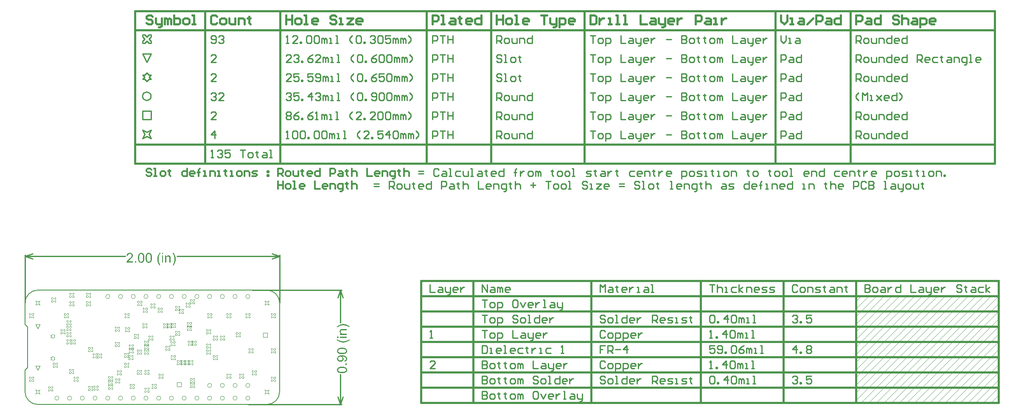
<source format=gbr>
%TF.GenerationSoftware,Altium Limited,Altium Designer,20.1.11 (218)*%
G04 Layer_Color=2752767*
%FSLAX26Y26*%
%MOIN*%
%TF.SameCoordinates,3C5C7FA7-1F59-4671-A418-6E2A2DAA0BFA*%
%TF.FilePolarity,Positive*%
%TF.FileFunction,Drawing*%
%TF.Part,Single*%
G01*
G75*
%TA.AperFunction,NonConductor*%
%ADD55C,0.010000*%
%ADD64C,0.005000*%
%ADD89C,0.001000*%
%ADD97C,0.003333*%
%ADD98C,0.015000*%
%ADD99C,0.016000*%
%ADD100C,0.014000*%
G36*
X2503109Y632870D02*
X2504331D01*
X2505886Y632647D01*
X2507553Y632536D01*
X2509441Y632314D01*
X2511441Y631981D01*
X2513663Y631648D01*
X2518218Y630648D01*
X2520662Y630092D01*
X2523107Y629314D01*
X2525662Y628537D01*
X2528106Y627537D01*
X2528217Y627426D01*
X2528662Y627315D01*
X2529328Y626981D01*
X2530328Y626537D01*
X2531439Y626092D01*
X2532772Y625426D01*
X2534217Y624648D01*
X2535883Y623870D01*
X2537661Y622982D01*
X2539438Y621982D01*
X2543327Y619760D01*
X2547326Y617205D01*
X2551104Y614427D01*
Y607650D01*
X2550993D01*
X2550771Y607872D01*
X2550437Y608094D01*
X2549993Y608317D01*
X2549326Y608650D01*
X2548660Y609094D01*
X2547771Y609539D01*
X2546771Y610094D01*
X2544549Y611316D01*
X2541771Y612649D01*
X2538772Y613983D01*
X2535328Y615538D01*
X2531661Y616982D01*
X2527773Y618316D01*
X2523551Y619649D01*
X2519218Y620871D01*
X2514774Y621871D01*
X2510108Y622648D01*
X2505442Y623093D01*
X2500664Y623315D01*
X2500553D01*
X2500220D01*
X2499664D01*
X2498998D01*
X2498109Y623204D01*
X2496998D01*
X2495887Y623093D01*
X2494554Y622982D01*
X2493110Y622871D01*
X2491554Y622760D01*
X2488332Y622315D01*
X2484777Y621760D01*
X2481111Y620982D01*
X2481000D01*
X2480778Y620871D01*
X2480333Y620760D01*
X2479778Y620649D01*
X2479111Y620426D01*
X2478222Y620204D01*
X2476222Y619649D01*
X2474000Y618982D01*
X2471445Y618093D01*
X2468668Y617093D01*
X2466001Y615982D01*
X2465890D01*
X2465779Y615871D01*
X2465446Y615760D01*
X2465112Y615538D01*
X2464557Y615316D01*
X2463890Y614982D01*
X2463224Y614649D01*
X2462224Y614205D01*
X2461224Y613649D01*
X2460113Y613094D01*
X2458780Y612427D01*
X2457335Y611649D01*
X2455780Y610761D01*
X2454113Y609872D01*
X2452225Y608761D01*
X2450225Y607650D01*
Y614427D01*
X2450336Y614538D01*
X2450780Y614871D01*
X2451558Y615316D01*
X2452447Y615982D01*
X2453669Y616871D01*
X2455113Y617760D01*
X2456669Y618760D01*
X2458446Y619871D01*
X2460446Y621093D01*
X2462557Y622204D01*
X2464668Y623426D01*
X2467001Y624648D01*
X2471778Y626870D01*
X2474334Y627981D01*
X2476778Y628870D01*
X2476889D01*
X2477333Y629092D01*
X2477889Y629203D01*
X2478778Y629537D01*
X2479778Y629870D01*
X2481000Y630203D01*
X2482444Y630537D01*
X2483999Y630981D01*
X2485777Y631314D01*
X2487666Y631648D01*
X2489554Y631981D01*
X2491665Y632314D01*
X2496109Y632759D01*
X2500664Y632981D01*
X2500776D01*
X2501331D01*
X2502109D01*
X2503109Y632870D01*
D02*
G37*
G36*
X2528439Y584208D02*
X2494665D01*
X2494554D01*
X2494443D01*
X2493665D01*
X2492665D01*
X2491443Y584097D01*
X2489999Y583986D01*
X2488555Y583763D01*
X2487221Y583430D01*
X2485999Y583097D01*
X2485888D01*
X2485555Y582875D01*
X2484999Y582541D01*
X2484333Y582208D01*
X2483666Y581653D01*
X2482888Y580986D01*
X2482111Y580097D01*
X2481444Y579097D01*
X2481333Y578986D01*
X2481111Y578653D01*
X2480889Y577986D01*
X2480555Y577208D01*
X2480222Y576320D01*
X2479889Y575209D01*
X2479778Y573875D01*
X2479666Y572542D01*
Y571987D01*
X2479778Y571542D01*
X2479889Y570431D01*
X2480111Y568987D01*
X2480666Y567432D01*
X2481333Y565654D01*
X2482222Y563876D01*
X2483555Y562210D01*
X2483777Y561988D01*
X2484333Y561543D01*
X2484777Y561210D01*
X2485333Y560877D01*
X2485999Y560432D01*
X2486777Y560099D01*
X2487666Y559655D01*
X2488777Y559210D01*
X2489999Y558877D01*
X2491332Y558544D01*
X2492776Y558322D01*
X2494332Y558099D01*
X2496220Y557877D01*
X2498109D01*
X2528439D01*
Y548434D01*
X2472667D01*
Y556877D01*
X2480666D01*
X2480555Y556988D01*
X2480222Y557211D01*
X2479778Y557544D01*
X2479222Y557988D01*
X2478555Y558655D01*
X2477778Y559433D01*
X2476889Y560321D01*
X2476000Y561432D01*
X2475222Y562543D01*
X2474334Y563876D01*
X2473556Y565321D01*
X2472889Y566876D01*
X2472334Y568654D01*
X2471890Y570431D01*
X2471556Y572431D01*
X2471445Y574542D01*
Y575431D01*
X2471556Y576320D01*
X2471667Y577542D01*
X2471890Y578986D01*
X2472223Y580542D01*
X2472667Y582208D01*
X2473334Y583763D01*
X2473445Y583986D01*
X2473667Y584430D01*
X2474000Y585208D01*
X2474556Y586096D01*
X2475222Y587207D01*
X2476111Y588207D01*
X2477000Y589207D01*
X2478111Y590096D01*
X2478222Y590207D01*
X2478667Y590429D01*
X2479222Y590763D01*
X2480000Y591318D01*
X2481111Y591763D01*
X2482222Y592207D01*
X2483555Y592763D01*
X2484999Y593096D01*
X2485110D01*
X2485555Y593207D01*
X2486221Y593318D01*
X2487110Y593429D01*
X2488443D01*
X2489999Y593540D01*
X2491887Y593651D01*
X2494221D01*
X2528439D01*
Y584208D01*
D02*
G37*
G36*
Y524547D02*
X2472667D01*
Y533991D01*
X2528439D01*
Y524547D01*
D02*
G37*
G36*
X2462335D02*
X2451558D01*
Y533991D01*
X2462335D01*
Y524547D01*
D02*
G37*
G36*
X2551104Y506771D02*
X2550993Y506660D01*
X2550659Y506438D01*
X2550104Y505993D01*
X2549326Y505438D01*
X2548437Y504771D01*
X2547326Y503994D01*
X2545993Y503105D01*
X2544549Y502216D01*
X2542882Y501105D01*
X2541105Y500105D01*
X2539216Y498994D01*
X2537216Y497883D01*
X2535105Y496772D01*
X2532883Y495661D01*
X2528106Y493550D01*
X2527995Y493439D01*
X2527551Y493328D01*
X2526773Y493106D01*
X2525773Y492772D01*
X2524551Y492328D01*
X2523218Y491884D01*
X2521551Y491439D01*
X2519662Y490884D01*
X2517774Y490439D01*
X2515552Y489884D01*
X2513330Y489440D01*
X2510997Y489106D01*
X2505886Y488440D01*
X2503331Y488329D01*
X2500664Y488217D01*
X2500553D01*
X2500109D01*
X2499442D01*
X2498553Y488329D01*
X2497443D01*
X2496109Y488440D01*
X2494665Y488551D01*
X2492999Y488773D01*
X2491221Y488884D01*
X2489332Y489217D01*
X2485333Y489884D01*
X2481111Y490884D01*
X2476778Y492217D01*
X2476667Y492328D01*
X2476222Y492439D01*
X2475445Y492661D01*
X2474445Y493106D01*
X2473334Y493550D01*
X2471890Y494217D01*
X2470223Y494995D01*
X2468445Y495772D01*
X2466557Y496772D01*
X2464446Y497772D01*
X2462224Y498994D01*
X2460002Y500327D01*
X2457558Y501772D01*
X2455113Y503327D01*
X2452669Y504993D01*
X2450225Y506771D01*
Y513548D01*
X2450336Y513437D01*
X2450669Y513326D01*
X2451225Y512993D01*
X2452003Y512548D01*
X2452891Y511993D01*
X2454002Y511437D01*
X2456336Y510104D01*
X2458891Y508660D01*
X2461446Y507327D01*
X2463890Y505993D01*
X2464890Y505549D01*
X2465890Y505105D01*
X2466001D01*
X2466223Y504993D01*
X2466557Y504771D01*
X2467112Y504549D01*
X2467779Y504327D01*
X2468557Y503994D01*
X2469445Y503660D01*
X2470445Y503327D01*
X2472778Y502438D01*
X2475334Y501661D01*
X2478111Y500883D01*
X2481000Y500105D01*
X2481111D01*
X2481444Y499994D01*
X2482000Y499883D01*
X2482666Y499772D01*
X2483555Y499550D01*
X2484666Y499438D01*
X2485777Y499216D01*
X2487110Y498994D01*
X2488555Y498772D01*
X2490110Y498550D01*
X2493443Y498216D01*
X2496998Y497994D01*
X2500664Y497883D01*
X2500776D01*
X2500998D01*
X2501331D01*
X2501775D01*
X2502442Y497994D01*
X2503109D01*
X2503997Y498105D01*
X2504997D01*
X2507330Y498327D01*
X2509997Y498661D01*
X2513108Y499216D01*
X2516441Y499883D01*
X2520107Y500661D01*
X2524106Y501661D01*
X2528328Y502994D01*
X2532661Y504549D01*
X2537105Y506327D01*
X2541771Y508327D01*
X2546438Y510771D01*
X2551104Y513548D01*
Y506771D01*
D02*
G37*
G36*
X2493998Y446555D02*
X2495332D01*
X2496776Y446444D01*
X2498331Y446333D01*
X2501887Y445999D01*
X2505553Y445444D01*
X2509108Y444777D01*
X2510774Y444333D01*
X2512441Y443777D01*
X2512552D01*
X2512774Y443666D01*
X2513219Y443444D01*
X2513774Y443222D01*
X2514552Y443000D01*
X2515330Y442555D01*
X2517218Y441666D01*
X2519218Y440555D01*
X2521440Y439111D01*
X2523440Y437445D01*
X2525329Y435445D01*
Y435334D01*
X2525551Y435223D01*
X2525773Y434889D01*
X2525995Y434445D01*
X2526329Y433889D01*
X2526773Y433334D01*
X2527551Y431668D01*
X2528328Y429668D01*
X2529106Y427335D01*
X2529550Y424557D01*
X2529773Y421557D01*
Y420446D01*
X2529662Y419669D01*
X2529550Y418780D01*
X2529328Y417669D01*
X2529106Y416447D01*
X2528773Y415114D01*
X2528328Y413780D01*
X2527884Y412336D01*
X2527217Y410892D01*
X2526440Y409447D01*
X2525551Y408003D01*
X2524440Y406559D01*
X2523218Y405226D01*
X2521885Y404004D01*
X2521773Y403892D01*
X2521440Y403670D01*
X2520885Y403337D01*
X2519996Y402781D01*
X2518996Y402226D01*
X2517663Y401671D01*
X2516107Y400893D01*
X2514330Y400226D01*
X2512330Y399560D01*
X2509997Y398893D01*
X2507441Y398226D01*
X2504553Y397671D01*
X2501442Y397115D01*
X2498109Y396782D01*
X2494443Y396560D01*
X2490554Y396449D01*
X2490443D01*
X2489999D01*
X2489221D01*
X2488332D01*
X2487110Y396560D01*
X2485777D01*
X2484333Y396671D01*
X2482666Y396782D01*
X2479222Y397115D01*
X2475556Y397671D01*
X2471890Y398337D01*
X2470223Y398782D01*
X2468557Y399226D01*
X2468445D01*
X2468223Y399337D01*
X2467779Y399560D01*
X2467223Y399782D01*
X2466446Y400004D01*
X2465668Y400448D01*
X2463779Y401337D01*
X2461779Y402448D01*
X2459669Y403892D01*
X2457558Y405559D01*
X2455780Y407559D01*
Y407670D01*
X2455558Y407781D01*
X2455336Y408114D01*
X2455113Y408559D01*
X2454669Y409114D01*
X2454336Y409781D01*
X2453447Y411447D01*
X2452669Y413447D01*
X2451892Y415780D01*
X2451447Y418558D01*
X2451225Y421557D01*
Y422557D01*
X2451336Y423779D01*
X2451558Y425224D01*
X2451892Y426890D01*
X2452336Y428668D01*
X2452891Y430557D01*
X2453780Y432334D01*
Y432445D01*
X2453891Y432556D01*
X2454225Y433112D01*
X2454780Y434001D01*
X2455558Y435112D01*
X2456669Y436334D01*
X2457891Y437667D01*
X2459335Y438889D01*
X2461002Y440111D01*
X2461224Y440222D01*
X2461779Y440667D01*
X2462779Y441111D01*
X2464224Y441889D01*
X2465890Y442555D01*
X2467779Y443444D01*
X2470001Y444222D01*
X2472445Y444888D01*
X2472556D01*
X2472778Y445000D01*
X2473112Y445111D01*
X2473667Y445222D01*
X2474334Y445333D01*
X2475111Y445444D01*
X2476111Y445666D01*
X2477222Y445777D01*
X2478444Y445999D01*
X2479778Y446111D01*
X2481333Y446222D01*
X2482888Y446444D01*
X2484666Y446555D01*
X2486444D01*
X2488443Y446666D01*
X2490554D01*
X2490665D01*
X2491110D01*
X2491887D01*
X2492776D01*
X2493998Y446555D01*
D02*
G37*
G36*
X2492110Y387116D02*
X2493554D01*
X2495220Y387005D01*
X2496887Y386783D01*
X2500664Y386450D01*
X2504664Y385894D01*
X2508441Y385117D01*
X2510330Y384561D01*
X2511997Y384006D01*
X2512108D01*
X2512330Y383894D01*
X2512774Y383672D01*
X2513441Y383450D01*
X2514108Y383117D01*
X2514996Y382672D01*
X2516885Y381561D01*
X2518996Y380228D01*
X2521218Y378673D01*
X2523329Y376673D01*
X2525218Y374451D01*
Y374340D01*
X2525440Y374118D01*
X2525662Y373784D01*
X2525884Y373340D01*
X2526217Y372673D01*
X2526662Y372007D01*
X2527106Y371118D01*
X2527439Y370229D01*
X2528328Y368118D01*
X2529106Y365563D01*
X2529550Y362786D01*
X2529773Y359675D01*
Y358786D01*
X2529662Y358230D01*
Y357453D01*
X2529550Y356564D01*
X2529106Y354453D01*
X2528550Y352120D01*
X2527662Y349676D01*
X2526440Y347231D01*
X2525662Y346009D01*
X2524773Y344898D01*
X2524662Y344787D01*
X2524551Y344676D01*
X2524218Y344343D01*
X2523884Y344010D01*
X2523329Y343565D01*
X2522662Y343010D01*
X2521107Y341899D01*
X2519107Y340788D01*
X2516663Y339677D01*
X2513885Y338788D01*
X2510663Y338121D01*
X2509886Y347231D01*
X2509997D01*
X2510219Y347343D01*
X2510441D01*
X2510886Y347454D01*
X2512108Y347787D01*
X2513441Y348231D01*
X2514996Y348787D01*
X2516552Y349565D01*
X2517996Y350453D01*
X2519218Y351564D01*
X2519329Y351675D01*
X2519662Y352120D01*
X2520107Y352898D01*
X2520551Y353786D01*
X2521107Y355009D01*
X2521551Y356453D01*
X2521885Y358119D01*
X2521996Y359897D01*
Y360675D01*
X2521885Y361452D01*
X2521773Y362452D01*
X2521551Y363674D01*
X2521218Y364896D01*
X2520773Y366230D01*
X2520107Y367452D01*
X2519996Y367563D01*
X2519774Y368007D01*
X2519329Y368674D01*
X2518663Y369340D01*
X2517885Y370229D01*
X2516996Y371118D01*
X2515996Y372007D01*
X2514774Y372896D01*
X2514663Y373007D01*
X2514108Y373229D01*
X2513330Y373673D01*
X2512330Y374118D01*
X2510997Y374673D01*
X2509441Y375229D01*
X2507664Y375784D01*
X2505664Y376340D01*
X2505553D01*
X2505442Y376451D01*
X2505108D01*
X2504664Y376562D01*
X2503553Y376784D01*
X2502109Y377117D01*
X2500331Y377340D01*
X2498442Y377562D01*
X2496331Y377673D01*
X2494110Y377784D01*
X2493998D01*
X2493665D01*
X2493110D01*
X2492221D01*
X2492443Y377673D01*
X2492999Y377228D01*
X2493776Y376562D01*
X2494887Y375784D01*
X2495998Y374673D01*
X2497220Y373340D01*
X2498442Y371785D01*
X2499553Y370007D01*
X2499664Y369785D01*
X2499998Y369118D01*
X2500442Y368118D01*
X2500887Y366896D01*
X2501442Y365230D01*
X2501887Y363452D01*
X2502220Y361452D01*
X2502331Y359341D01*
Y358453D01*
X2502220Y357786D01*
X2502109Y356897D01*
X2501998Y356008D01*
X2501775Y354897D01*
X2501442Y353786D01*
X2500664Y351231D01*
X2500109Y349898D01*
X2499442Y348565D01*
X2498665Y347120D01*
X2497665Y345787D01*
X2496665Y344454D01*
X2495443Y343232D01*
X2495332Y343121D01*
X2495109Y342899D01*
X2494776Y342676D01*
X2494221Y342232D01*
X2493443Y341676D01*
X2492665Y341121D01*
X2491665Y340565D01*
X2490554Y340010D01*
X2489332Y339343D01*
X2487999Y338788D01*
X2486444Y338232D01*
X2484888Y337677D01*
X2483111Y337233D01*
X2481222Y337010D01*
X2479333Y336788D01*
X2477222Y336677D01*
X2477111D01*
X2476667D01*
X2476111D01*
X2475334Y336788D01*
X2474334Y336899D01*
X2473112Y337010D01*
X2471890Y337233D01*
X2470445Y337566D01*
X2467557Y338344D01*
X2466001Y338899D01*
X2464335Y339566D01*
X2462779Y340343D01*
X2461335Y341343D01*
X2459780Y342343D01*
X2458446Y343565D01*
X2458335Y343676D01*
X2458113Y343899D01*
X2457780Y344232D01*
X2457335Y344787D01*
X2456780Y345454D01*
X2456113Y346343D01*
X2455558Y347231D01*
X2454780Y348342D01*
X2454113Y349454D01*
X2453558Y350787D01*
X2452336Y353786D01*
X2451892Y355342D01*
X2451558Y357119D01*
X2451336Y358897D01*
X2451225Y360786D01*
Y361563D01*
X2451336Y362119D01*
Y362674D01*
X2451447Y363452D01*
X2451780Y365341D01*
X2452225Y367452D01*
X2453003Y369785D01*
X2454002Y372118D01*
X2455336Y374451D01*
Y374562D01*
X2455558Y374673D01*
X2455780Y375007D01*
X2456113Y375451D01*
X2457002Y376562D01*
X2458224Y378006D01*
X2459891Y379450D01*
X2461890Y381117D01*
X2464224Y382561D01*
X2466890Y383894D01*
X2467001D01*
X2467223Y384006D01*
X2467668Y384228D01*
X2468223Y384450D01*
X2469001Y384672D01*
X2470001Y385005D01*
X2471112Y385228D01*
X2472334Y385561D01*
X2473778Y385894D01*
X2475445Y386228D01*
X2477222Y386450D01*
X2479111Y386672D01*
X2481222Y386894D01*
X2483444Y387116D01*
X2485888Y387228D01*
X2488443D01*
X2488555D01*
X2489110D01*
X2489888D01*
X2490888D01*
X2492110Y387116D01*
D02*
G37*
G36*
X2528439Y312124D02*
X2517663D01*
Y322901D01*
X2528439D01*
Y312124D01*
D02*
G37*
G36*
X2493998Y297125D02*
X2495332D01*
X2496776Y297014D01*
X2498331Y296903D01*
X2501887Y296570D01*
X2505553Y296014D01*
X2509108Y295348D01*
X2510774Y294903D01*
X2512441Y294348D01*
X2512552D01*
X2512774Y294237D01*
X2513219Y294015D01*
X2513774Y293792D01*
X2514552Y293570D01*
X2515330Y293126D01*
X2517218Y292237D01*
X2519218Y291126D01*
X2521440Y289682D01*
X2523440Y288015D01*
X2525329Y286015D01*
Y285904D01*
X2525551Y285793D01*
X2525773Y285460D01*
X2525995Y285015D01*
X2526329Y284460D01*
X2526773Y283904D01*
X2527551Y282238D01*
X2528328Y280238D01*
X2529106Y277905D01*
X2529550Y275128D01*
X2529773Y272128D01*
Y271017D01*
X2529662Y270239D01*
X2529550Y269350D01*
X2529328Y268239D01*
X2529106Y267017D01*
X2528773Y265684D01*
X2528328Y264351D01*
X2527884Y262907D01*
X2527217Y261462D01*
X2526440Y260018D01*
X2525551Y258574D01*
X2524440Y257129D01*
X2523218Y255796D01*
X2521885Y254574D01*
X2521773Y254463D01*
X2521440Y254241D01*
X2520885Y253907D01*
X2519996Y253352D01*
X2518996Y252797D01*
X2517663Y252241D01*
X2516107Y251463D01*
X2514330Y250797D01*
X2512330Y250130D01*
X2509997Y249464D01*
X2507441Y248797D01*
X2504553Y248241D01*
X2501442Y247686D01*
X2498109Y247353D01*
X2494443Y247130D01*
X2490554Y247019D01*
X2490443D01*
X2489999D01*
X2489221D01*
X2488332D01*
X2487110Y247130D01*
X2485777D01*
X2484333Y247242D01*
X2482666Y247353D01*
X2479222Y247686D01*
X2475556Y248241D01*
X2471890Y248908D01*
X2470223Y249352D01*
X2468557Y249797D01*
X2468445D01*
X2468223Y249908D01*
X2467779Y250130D01*
X2467223Y250352D01*
X2466446Y250575D01*
X2465668Y251019D01*
X2463779Y251908D01*
X2461779Y253019D01*
X2459669Y254463D01*
X2457558Y256130D01*
X2455780Y258129D01*
Y258240D01*
X2455558Y258351D01*
X2455336Y258685D01*
X2455113Y259129D01*
X2454669Y259685D01*
X2454336Y260351D01*
X2453447Y262018D01*
X2452669Y264018D01*
X2451892Y266351D01*
X2451447Y269128D01*
X2451225Y272128D01*
Y273128D01*
X2451336Y274350D01*
X2451558Y275794D01*
X2451892Y277461D01*
X2452336Y279238D01*
X2452891Y281127D01*
X2453780Y282905D01*
Y283016D01*
X2453891Y283127D01*
X2454225Y283682D01*
X2454780Y284571D01*
X2455558Y285682D01*
X2456669Y286904D01*
X2457891Y288237D01*
X2459335Y289459D01*
X2461002Y290682D01*
X2461224Y290793D01*
X2461779Y291237D01*
X2462779Y291682D01*
X2464224Y292459D01*
X2465890Y293126D01*
X2467779Y294015D01*
X2470001Y294792D01*
X2472445Y295459D01*
X2472556D01*
X2472778Y295570D01*
X2473112Y295681D01*
X2473667Y295792D01*
X2474334Y295903D01*
X2475111Y296014D01*
X2476111Y296237D01*
X2477222Y296348D01*
X2478444Y296570D01*
X2479778Y296681D01*
X2481333Y296792D01*
X2482888Y297014D01*
X2484666Y297125D01*
X2486444D01*
X2488443Y297236D01*
X2490554D01*
X2490665D01*
X2491110D01*
X2491887D01*
X2492776D01*
X2493998Y297125D01*
D02*
G37*
G36*
X1084768Y1182665D02*
X1075325D01*
Y1193442D01*
X1084768D01*
Y1182665D01*
D02*
G37*
G36*
X1127097Y1173444D02*
X1128320Y1173333D01*
X1129764Y1173111D01*
X1131319Y1172777D01*
X1132986Y1172333D01*
X1134541Y1171666D01*
X1134763Y1171555D01*
X1135208Y1171333D01*
X1135985Y1171000D01*
X1136874Y1170444D01*
X1137985Y1169777D01*
X1138985Y1168889D01*
X1139985Y1168000D01*
X1140874Y1166889D01*
X1140985Y1166778D01*
X1141207Y1166333D01*
X1141540Y1165778D01*
X1142096Y1165000D01*
X1142540Y1163889D01*
X1142985Y1162778D01*
X1143540Y1161445D01*
X1143873Y1160001D01*
Y1159890D01*
X1143985Y1159445D01*
X1144096Y1158779D01*
X1144207Y1157890D01*
Y1156557D01*
X1144318Y1155001D01*
X1144429Y1153112D01*
Y1150779D01*
Y1116561D01*
X1134986D01*
Y1150335D01*
Y1150446D01*
Y1150557D01*
Y1151335D01*
Y1152335D01*
X1134874Y1153557D01*
X1134763Y1155001D01*
X1134541Y1156446D01*
X1134208Y1157779D01*
X1133874Y1159001D01*
Y1159112D01*
X1133652Y1159445D01*
X1133319Y1160001D01*
X1132986Y1160667D01*
X1132430Y1161334D01*
X1131764Y1162112D01*
X1130875Y1162889D01*
X1129875Y1163556D01*
X1129764Y1163667D01*
X1129430Y1163889D01*
X1128764Y1164111D01*
X1127986Y1164445D01*
X1127097Y1164778D01*
X1125986Y1165111D01*
X1124653Y1165222D01*
X1123320Y1165333D01*
X1122764D01*
X1122320Y1165222D01*
X1121209Y1165111D01*
X1119765Y1164889D01*
X1118209Y1164334D01*
X1116432Y1163667D01*
X1114654Y1162778D01*
X1112988Y1161445D01*
X1112765Y1161223D01*
X1112321Y1160667D01*
X1111988Y1160223D01*
X1111655Y1159667D01*
X1111210Y1159001D01*
X1110877Y1158223D01*
X1110432Y1157334D01*
X1109988Y1156223D01*
X1109655Y1155001D01*
X1109321Y1153668D01*
X1109099Y1152224D01*
X1108877Y1150668D01*
X1108655Y1148780D01*
Y1146891D01*
Y1116561D01*
X1099211D01*
Y1172333D01*
X1107655D01*
Y1164334D01*
X1107766Y1164445D01*
X1107988Y1164778D01*
X1108322Y1165222D01*
X1108766Y1165778D01*
X1109432Y1166445D01*
X1110210Y1167222D01*
X1111099Y1168111D01*
X1112210Y1169000D01*
X1113321Y1169777D01*
X1114654Y1170666D01*
X1116099Y1171444D01*
X1117654Y1172111D01*
X1119431Y1172666D01*
X1121209Y1173111D01*
X1123209Y1173444D01*
X1125320Y1173555D01*
X1126209D01*
X1127097Y1173444D01*
D02*
G37*
G36*
X1084768Y1116561D02*
X1075325D01*
Y1172333D01*
X1084768D01*
Y1116561D01*
D02*
G37*
G36*
X873678D02*
X862902D01*
Y1127337D01*
X873678D01*
Y1116561D01*
D02*
G37*
G36*
X825128Y1193664D02*
X826016Y1193553D01*
X827127Y1193442D01*
X828350Y1193220D01*
X829572Y1192997D01*
X832460Y1192220D01*
X835349Y1191109D01*
X836793Y1190442D01*
X838237Y1189664D01*
X839571Y1188665D01*
X840793Y1187553D01*
X840904Y1187442D01*
X841126Y1187331D01*
X841348Y1186887D01*
X841793Y1186443D01*
X842348Y1185887D01*
X842904Y1185109D01*
X843459Y1184332D01*
X844126Y1183332D01*
X845237Y1181221D01*
X846348Y1178554D01*
X846792Y1177221D01*
X847014Y1175666D01*
X847236Y1174110D01*
X847348Y1172444D01*
Y1172222D01*
Y1171666D01*
X847236Y1170777D01*
X847125Y1169555D01*
X846903Y1168222D01*
X846459Y1166667D01*
X846014Y1165000D01*
X845348Y1163334D01*
X845237Y1163111D01*
X845014Y1162556D01*
X844570Y1161667D01*
X843904Y1160445D01*
X843015Y1159112D01*
X841904Y1157445D01*
X840571Y1155779D01*
X839015Y1153890D01*
X838793Y1153668D01*
X838237Y1153001D01*
X837682Y1152446D01*
X837126Y1151890D01*
X836460Y1151224D01*
X835571Y1150335D01*
X834682Y1149446D01*
X833571Y1148446D01*
X832460Y1147335D01*
X831127Y1146113D01*
X829683Y1144891D01*
X828127Y1143447D01*
X826350Y1142003D01*
X824572Y1140447D01*
X824461Y1140336D01*
X824239Y1140114D01*
X823794Y1139781D01*
X823239Y1139336D01*
X822572Y1138669D01*
X821795Y1138003D01*
X820017Y1136559D01*
X818128Y1134892D01*
X816351Y1133226D01*
X814795Y1131781D01*
X814129Y1131226D01*
X813573Y1130670D01*
X813462Y1130559D01*
X813129Y1130226D01*
X812684Y1129782D01*
X812129Y1129115D01*
X811573Y1128337D01*
X810907Y1127560D01*
X809574Y1125671D01*
X847459D01*
Y1116561D01*
X796464D01*
Y1116672D01*
Y1117116D01*
Y1117783D01*
X796575Y1118671D01*
X796686Y1119671D01*
X796908Y1120782D01*
X797130Y1121893D01*
X797575Y1123116D01*
Y1123227D01*
X797686Y1123338D01*
X797908Y1124004D01*
X798352Y1125004D01*
X799019Y1126337D01*
X799908Y1127893D01*
X801019Y1129670D01*
X802241Y1131448D01*
X803796Y1133337D01*
Y1133448D01*
X804019Y1133559D01*
X804574Y1134226D01*
X805574Y1135225D01*
X807018Y1136670D01*
X808685Y1138336D01*
X810796Y1140336D01*
X813351Y1142558D01*
X816129Y1144891D01*
X816240Y1145002D01*
X816684Y1145335D01*
X817351Y1145891D01*
X818128Y1146558D01*
X819128Y1147446D01*
X820350Y1148446D01*
X821572Y1149557D01*
X823017Y1150779D01*
X825794Y1153446D01*
X828572Y1156112D01*
X829905Y1157445D01*
X831127Y1158779D01*
X832238Y1160001D01*
X833127Y1161223D01*
Y1161334D01*
X833349Y1161445D01*
X833571Y1161778D01*
X833793Y1162223D01*
X834571Y1163445D01*
X835460Y1164889D01*
X836238Y1166667D01*
X837015Y1168555D01*
X837460Y1170666D01*
X837682Y1172666D01*
Y1172777D01*
Y1172888D01*
X837571Y1173555D01*
X837460Y1174666D01*
X837126Y1175888D01*
X836682Y1177443D01*
X835904Y1178999D01*
X834904Y1180554D01*
X833571Y1182110D01*
X833349Y1182332D01*
X832793Y1182776D01*
X832016Y1183332D01*
X830794Y1184109D01*
X829238Y1184776D01*
X827461Y1185443D01*
X825350Y1185887D01*
X823017Y1185998D01*
X822350D01*
X821906Y1185887D01*
X820572Y1185776D01*
X819017Y1185443D01*
X817351Y1184998D01*
X815462Y1184220D01*
X813684Y1183221D01*
X812018Y1181887D01*
X811796Y1181665D01*
X811351Y1181110D01*
X810685Y1180221D01*
X810018Y1178888D01*
X809240Y1177332D01*
X808574Y1175332D01*
X808129Y1173111D01*
X807907Y1170555D01*
X798241Y1171555D01*
Y1171666D01*
X798352Y1171999D01*
Y1172555D01*
X798464Y1173333D01*
X798686Y1174222D01*
X798908Y1175221D01*
X799241Y1176444D01*
X799575Y1177666D01*
X800463Y1180332D01*
X801797Y1182998D01*
X802574Y1184332D01*
X803574Y1185665D01*
X804574Y1186887D01*
X805685Y1187998D01*
X805796Y1188109D01*
X806018Y1188220D01*
X806352Y1188553D01*
X806907Y1188887D01*
X807574Y1189331D01*
X808351Y1189775D01*
X809240Y1190331D01*
X810351Y1190887D01*
X811573Y1191442D01*
X812907Y1191997D01*
X814351Y1192442D01*
X815906Y1192886D01*
X817573Y1193220D01*
X819350Y1193553D01*
X821239Y1193664D01*
X823239Y1193775D01*
X824350D01*
X825128Y1193664D01*
D02*
G37*
G36*
X974557D02*
X976001Y1193442D01*
X977668Y1193109D01*
X979446Y1192664D01*
X981334Y1192109D01*
X983112Y1191220D01*
X983223D01*
X983334Y1191109D01*
X983889Y1190775D01*
X984778Y1190220D01*
X985889Y1189442D01*
X987111Y1188331D01*
X988445Y1187109D01*
X989667Y1185665D01*
X990889Y1183998D01*
X991000Y1183776D01*
X991444Y1183221D01*
X991889Y1182221D01*
X992666Y1180776D01*
X993333Y1179110D01*
X994222Y1177221D01*
X995000Y1174999D01*
X995666Y1172555D01*
Y1172444D01*
X995777Y1172222D01*
X995888Y1171888D01*
X995999Y1171333D01*
X996111Y1170666D01*
X996222Y1169889D01*
X996444Y1168889D01*
X996555Y1167778D01*
X996777Y1166556D01*
X996888Y1165222D01*
X996999Y1163667D01*
X997221Y1162112D01*
X997333Y1160334D01*
Y1158556D01*
X997444Y1156557D01*
Y1154446D01*
Y1154335D01*
Y1153890D01*
Y1153112D01*
Y1152224D01*
X997333Y1151002D01*
Y1149668D01*
X997221Y1148224D01*
X997110Y1146669D01*
X996777Y1143113D01*
X996222Y1139447D01*
X995555Y1135892D01*
X995111Y1134226D01*
X994555Y1132559D01*
Y1132448D01*
X994444Y1132226D01*
X994222Y1131781D01*
X994000Y1131226D01*
X993777Y1130448D01*
X993333Y1129670D01*
X992444Y1127782D01*
X991333Y1125782D01*
X989889Y1123560D01*
X988222Y1121560D01*
X986223Y1119671D01*
X986111D01*
X986000Y1119449D01*
X985667Y1119227D01*
X985223Y1119005D01*
X984667Y1118671D01*
X984112Y1118227D01*
X982445Y1117449D01*
X980445Y1116672D01*
X978112Y1115894D01*
X975335Y1115450D01*
X972335Y1115227D01*
X971224D01*
X970446Y1115339D01*
X969558Y1115450D01*
X968447Y1115672D01*
X967225Y1115894D01*
X965891Y1116227D01*
X964558Y1116672D01*
X963114Y1117116D01*
X961669Y1117783D01*
X960225Y1118560D01*
X958781Y1119449D01*
X957337Y1120560D01*
X956003Y1121782D01*
X954781Y1123116D01*
X954670Y1123227D01*
X954448Y1123560D01*
X954115Y1124115D01*
X953559Y1125004D01*
X953004Y1126004D01*
X952448Y1127337D01*
X951670Y1128893D01*
X951004Y1130670D01*
X950337Y1132670D01*
X949671Y1135003D01*
X949004Y1137559D01*
X948449Y1140447D01*
X947893Y1143558D01*
X947560Y1146891D01*
X947338Y1150557D01*
X947226Y1154446D01*
Y1154557D01*
Y1155001D01*
Y1155779D01*
Y1156668D01*
X947338Y1157890D01*
Y1159223D01*
X947449Y1160667D01*
X947560Y1162334D01*
X947893Y1165778D01*
X948449Y1169444D01*
X949115Y1173111D01*
X949560Y1174777D01*
X950004Y1176444D01*
Y1176555D01*
X950115Y1176777D01*
X950337Y1177221D01*
X950559Y1177777D01*
X950782Y1178554D01*
X951226Y1179332D01*
X952115Y1181221D01*
X953226Y1183221D01*
X954670Y1185332D01*
X956337Y1187442D01*
X958337Y1189220D01*
X958448D01*
X958559Y1189442D01*
X958892Y1189664D01*
X959336Y1189887D01*
X959892Y1190331D01*
X960558Y1190664D01*
X962225Y1191553D01*
X964225Y1192331D01*
X966558Y1193109D01*
X969335Y1193553D01*
X972335Y1193775D01*
X973335D01*
X974557Y1193664D01*
D02*
G37*
G36*
X914785D02*
X916230Y1193442D01*
X917896Y1193109D01*
X919674Y1192664D01*
X921562Y1192109D01*
X923340Y1191220D01*
X923451D01*
X923562Y1191109D01*
X924118Y1190775D01*
X925006Y1190220D01*
X926117Y1189442D01*
X927340Y1188331D01*
X928673Y1187109D01*
X929895Y1185665D01*
X931117Y1183998D01*
X931228Y1183776D01*
X931673Y1183221D01*
X932117Y1182221D01*
X932895Y1180776D01*
X933561Y1179110D01*
X934450Y1177221D01*
X935228Y1174999D01*
X935894Y1172555D01*
Y1172444D01*
X936005Y1172222D01*
X936116Y1171888D01*
X936228Y1171333D01*
X936339Y1170666D01*
X936450Y1169889D01*
X936672Y1168889D01*
X936783Y1167778D01*
X937005Y1166556D01*
X937116Y1165222D01*
X937227Y1163667D01*
X937450Y1162112D01*
X937561Y1160334D01*
Y1158556D01*
X937672Y1156557D01*
Y1154446D01*
Y1154335D01*
Y1153890D01*
Y1153112D01*
Y1152224D01*
X937561Y1151002D01*
Y1149668D01*
X937450Y1148224D01*
X937339Y1146669D01*
X937005Y1143113D01*
X936450Y1139447D01*
X935783Y1135892D01*
X935339Y1134226D01*
X934783Y1132559D01*
Y1132448D01*
X934672Y1132226D01*
X934450Y1131781D01*
X934228Y1131226D01*
X934006Y1130448D01*
X933561Y1129670D01*
X932672Y1127782D01*
X931561Y1125782D01*
X930117Y1123560D01*
X928451Y1121560D01*
X926451Y1119671D01*
X926340D01*
X926229Y1119449D01*
X925895Y1119227D01*
X925451Y1119005D01*
X924895Y1118671D01*
X924340Y1118227D01*
X922673Y1117449D01*
X920674Y1116672D01*
X918341Y1115894D01*
X915563Y1115450D01*
X912563Y1115227D01*
X911452D01*
X910675Y1115339D01*
X909786Y1115450D01*
X908675Y1115672D01*
X907453Y1115894D01*
X906120Y1116227D01*
X904786Y1116672D01*
X903342Y1117116D01*
X901898Y1117783D01*
X900453Y1118560D01*
X899009Y1119449D01*
X897565Y1120560D01*
X896232Y1121782D01*
X895010Y1123116D01*
X894898Y1123227D01*
X894676Y1123560D01*
X894343Y1124115D01*
X893787Y1125004D01*
X893232Y1126004D01*
X892676Y1127337D01*
X891899Y1128893D01*
X891232Y1130670D01*
X890566Y1132670D01*
X889899Y1135003D01*
X889232Y1137559D01*
X888677Y1140447D01*
X888121Y1143558D01*
X887788Y1146891D01*
X887566Y1150557D01*
X887455Y1154446D01*
Y1154557D01*
Y1155001D01*
Y1155779D01*
Y1156668D01*
X887566Y1157890D01*
Y1159223D01*
X887677Y1160667D01*
X887788Y1162334D01*
X888121Y1165778D01*
X888677Y1169444D01*
X889343Y1173111D01*
X889788Y1174777D01*
X890232Y1176444D01*
Y1176555D01*
X890343Y1176777D01*
X890566Y1177221D01*
X890788Y1177777D01*
X891010Y1178554D01*
X891454Y1179332D01*
X892343Y1181221D01*
X893454Y1183221D01*
X894898Y1185332D01*
X896565Y1187442D01*
X898565Y1189220D01*
X898676D01*
X898787Y1189442D01*
X899120Y1189664D01*
X899565Y1189887D01*
X900120Y1190331D01*
X900787Y1190664D01*
X902453Y1191553D01*
X904453Y1192331D01*
X906786Y1193109D01*
X909564Y1193553D01*
X912563Y1193775D01*
X913563D01*
X914785Y1193664D01*
D02*
G37*
G36*
X1165316Y1194664D02*
X1165649Y1194219D01*
X1166093Y1193442D01*
X1166760Y1192553D01*
X1167649Y1191331D01*
X1168538Y1189887D01*
X1169538Y1188331D01*
X1170649Y1186554D01*
X1171871Y1184554D01*
X1172982Y1182443D01*
X1174204Y1180332D01*
X1175426Y1177999D01*
X1177648Y1173222D01*
X1178759Y1170666D01*
X1179648Y1168222D01*
Y1168111D01*
X1179870Y1167667D01*
X1179981Y1167111D01*
X1180314Y1166222D01*
X1180648Y1165222D01*
X1180981Y1164000D01*
X1181314Y1162556D01*
X1181759Y1161001D01*
X1182092Y1159223D01*
X1182425Y1157334D01*
X1182758Y1155446D01*
X1183092Y1153335D01*
X1183536Y1148891D01*
X1183758Y1144336D01*
Y1144225D01*
Y1143669D01*
Y1142891D01*
X1183647Y1141891D01*
Y1140669D01*
X1183425Y1139114D01*
X1183314Y1137447D01*
X1183092Y1135559D01*
X1182758Y1133559D01*
X1182425Y1131337D01*
X1181425Y1126782D01*
X1180870Y1124338D01*
X1180092Y1121893D01*
X1179314Y1119338D01*
X1178314Y1116894D01*
X1178203Y1116783D01*
X1178092Y1116338D01*
X1177759Y1115672D01*
X1177315Y1114672D01*
X1176870Y1113561D01*
X1176204Y1112228D01*
X1175426Y1110783D01*
X1174648Y1109117D01*
X1173759Y1107339D01*
X1172759Y1105562D01*
X1170537Y1101673D01*
X1167982Y1097674D01*
X1165205Y1093896D01*
X1158428D01*
Y1094007D01*
X1158650Y1094229D01*
X1158872Y1094563D01*
X1159094Y1095007D01*
X1159428Y1095674D01*
X1159872Y1096340D01*
X1160316Y1097229D01*
X1160872Y1098229D01*
X1162094Y1100451D01*
X1163427Y1103229D01*
X1164760Y1106228D01*
X1166316Y1109672D01*
X1167760Y1113339D01*
X1169093Y1117227D01*
X1170426Y1121449D01*
X1171649Y1125782D01*
X1172648Y1130226D01*
X1173426Y1134892D01*
X1173870Y1139558D01*
X1174093Y1144336D01*
Y1144447D01*
Y1144780D01*
Y1145335D01*
Y1146002D01*
X1173982Y1146891D01*
Y1148002D01*
X1173870Y1149113D01*
X1173759Y1150446D01*
X1173648Y1151890D01*
X1173537Y1153446D01*
X1173093Y1156668D01*
X1172537Y1160223D01*
X1171760Y1163889D01*
Y1164000D01*
X1171649Y1164223D01*
X1171537Y1164667D01*
X1171426Y1165222D01*
X1171204Y1165889D01*
X1170982Y1166778D01*
X1170426Y1168778D01*
X1169760Y1171000D01*
X1168871Y1173555D01*
X1167871Y1176332D01*
X1166760Y1178999D01*
Y1179110D01*
X1166649Y1179221D01*
X1166538Y1179554D01*
X1166316Y1179888D01*
X1166093Y1180443D01*
X1165760Y1181110D01*
X1165427Y1181776D01*
X1164983Y1182776D01*
X1164427Y1183776D01*
X1163871Y1184887D01*
X1163205Y1186220D01*
X1162427Y1187665D01*
X1161538Y1189220D01*
X1160650Y1190887D01*
X1159539Y1192775D01*
X1158428Y1194775D01*
X1165205D01*
X1165316Y1194664D01*
D02*
G37*
G36*
X1064215D02*
X1064104Y1194331D01*
X1063770Y1193775D01*
X1063326Y1192997D01*
X1062771Y1192109D01*
X1062215Y1190998D01*
X1060882Y1188665D01*
X1059438Y1186109D01*
X1058104Y1183554D01*
X1056771Y1181110D01*
X1056327Y1180110D01*
X1055882Y1179110D01*
Y1178999D01*
X1055771Y1178777D01*
X1055549Y1178443D01*
X1055327Y1177888D01*
X1055105Y1177221D01*
X1054771Y1176444D01*
X1054438Y1175555D01*
X1054105Y1174555D01*
X1053216Y1172222D01*
X1052438Y1169666D01*
X1051660Y1166889D01*
X1050883Y1164000D01*
Y1163889D01*
X1050772Y1163556D01*
X1050661Y1163000D01*
X1050550Y1162334D01*
X1050327Y1161445D01*
X1050216Y1160334D01*
X1049994Y1159223D01*
X1049772Y1157890D01*
X1049550Y1156446D01*
X1049327Y1154890D01*
X1048994Y1151557D01*
X1048772Y1148002D01*
X1048661Y1144336D01*
Y1144225D01*
Y1144002D01*
Y1143669D01*
Y1143225D01*
X1048772Y1142558D01*
Y1141891D01*
X1048883Y1141003D01*
Y1140003D01*
X1049105Y1137670D01*
X1049438Y1135003D01*
X1049994Y1131892D01*
X1050661Y1128559D01*
X1051438Y1124893D01*
X1052438Y1120893D01*
X1053771Y1116672D01*
X1055327Y1112339D01*
X1057104Y1107895D01*
X1059104Y1103229D01*
X1061548Y1098562D01*
X1064326Y1093896D01*
X1057549D01*
X1057438Y1094007D01*
X1057216Y1094341D01*
X1056771Y1094896D01*
X1056216Y1095674D01*
X1055549Y1096563D01*
X1054771Y1097674D01*
X1053882Y1099007D01*
X1052994Y1100451D01*
X1051883Y1102118D01*
X1050883Y1103895D01*
X1049772Y1105784D01*
X1048661Y1107784D01*
X1047550Y1109895D01*
X1046439Y1112117D01*
X1044328Y1116894D01*
X1044217Y1117005D01*
X1044106Y1117449D01*
X1043883Y1118227D01*
X1043550Y1119227D01*
X1043106Y1120449D01*
X1042661Y1121782D01*
X1042217Y1123449D01*
X1041661Y1125338D01*
X1041217Y1127226D01*
X1040662Y1129448D01*
X1040217Y1131670D01*
X1039884Y1134003D01*
X1039217Y1139114D01*
X1039106Y1141669D01*
X1038995Y1144336D01*
Y1144447D01*
Y1144891D01*
Y1145558D01*
X1039106Y1146447D01*
Y1147557D01*
X1039217Y1148891D01*
X1039328Y1150335D01*
X1039551Y1152002D01*
X1039662Y1153779D01*
X1039995Y1155668D01*
X1040662Y1159667D01*
X1041661Y1163889D01*
X1042995Y1168222D01*
X1043106Y1168333D01*
X1043217Y1168778D01*
X1043439Y1169555D01*
X1043883Y1170555D01*
X1044328Y1171666D01*
X1044995Y1173111D01*
X1045772Y1174777D01*
X1046550Y1176555D01*
X1047550Y1178443D01*
X1048550Y1180554D01*
X1049772Y1182776D01*
X1051105Y1184998D01*
X1052549Y1187442D01*
X1054105Y1189887D01*
X1055771Y1192331D01*
X1057549Y1194775D01*
X1064326D01*
X1064215Y1194664D01*
D02*
G37*
%LPC*%
G36*
X2493998Y437000D02*
X2490554D01*
X2490443D01*
X2490332D01*
X2489777D01*
X2488777D01*
X2487443Y436889D01*
X2485999D01*
X2484222Y436778D01*
X2482333Y436667D01*
X2480222Y436445D01*
X2476000Y435889D01*
X2473889Y435556D01*
X2471890Y435112D01*
X2470001Y434667D01*
X2468223Y434001D01*
X2466668Y433334D01*
X2465335Y432556D01*
X2465224D01*
X2465112Y432334D01*
X2464779Y432112D01*
X2464335Y431779D01*
X2463335Y430779D01*
X2462113Y429557D01*
X2461002Y427890D01*
X2460002Y426001D01*
X2459557Y425002D01*
X2459224Y423890D01*
X2459113Y422668D01*
X2459002Y421446D01*
Y420780D01*
X2459113Y420335D01*
X2459335Y419113D01*
X2459669Y417669D01*
X2460335Y416002D01*
X2461335Y414225D01*
X2462002Y413336D01*
X2462668Y412447D01*
X2463557Y411670D01*
X2464557Y410892D01*
X2464668D01*
X2464890Y410670D01*
X2465335Y410447D01*
X2465890Y410114D01*
X2466779Y409781D01*
X2467779Y409336D01*
X2469001Y409003D01*
X2470445Y408559D01*
X2472112Y408114D01*
X2474000Y407670D01*
X2476111Y407226D01*
X2478444Y406892D01*
X2481111Y406559D01*
X2483999Y406337D01*
X2487110Y406226D01*
X2490554Y406115D01*
X2490776D01*
X2491332D01*
X2492332D01*
X2493665Y406226D01*
X2495109D01*
X2496887Y406337D01*
X2498776Y406448D01*
X2500776Y406670D01*
X2505108Y407226D01*
X2507219Y407559D01*
X2509219Y408003D01*
X2511108Y408448D01*
X2512885Y409114D01*
X2514441Y409781D01*
X2515774Y410558D01*
X2515885D01*
X2515996Y410781D01*
X2516774Y411336D01*
X2517774Y412336D01*
X2518885Y413558D01*
X2519996Y415225D01*
X2520996Y417113D01*
X2521773Y419224D01*
X2521885Y420335D01*
X2521996Y421557D01*
Y422224D01*
X2521885Y422668D01*
X2521662Y423779D01*
X2521218Y425335D01*
X2520440Y427001D01*
X2519329Y428890D01*
X2518663Y429779D01*
X2517774Y430668D01*
X2516885Y431556D01*
X2515774Y432445D01*
X2515663D01*
X2515441Y432667D01*
X2515107Y432890D01*
X2514552Y433112D01*
X2513774Y433556D01*
X2512774Y433889D01*
X2511663Y434334D01*
X2510330Y434778D01*
X2508664Y435112D01*
X2506886Y435556D01*
X2504775Y436000D01*
X2502553Y436334D01*
X2499887Y436556D01*
X2497109Y436778D01*
X2493998Y437000D01*
D02*
G37*
G36*
X2476778Y376784D02*
X2476667D01*
X2476445D01*
X2476000D01*
X2475445Y376673D01*
X2474667D01*
X2473889Y376562D01*
X2472112Y376229D01*
X2470001Y375784D01*
X2467779Y375007D01*
X2465668Y373896D01*
X2463779Y372451D01*
X2463668D01*
X2463557Y372229D01*
X2463001Y371673D01*
X2462224Y370785D01*
X2461335Y369563D01*
X2460557Y368007D01*
X2459780Y366230D01*
X2459224Y364230D01*
X2459002Y363119D01*
Y361341D01*
X2459113Y360897D01*
X2459224Y359675D01*
X2459669Y358230D01*
X2460224Y356453D01*
X2461224Y354564D01*
X2462446Y352675D01*
X2463335Y351787D01*
X2464224Y350898D01*
X2464335D01*
X2464446Y350676D01*
X2464779Y350453D01*
X2465112Y350231D01*
X2466223Y349454D01*
X2467779Y348676D01*
X2469668Y347787D01*
X2472001Y347009D01*
X2474667Y346565D01*
X2477556Y346343D01*
X2477667D01*
X2477889D01*
X2478222D01*
X2478778Y346454D01*
X2479444D01*
X2480111Y346565D01*
X2481777Y346898D01*
X2483666Y347454D01*
X2485666Y348120D01*
X2487666Y349231D01*
X2489443Y350676D01*
X2489666Y350898D01*
X2490110Y351453D01*
X2490888Y352453D01*
X2491665Y353675D01*
X2492554Y355342D01*
X2493332Y357231D01*
X2493776Y359341D01*
X2493998Y361675D01*
Y362341D01*
X2493887Y362786D01*
X2493776Y364008D01*
X2493443Y365452D01*
X2492887Y367229D01*
X2492110Y369007D01*
X2490999Y370785D01*
X2489443Y372451D01*
X2489221Y372673D01*
X2488555Y373118D01*
X2487555Y373784D01*
X2486110Y374673D01*
X2484333Y375451D01*
X2482222Y376118D01*
X2479666Y376562D01*
X2476778Y376784D01*
D02*
G37*
G36*
X2493998Y287571D02*
X2490554D01*
X2490443D01*
X2490332D01*
X2489777D01*
X2488777D01*
X2487443Y287460D01*
X2485999D01*
X2484222Y287349D01*
X2482333Y287238D01*
X2480222Y287015D01*
X2476000Y286460D01*
X2473889Y286127D01*
X2471890Y285682D01*
X2470001Y285238D01*
X2468223Y284571D01*
X2466668Y283904D01*
X2465335Y283127D01*
X2465224D01*
X2465112Y282905D01*
X2464779Y282682D01*
X2464335Y282349D01*
X2463335Y281349D01*
X2462113Y280127D01*
X2461002Y278461D01*
X2460002Y276572D01*
X2459557Y275572D01*
X2459224Y274461D01*
X2459113Y273239D01*
X2459002Y272017D01*
Y271350D01*
X2459113Y270906D01*
X2459335Y269684D01*
X2459669Y268239D01*
X2460335Y266573D01*
X2461335Y264795D01*
X2462002Y263906D01*
X2462668Y263018D01*
X2463557Y262240D01*
X2464557Y261462D01*
X2464668D01*
X2464890Y261240D01*
X2465335Y261018D01*
X2465890Y260685D01*
X2466779Y260351D01*
X2467779Y259907D01*
X2469001Y259574D01*
X2470445Y259129D01*
X2472112Y258685D01*
X2474000Y258240D01*
X2476111Y257796D01*
X2478444Y257463D01*
X2481111Y257129D01*
X2483999Y256907D01*
X2487110Y256796D01*
X2490554Y256685D01*
X2490776D01*
X2491332D01*
X2492332D01*
X2493665Y256796D01*
X2495109D01*
X2496887Y256907D01*
X2498776Y257018D01*
X2500776Y257240D01*
X2505108Y257796D01*
X2507219Y258129D01*
X2509219Y258574D01*
X2511108Y259018D01*
X2512885Y259685D01*
X2514441Y260351D01*
X2515774Y261129D01*
X2515885D01*
X2515996Y261351D01*
X2516774Y261907D01*
X2517774Y262907D01*
X2518885Y264129D01*
X2519996Y265795D01*
X2520996Y267684D01*
X2521773Y269795D01*
X2521885Y270906D01*
X2521996Y272128D01*
Y272795D01*
X2521885Y273239D01*
X2521662Y274350D01*
X2521218Y275905D01*
X2520440Y277572D01*
X2519329Y279461D01*
X2518663Y280349D01*
X2517774Y281238D01*
X2516885Y282127D01*
X2515774Y283016D01*
X2515663D01*
X2515441Y283238D01*
X2515107Y283460D01*
X2514552Y283682D01*
X2513774Y284127D01*
X2512774Y284460D01*
X2511663Y284904D01*
X2510330Y285349D01*
X2508664Y285682D01*
X2506886Y286127D01*
X2504775Y286571D01*
X2502553Y286904D01*
X2499887Y287126D01*
X2497109Y287349D01*
X2493998Y287571D01*
D02*
G37*
G36*
X972224Y1185998D02*
X971557D01*
X971113Y1185887D01*
X969891Y1185665D01*
X968447Y1185332D01*
X966780Y1184665D01*
X965003Y1183665D01*
X964114Y1182998D01*
X963225Y1182332D01*
X962447Y1181443D01*
X961669Y1180443D01*
Y1180332D01*
X961447Y1180110D01*
X961225Y1179665D01*
X960892Y1179110D01*
X960558Y1178221D01*
X960114Y1177221D01*
X959781Y1175999D01*
X959336Y1174555D01*
X958892Y1172888D01*
X958448Y1171000D01*
X958003Y1168889D01*
X957670Y1166556D01*
X957337Y1163889D01*
X957114Y1161001D01*
X957003Y1157890D01*
X956892Y1154446D01*
Y1154224D01*
Y1153668D01*
Y1152668D01*
X957003Y1151335D01*
Y1149891D01*
X957114Y1148113D01*
X957226Y1146224D01*
X957448Y1144225D01*
X958003Y1139892D01*
X958337Y1137781D01*
X958781Y1135781D01*
X959225Y1133892D01*
X959892Y1132115D01*
X960558Y1130559D01*
X961336Y1129226D01*
Y1129115D01*
X961558Y1129004D01*
X962114Y1128226D01*
X963114Y1127226D01*
X964336Y1126115D01*
X966002Y1125004D01*
X967891Y1124004D01*
X970002Y1123227D01*
X971113Y1123116D01*
X972335Y1123004D01*
X973002D01*
X973446Y1123116D01*
X974557Y1123338D01*
X976112Y1123782D01*
X977779Y1124560D01*
X979668Y1125671D01*
X980557Y1126337D01*
X981445Y1127226D01*
X982334Y1128115D01*
X983223Y1129226D01*
Y1129337D01*
X983445Y1129559D01*
X983667Y1129893D01*
X983889Y1130448D01*
X984334Y1131226D01*
X984667Y1132226D01*
X985112Y1133337D01*
X985556Y1134670D01*
X985889Y1136336D01*
X986334Y1138114D01*
X986778Y1140225D01*
X987111Y1142447D01*
X987334Y1145113D01*
X987556Y1147891D01*
X987778Y1151002D01*
Y1154446D01*
Y1154557D01*
Y1154668D01*
Y1155223D01*
Y1156223D01*
X987667Y1157556D01*
Y1159001D01*
X987556Y1160778D01*
X987445Y1162667D01*
X987222Y1164778D01*
X986667Y1169000D01*
X986334Y1171111D01*
X985889Y1173111D01*
X985445Y1174999D01*
X984778Y1176777D01*
X984112Y1178332D01*
X983334Y1179665D01*
Y1179776D01*
X983112Y1179888D01*
X982890Y1180221D01*
X982556Y1180665D01*
X981556Y1181665D01*
X980334Y1182887D01*
X978668Y1183998D01*
X976779Y1184998D01*
X975779Y1185443D01*
X974668Y1185776D01*
X973446Y1185887D01*
X972224Y1185998D01*
D02*
G37*
G36*
X912452D02*
X911786D01*
X911341Y1185887D01*
X910119Y1185665D01*
X908675Y1185332D01*
X907008Y1184665D01*
X905231Y1183665D01*
X904342Y1182998D01*
X903453Y1182332D01*
X902675Y1181443D01*
X901898Y1180443D01*
Y1180332D01*
X901676Y1180110D01*
X901453Y1179665D01*
X901120Y1179110D01*
X900787Y1178221D01*
X900342Y1177221D01*
X900009Y1175999D01*
X899565Y1174555D01*
X899120Y1172888D01*
X898676Y1171000D01*
X898231Y1168889D01*
X897898Y1166556D01*
X897565Y1163889D01*
X897343Y1161001D01*
X897231Y1157890D01*
X897120Y1154446D01*
Y1154224D01*
Y1153668D01*
Y1152668D01*
X897231Y1151335D01*
Y1149891D01*
X897343Y1148113D01*
X897454Y1146224D01*
X897676Y1144225D01*
X898231Y1139892D01*
X898565Y1137781D01*
X899009Y1135781D01*
X899453Y1133892D01*
X900120Y1132115D01*
X900787Y1130559D01*
X901564Y1129226D01*
Y1129115D01*
X901787Y1129004D01*
X902342Y1128226D01*
X903342Y1127226D01*
X904564Y1126115D01*
X906231Y1125004D01*
X908119Y1124004D01*
X910230Y1123227D01*
X911341Y1123116D01*
X912563Y1123004D01*
X913230D01*
X913674Y1123116D01*
X914785Y1123338D01*
X916341Y1123782D01*
X918007Y1124560D01*
X919896Y1125671D01*
X920785Y1126337D01*
X921673Y1127226D01*
X922562Y1128115D01*
X923451Y1129226D01*
Y1129337D01*
X923673Y1129559D01*
X923895Y1129893D01*
X924118Y1130448D01*
X924562Y1131226D01*
X924895Y1132226D01*
X925340Y1133337D01*
X925784Y1134670D01*
X926117Y1136336D01*
X926562Y1138114D01*
X927006Y1140225D01*
X927340Y1142447D01*
X927562Y1145113D01*
X927784Y1147891D01*
X928006Y1151002D01*
Y1154446D01*
Y1154557D01*
Y1154668D01*
Y1155223D01*
Y1156223D01*
X927895Y1157556D01*
Y1159001D01*
X927784Y1160778D01*
X927673Y1162667D01*
X927451Y1164778D01*
X926895Y1169000D01*
X926562Y1171111D01*
X926117Y1173111D01*
X925673Y1174999D01*
X925006Y1176777D01*
X924340Y1178332D01*
X923562Y1179665D01*
Y1179776D01*
X923340Y1179888D01*
X923118Y1180221D01*
X922784Y1180665D01*
X921785Y1181665D01*
X920562Y1182887D01*
X918896Y1183998D01*
X917007Y1184998D01*
X916007Y1185443D01*
X914896Y1185776D01*
X913674Y1185887D01*
X912452Y1185998D01*
D02*
G37*
%LPD*%
D55*
X989954Y2426315D02*
G03*
X989954Y2426315I-33333J0D01*
G01*
X923288Y2842982D02*
Y2859649D01*
X939954Y2876315D01*
X923288Y2892982D02*
X939954Y2876315D01*
X923288Y2892982D02*
Y2909648D01*
X939954D01*
X956621Y2892982D01*
X973288Y2909648D01*
X989954D01*
Y2892982D02*
Y2909648D01*
X973288Y2876315D02*
X989954Y2892982D01*
X973288Y2876315D02*
X989954Y2859649D01*
Y2842982D02*
Y2859649D01*
X973288Y2842982D02*
X989954D01*
X956621Y2859649D02*
X973288Y2842982D01*
X939954D02*
X956621Y2859649D01*
X923288Y2842982D02*
X939954D01*
X956621Y2692982D02*
X989954Y2759648D01*
X923288D02*
X989954D01*
X923288D02*
X956621Y2692982D01*
X939954Y2559649D02*
X956621Y2542982D01*
X923288Y2559649D02*
X939954D01*
X923288D02*
X939954Y2576315D01*
X923288Y2592982D02*
X939954Y2576315D01*
X923288Y2592982D02*
X939954D01*
X956621Y2609648D01*
X973288Y2592982D01*
X989954D01*
X973288Y2576315D02*
X989954Y2592982D01*
X973288Y2576315D02*
X989954Y2559649D01*
X973288D02*
X989954D01*
X956621Y2542982D02*
X973288Y2559649D01*
X923288Y2242982D02*
X989954D01*
Y2309648D01*
X923288D02*
X989954D01*
X923288Y2242982D02*
Y2309648D01*
Y2092982D02*
X956621Y2109649D01*
X989954Y2092982D01*
X973288Y2126315D02*
X989954Y2092982D01*
X973288Y2126315D02*
X989954Y2159648D01*
X956621Y2142982D02*
X989954Y2159648D01*
X923288D02*
X956621Y2142982D01*
X923288Y2159648D02*
X939954Y2126315D01*
X923288Y2092982D02*
X939954Y2126315D01*
X2478000Y900000D02*
X2498000Y840000D01*
X2458000D02*
X2478000Y900000D01*
X2458000Y60000D02*
X2478000Y0D01*
X2498000Y60000D01*
X2478000Y642981D02*
Y900000D01*
Y0D02*
Y237019D01*
X1782000Y900000D02*
X2488000D01*
X1754000Y0D02*
X2488000D01*
X0Y1167000D02*
X60000Y1187000D01*
X0Y1167000D02*
X60000Y1147000D01*
X1940000D02*
X2000000Y1167000D01*
X1940000Y1187000D02*
X2000000Y1167000D01*
X0D02*
X786464D01*
X1193758D02*
X2000000D01*
X0Y800000D02*
Y1177000D01*
X2000000Y800000D02*
Y1177000D01*
X6527957Y2842982D02*
Y2902963D01*
X6557947D01*
X6567944Y2892966D01*
Y2872972D01*
X6557947Y2862975D01*
X6527957D01*
X6547950D02*
X6567944Y2842982D01*
X6597934D02*
X6617928D01*
X6627924Y2852979D01*
Y2872972D01*
X6617928Y2882969D01*
X6597934D01*
X6587937Y2872972D01*
Y2852979D01*
X6597934Y2842982D01*
X6647918Y2882969D02*
Y2852979D01*
X6657915Y2842982D01*
X6687905D01*
Y2882969D01*
X6707899Y2842982D02*
Y2882969D01*
X6737889D01*
X6747886Y2872972D01*
Y2842982D01*
X6807866Y2902963D02*
Y2842982D01*
X6777876D01*
X6767879Y2852979D01*
Y2872972D01*
X6777876Y2882969D01*
X6807866D01*
X6857850Y2842982D02*
X6837856D01*
X6827860Y2852979D01*
Y2872972D01*
X6837856Y2882969D01*
X6857850D01*
X6867847Y2872972D01*
Y2862975D01*
X6827860D01*
X6927827Y2902963D02*
Y2842982D01*
X6897837D01*
X6887840Y2852979D01*
Y2872972D01*
X6897837Y2882969D01*
X6927827D01*
X6527957Y2692982D02*
Y2752963D01*
X6557947D01*
X6567944Y2742966D01*
Y2722972D01*
X6557947Y2712975D01*
X6527957D01*
X6547950D02*
X6567944Y2692982D01*
X6597934D02*
X6617928D01*
X6627924Y2702979D01*
Y2722972D01*
X6617928Y2732969D01*
X6597934D01*
X6587937Y2722972D01*
Y2702979D01*
X6597934Y2692982D01*
X6647918Y2732969D02*
Y2702979D01*
X6657915Y2692982D01*
X6687905D01*
Y2732969D01*
X6707899Y2692982D02*
Y2732969D01*
X6737889D01*
X6747886Y2722972D01*
Y2692982D01*
X6807866Y2752963D02*
Y2692982D01*
X6777876D01*
X6767879Y2702979D01*
Y2722972D01*
X6777876Y2732969D01*
X6807866D01*
X6857850Y2692982D02*
X6837856D01*
X6827860Y2702979D01*
Y2722972D01*
X6837856Y2732969D01*
X6857850D01*
X6867847Y2722972D01*
Y2712975D01*
X6827860D01*
X6927827Y2752963D02*
Y2692982D01*
X6897837D01*
X6887840Y2702979D01*
Y2722972D01*
X6897837Y2732969D01*
X6927827D01*
X7007801Y2692982D02*
Y2752963D01*
X7037792D01*
X7047789Y2742966D01*
Y2722972D01*
X7037792Y2712975D01*
X7007801D01*
X7027795D02*
X7047789Y2692982D01*
X7097772D02*
X7077779D01*
X7067782Y2702979D01*
Y2722972D01*
X7077779Y2732969D01*
X7097772D01*
X7107769Y2722972D01*
Y2712975D01*
X7067782D01*
X7167750Y2732969D02*
X7137760D01*
X7127763Y2722972D01*
Y2702979D01*
X7137760Y2692982D01*
X7167750D01*
X7197740Y2742966D02*
Y2732969D01*
X7187743D01*
X7207737D01*
X7197740D01*
Y2702979D01*
X7207737Y2692982D01*
X7247724Y2732969D02*
X7267717D01*
X7277714Y2722972D01*
Y2692982D01*
X7247724D01*
X7237727Y2702979D01*
X7247724Y2712975D01*
X7277714D01*
X7297708Y2692982D02*
Y2732969D01*
X7327698D01*
X7337695Y2722972D01*
Y2692982D01*
X7377682Y2672988D02*
X7387679D01*
X7397675Y2682985D01*
Y2732969D01*
X7367685D01*
X7357688Y2722972D01*
Y2702979D01*
X7367685Y2692982D01*
X7397675D01*
X7417669D02*
X7437662D01*
X7427666D01*
Y2752963D01*
X7417669D01*
X7497643Y2692982D02*
X7477650D01*
X7467653Y2702979D01*
Y2722972D01*
X7477650Y2732969D01*
X7497643D01*
X7507640Y2722972D01*
Y2712975D01*
X7467653D01*
X6527957Y2542982D02*
Y2602963D01*
X6557947D01*
X6567944Y2592966D01*
Y2572972D01*
X6557947Y2562975D01*
X6527957D01*
X6547950D02*
X6567944Y2542982D01*
X6597934D02*
X6617928D01*
X6627924Y2552979D01*
Y2572972D01*
X6617928Y2582969D01*
X6597934D01*
X6587937Y2572972D01*
Y2552979D01*
X6597934Y2542982D01*
X6647918Y2582969D02*
Y2552979D01*
X6657915Y2542982D01*
X6687905D01*
Y2582969D01*
X6707899Y2542982D02*
Y2582969D01*
X6737889D01*
X6747886Y2572972D01*
Y2542982D01*
X6807866Y2602963D02*
Y2542982D01*
X6777876D01*
X6767879Y2552979D01*
Y2572972D01*
X6777876Y2582969D01*
X6807866D01*
X6857850Y2542982D02*
X6837856D01*
X6827860Y2552979D01*
Y2572972D01*
X6837856Y2582969D01*
X6857850D01*
X6867847Y2572972D01*
Y2562975D01*
X6827860D01*
X6927827Y2602963D02*
Y2542982D01*
X6897837D01*
X6887840Y2552979D01*
Y2572972D01*
X6897837Y2582969D01*
X6927827D01*
X6547950Y2392982D02*
X6527957Y2412975D01*
Y2432969D01*
X6547950Y2452963D01*
X6577940Y2392982D02*
Y2452963D01*
X6597934Y2432969D01*
X6617928Y2452963D01*
Y2392982D01*
X6637921D02*
X6657915D01*
X6647918D01*
Y2432969D01*
X6637921D01*
X6687905D02*
X6727892Y2392982D01*
X6707898Y2412975D01*
X6727892Y2432969D01*
X6687905Y2392982D01*
X6777876D02*
X6757882D01*
X6747886Y2402979D01*
Y2422972D01*
X6757882Y2432969D01*
X6777876D01*
X6787873Y2422972D01*
Y2412975D01*
X6747886D01*
X6847853Y2452963D02*
Y2392982D01*
X6817863D01*
X6807866Y2402979D01*
Y2422972D01*
X6817863Y2432969D01*
X6847853D01*
X6867847Y2392982D02*
X6887840Y2412975D01*
Y2432969D01*
X6867847Y2452963D01*
X6527957Y2242982D02*
Y2302963D01*
X6557947D01*
X6567944Y2292966D01*
Y2272972D01*
X6557947Y2262975D01*
X6527957D01*
X6547950D02*
X6567944Y2242982D01*
X6597934D02*
X6617928D01*
X6627924Y2252979D01*
Y2272972D01*
X6617928Y2282969D01*
X6597934D01*
X6587937Y2272972D01*
Y2252979D01*
X6597934Y2242982D01*
X6647918Y2282969D02*
Y2252979D01*
X6657915Y2242982D01*
X6687905D01*
Y2282969D01*
X6707899Y2242982D02*
Y2282969D01*
X6737889D01*
X6747886Y2272972D01*
Y2242982D01*
X6807866Y2302963D02*
Y2242982D01*
X6777876D01*
X6767879Y2252979D01*
Y2272972D01*
X6777876Y2282969D01*
X6807866D01*
X6857850Y2242982D02*
X6837856D01*
X6827860Y2252979D01*
Y2272972D01*
X6837856Y2282969D01*
X6857850D01*
X6867847Y2272972D01*
Y2262975D01*
X6827860D01*
X6927827Y2302963D02*
Y2242982D01*
X6897837D01*
X6887840Y2252979D01*
Y2272972D01*
X6897837Y2282969D01*
X6927827D01*
X6527957Y2092982D02*
Y2152963D01*
X6557947D01*
X6567944Y2142966D01*
Y2122972D01*
X6557947Y2112975D01*
X6527957D01*
X6547950D02*
X6567944Y2092982D01*
X6597934D02*
X6617928D01*
X6627924Y2102979D01*
Y2122972D01*
X6617928Y2132969D01*
X6597934D01*
X6587937Y2122972D01*
Y2102979D01*
X6597934Y2092982D01*
X6647918Y2132969D02*
Y2102979D01*
X6657915Y2092982D01*
X6687905D01*
Y2132969D01*
X6707899Y2092982D02*
Y2132969D01*
X6737889D01*
X6747886Y2122972D01*
Y2092982D01*
X6807866Y2152963D02*
Y2092982D01*
X6777876D01*
X6767879Y2102979D01*
Y2122972D01*
X6777876Y2132969D01*
X6807866D01*
X6857850Y2092982D02*
X6837856D01*
X6827860Y2102979D01*
Y2122972D01*
X6837856Y2132969D01*
X6857850D01*
X6867847Y2122972D01*
Y2112975D01*
X6827860D01*
X6927827Y2152963D02*
Y2092982D01*
X6897837D01*
X6887840Y2102979D01*
Y2122972D01*
X6897837Y2132969D01*
X6927827D01*
X5938108Y2902963D02*
Y2862975D01*
X5958102Y2842982D01*
X5978095Y2862975D01*
Y2902963D01*
X5998089Y2842982D02*
X6018082D01*
X6008086D01*
Y2882969D01*
X5998089D01*
X6058069D02*
X6078063D01*
X6088060Y2872972D01*
Y2842982D01*
X6058069D01*
X6048073Y2852979D01*
X6058069Y2862975D01*
X6088060D01*
X5938108Y2692982D02*
Y2752963D01*
X5968098D01*
X5978095Y2742966D01*
Y2722972D01*
X5968098Y2712975D01*
X5938108D01*
X6008086Y2732969D02*
X6028079D01*
X6038076Y2722972D01*
Y2692982D01*
X6008086D01*
X5998089Y2702979D01*
X6008086Y2712975D01*
X6038076D01*
X6098056Y2752963D02*
Y2692982D01*
X6068066D01*
X6058069Y2702979D01*
Y2722972D01*
X6068066Y2732969D01*
X6098056D01*
X5938108Y2542982D02*
Y2602963D01*
X5968098D01*
X5978095Y2592966D01*
Y2572972D01*
X5968098Y2562975D01*
X5938108D01*
X6008086Y2582969D02*
X6028079D01*
X6038076Y2572972D01*
Y2542982D01*
X6008086D01*
X5998089Y2552979D01*
X6008086Y2562975D01*
X6038076D01*
X6098056Y2602963D02*
Y2542982D01*
X6068066D01*
X6058069Y2552979D01*
Y2572972D01*
X6068066Y2582969D01*
X6098056D01*
X5938108Y2392982D02*
Y2452963D01*
X5968098D01*
X5978095Y2442966D01*
Y2422972D01*
X5968098Y2412975D01*
X5938108D01*
X6008086Y2432969D02*
X6028079D01*
X6038076Y2422972D01*
Y2392982D01*
X6008086D01*
X5998089Y2402979D01*
X6008086Y2412975D01*
X6038076D01*
X6098056Y2452963D02*
Y2392982D01*
X6068066D01*
X6058069Y2402979D01*
Y2422972D01*
X6068066Y2432969D01*
X6098056D01*
X5938108Y2242982D02*
Y2302963D01*
X5968098D01*
X5978095Y2292966D01*
Y2272972D01*
X5968098Y2262975D01*
X5938108D01*
X6008086Y2282969D02*
X6028079D01*
X6038076Y2272972D01*
Y2242982D01*
X6008086D01*
X5998089Y2252979D01*
X6008086Y2262975D01*
X6038076D01*
X6098056Y2302963D02*
Y2242982D01*
X6068066D01*
X6058069Y2252979D01*
Y2272972D01*
X6068066Y2282969D01*
X6098056D01*
X5938108Y2092982D02*
Y2152963D01*
X5968098D01*
X5978095Y2142966D01*
Y2122972D01*
X5968098Y2112975D01*
X5938108D01*
X6008086Y2132969D02*
X6028079D01*
X6038076Y2122972D01*
Y2092982D01*
X6008086D01*
X5998089Y2102979D01*
X6008086Y2112975D01*
X6038076D01*
X6098056Y2152963D02*
Y2092982D01*
X6068066D01*
X6058069Y2102979D01*
Y2122972D01*
X6068066Y2132969D01*
X6098056D01*
X4438558Y2902963D02*
X4478545D01*
X4458551D01*
Y2842982D01*
X4508535D02*
X4528529D01*
X4538525Y2852979D01*
Y2872972D01*
X4528529Y2882969D01*
X4508535D01*
X4498538Y2872972D01*
Y2852979D01*
X4508535Y2842982D01*
X4558519Y2822988D02*
Y2882969D01*
X4588509D01*
X4598506Y2872972D01*
Y2852979D01*
X4588509Y2842982D01*
X4558519D01*
X4678480Y2902963D02*
Y2842982D01*
X4718467D01*
X4748457Y2882969D02*
X4768451D01*
X4778448Y2872972D01*
Y2842982D01*
X4748457D01*
X4738461Y2852979D01*
X4748457Y2862975D01*
X4778448D01*
X4798441Y2882969D02*
Y2852979D01*
X4808438Y2842982D01*
X4838428D01*
Y2832985D01*
X4828431Y2822988D01*
X4818435D01*
X4838428Y2842982D02*
Y2882969D01*
X4888412Y2842982D02*
X4868419D01*
X4858422Y2852979D01*
Y2872972D01*
X4868419Y2882969D01*
X4888412D01*
X4898409Y2872972D01*
Y2862975D01*
X4858422D01*
X4918402Y2882969D02*
Y2842982D01*
Y2862975D01*
X4928399Y2872972D01*
X4938396Y2882969D01*
X4948393D01*
X5038364Y2872972D02*
X5078351D01*
X5158325Y2902963D02*
Y2842982D01*
X5188315D01*
X5198312Y2852979D01*
Y2862975D01*
X5188315Y2872972D01*
X5158325D01*
X5188315D01*
X5198312Y2882969D01*
Y2892966D01*
X5188315Y2902963D01*
X5158325D01*
X5228302Y2842982D02*
X5248296D01*
X5258292Y2852979D01*
Y2872972D01*
X5248296Y2882969D01*
X5228302D01*
X5218305Y2872972D01*
Y2852979D01*
X5228302Y2842982D01*
X5288283Y2892966D02*
Y2882969D01*
X5278286D01*
X5298279D01*
X5288283D01*
Y2852979D01*
X5298279Y2842982D01*
X5338267Y2892966D02*
Y2882969D01*
X5328270D01*
X5348263D01*
X5338267D01*
Y2852979D01*
X5348263Y2842982D01*
X5388250D02*
X5408244D01*
X5418241Y2852979D01*
Y2872972D01*
X5408244Y2882969D01*
X5388250D01*
X5378254Y2872972D01*
Y2852979D01*
X5388250Y2842982D01*
X5438234D02*
Y2882969D01*
X5448231D01*
X5458228Y2872972D01*
Y2842982D01*
Y2872972D01*
X5468225Y2882969D01*
X5478221Y2872972D01*
Y2842982D01*
X5558195Y2902963D02*
Y2842982D01*
X5598182D01*
X5628173Y2882969D02*
X5648166D01*
X5658163Y2872972D01*
Y2842982D01*
X5628173D01*
X5618176Y2852979D01*
X5628173Y2862975D01*
X5658163D01*
X5678157Y2882969D02*
Y2852979D01*
X5688153Y2842982D01*
X5718144D01*
Y2832985D01*
X5708147Y2822988D01*
X5698150D01*
X5718144Y2842982D02*
Y2882969D01*
X5768127Y2842982D02*
X5748134D01*
X5738137Y2852979D01*
Y2872972D01*
X5748134Y2882969D01*
X5768127D01*
X5778124Y2872972D01*
Y2862975D01*
X5738137D01*
X5798118Y2882969D02*
Y2842982D01*
Y2862975D01*
X5808115Y2872972D01*
X5818111Y2882969D01*
X5828108D01*
X4438558Y2752963D02*
X4478545D01*
X4458551D01*
Y2692982D01*
X4508535D02*
X4528529D01*
X4538525Y2702979D01*
Y2722972D01*
X4528529Y2732969D01*
X4508535D01*
X4498538Y2722972D01*
Y2702979D01*
X4508535Y2692982D01*
X4558519Y2672988D02*
Y2732969D01*
X4588509D01*
X4598506Y2722972D01*
Y2702979D01*
X4588509Y2692982D01*
X4558519D01*
X4678480Y2752963D02*
Y2692982D01*
X4718467D01*
X4748457Y2732969D02*
X4768451D01*
X4778448Y2722972D01*
Y2692982D01*
X4748457D01*
X4738461Y2702979D01*
X4748457Y2712975D01*
X4778448D01*
X4798441Y2732969D02*
Y2702979D01*
X4808438Y2692982D01*
X4838428D01*
Y2682985D01*
X4828431Y2672988D01*
X4818435D01*
X4838428Y2692982D02*
Y2732969D01*
X4888412Y2692982D02*
X4868419D01*
X4858422Y2702979D01*
Y2722972D01*
X4868419Y2732969D01*
X4888412D01*
X4898409Y2722972D01*
Y2712975D01*
X4858422D01*
X4918402Y2732969D02*
Y2692982D01*
Y2712975D01*
X4928399Y2722972D01*
X4938396Y2732969D01*
X4948393D01*
X5038364Y2722972D02*
X5078351D01*
X5158325Y2752963D02*
Y2692982D01*
X5188315D01*
X5198312Y2702979D01*
Y2712975D01*
X5188315Y2722972D01*
X5158325D01*
X5188315D01*
X5198312Y2732969D01*
Y2742966D01*
X5188315Y2752963D01*
X5158325D01*
X5228302Y2692982D02*
X5248296D01*
X5258292Y2702979D01*
Y2722972D01*
X5248296Y2732969D01*
X5228302D01*
X5218305Y2722972D01*
Y2702979D01*
X5228302Y2692982D01*
X5288283Y2742966D02*
Y2732969D01*
X5278286D01*
X5298279D01*
X5288283D01*
Y2702979D01*
X5298279Y2692982D01*
X5338267Y2742966D02*
Y2732969D01*
X5328270D01*
X5348263D01*
X5338267D01*
Y2702979D01*
X5348263Y2692982D01*
X5388250D02*
X5408244D01*
X5418241Y2702979D01*
Y2722972D01*
X5408244Y2732969D01*
X5388250D01*
X5378254Y2722972D01*
Y2702979D01*
X5388250Y2692982D01*
X5438234D02*
Y2732969D01*
X5448231D01*
X5458228Y2722972D01*
Y2692982D01*
Y2722972D01*
X5468225Y2732969D01*
X5478221Y2722972D01*
Y2692982D01*
X5558195Y2752963D02*
Y2692982D01*
X5598182D01*
X5628173Y2732969D02*
X5648166D01*
X5658163Y2722972D01*
Y2692982D01*
X5628173D01*
X5618176Y2702979D01*
X5628173Y2712975D01*
X5658163D01*
X5678157Y2732969D02*
Y2702979D01*
X5688153Y2692982D01*
X5718144D01*
Y2682985D01*
X5708147Y2672988D01*
X5698150D01*
X5718144Y2692982D02*
Y2732969D01*
X5768127Y2692982D02*
X5748134D01*
X5738137Y2702979D01*
Y2722972D01*
X5748134Y2732969D01*
X5768127D01*
X5778124Y2722972D01*
Y2712975D01*
X5738137D01*
X5798118Y2732969D02*
Y2692982D01*
Y2712975D01*
X5808115Y2722972D01*
X5818111Y2732969D01*
X5828108D01*
X4438558Y2602963D02*
X4478545D01*
X4458551D01*
Y2542982D01*
X4508535D02*
X4528529D01*
X4538525Y2552979D01*
Y2572972D01*
X4528529Y2582969D01*
X4508535D01*
X4498538Y2572972D01*
Y2552979D01*
X4508535Y2542982D01*
X4558519Y2522988D02*
Y2582969D01*
X4588509D01*
X4598506Y2572972D01*
Y2552979D01*
X4588509Y2542982D01*
X4558519D01*
X4678480Y2602963D02*
Y2542982D01*
X4718467D01*
X4748457Y2582969D02*
X4768451D01*
X4778448Y2572972D01*
Y2542982D01*
X4748457D01*
X4738461Y2552979D01*
X4748457Y2562975D01*
X4778448D01*
X4798441Y2582969D02*
Y2552979D01*
X4808438Y2542982D01*
X4838428D01*
Y2532985D01*
X4828431Y2522988D01*
X4818435D01*
X4838428Y2542982D02*
Y2582969D01*
X4888412Y2542982D02*
X4868419D01*
X4858422Y2552979D01*
Y2572972D01*
X4868419Y2582969D01*
X4888412D01*
X4898409Y2572972D01*
Y2562975D01*
X4858422D01*
X4918402Y2582969D02*
Y2542982D01*
Y2562975D01*
X4928399Y2572972D01*
X4938396Y2582969D01*
X4948393D01*
X5038364Y2572972D02*
X5078351D01*
X5158325Y2602963D02*
Y2542982D01*
X5188315D01*
X5198312Y2552979D01*
Y2562975D01*
X5188315Y2572972D01*
X5158325D01*
X5188315D01*
X5198312Y2582969D01*
Y2592966D01*
X5188315Y2602963D01*
X5158325D01*
X5228302Y2542982D02*
X5248296D01*
X5258292Y2552979D01*
Y2572972D01*
X5248296Y2582969D01*
X5228302D01*
X5218305Y2572972D01*
Y2552979D01*
X5228302Y2542982D01*
X5288283Y2592966D02*
Y2582969D01*
X5278286D01*
X5298279D01*
X5288283D01*
Y2552979D01*
X5298279Y2542982D01*
X5338267Y2592966D02*
Y2582969D01*
X5328270D01*
X5348263D01*
X5338267D01*
Y2552979D01*
X5348263Y2542982D01*
X5388250D02*
X5408244D01*
X5418241Y2552979D01*
Y2572972D01*
X5408244Y2582969D01*
X5388250D01*
X5378254Y2572972D01*
Y2552979D01*
X5388250Y2542982D01*
X5438234D02*
Y2582969D01*
X5448231D01*
X5458228Y2572972D01*
Y2542982D01*
Y2572972D01*
X5468225Y2582969D01*
X5478221Y2572972D01*
Y2542982D01*
X5558195Y2602963D02*
Y2542982D01*
X5598182D01*
X5628173Y2582969D02*
X5648166D01*
X5658163Y2572972D01*
Y2542982D01*
X5628173D01*
X5618176Y2552979D01*
X5628173Y2562975D01*
X5658163D01*
X5678157Y2582969D02*
Y2552979D01*
X5688153Y2542982D01*
X5718144D01*
Y2532985D01*
X5708147Y2522988D01*
X5698150D01*
X5718144Y2542982D02*
Y2582969D01*
X5768127Y2542982D02*
X5748134D01*
X5738137Y2552979D01*
Y2572972D01*
X5748134Y2582969D01*
X5768127D01*
X5778124Y2572972D01*
Y2562975D01*
X5738137D01*
X5798118Y2582969D02*
Y2542982D01*
Y2562975D01*
X5808115Y2572972D01*
X5818111Y2582969D01*
X5828108D01*
X4438558Y2452963D02*
X4478545D01*
X4458551D01*
Y2392982D01*
X4508535D02*
X4528529D01*
X4538525Y2402979D01*
Y2422972D01*
X4528529Y2432969D01*
X4508535D01*
X4498538Y2422972D01*
Y2402979D01*
X4508535Y2392982D01*
X4558519Y2372988D02*
Y2432969D01*
X4588509D01*
X4598506Y2422972D01*
Y2402979D01*
X4588509Y2392982D01*
X4558519D01*
X4678480Y2452963D02*
Y2392982D01*
X4718467D01*
X4748457Y2432969D02*
X4768451D01*
X4778448Y2422972D01*
Y2392982D01*
X4748457D01*
X4738461Y2402979D01*
X4748457Y2412975D01*
X4778448D01*
X4798441Y2432969D02*
Y2402979D01*
X4808438Y2392982D01*
X4838428D01*
Y2382985D01*
X4828431Y2372988D01*
X4818435D01*
X4838428Y2392982D02*
Y2432969D01*
X4888412Y2392982D02*
X4868419D01*
X4858422Y2402979D01*
Y2422972D01*
X4868419Y2432969D01*
X4888412D01*
X4898409Y2422972D01*
Y2412975D01*
X4858422D01*
X4918402Y2432969D02*
Y2392982D01*
Y2412975D01*
X4928399Y2422972D01*
X4938396Y2432969D01*
X4948393D01*
X5038364Y2422972D02*
X5078351D01*
X5158325Y2452963D02*
Y2392982D01*
X5188315D01*
X5198312Y2402979D01*
Y2412975D01*
X5188315Y2422972D01*
X5158325D01*
X5188315D01*
X5198312Y2432969D01*
Y2442966D01*
X5188315Y2452963D01*
X5158325D01*
X5228302Y2392982D02*
X5248296D01*
X5258292Y2402979D01*
Y2422972D01*
X5248296Y2432969D01*
X5228302D01*
X5218305Y2422972D01*
Y2402979D01*
X5228302Y2392982D01*
X5288283Y2442966D02*
Y2432969D01*
X5278286D01*
X5298279D01*
X5288283D01*
Y2402979D01*
X5298279Y2392982D01*
X5338267Y2442966D02*
Y2432969D01*
X5328270D01*
X5348263D01*
X5338267D01*
Y2402979D01*
X5348263Y2392982D01*
X5388250D02*
X5408244D01*
X5418241Y2402979D01*
Y2422972D01*
X5408244Y2432969D01*
X5388250D01*
X5378254Y2422972D01*
Y2402979D01*
X5388250Y2392982D01*
X5438234D02*
Y2432969D01*
X5448231D01*
X5458228Y2422972D01*
Y2392982D01*
Y2422972D01*
X5468225Y2432969D01*
X5478221Y2422972D01*
Y2392982D01*
X5558195Y2452963D02*
Y2392982D01*
X5598182D01*
X5628173Y2432969D02*
X5648166D01*
X5658163Y2422972D01*
Y2392982D01*
X5628173D01*
X5618176Y2402979D01*
X5628173Y2412975D01*
X5658163D01*
X5678157Y2432969D02*
Y2402979D01*
X5688153Y2392982D01*
X5718144D01*
Y2382985D01*
X5708147Y2372988D01*
X5698150D01*
X5718144Y2392982D02*
Y2432969D01*
X5768127Y2392982D02*
X5748134D01*
X5738137Y2402979D01*
Y2422972D01*
X5748134Y2432969D01*
X5768127D01*
X5778124Y2422972D01*
Y2412975D01*
X5738137D01*
X5798118Y2432969D02*
Y2392982D01*
Y2412975D01*
X5808115Y2422972D01*
X5818111Y2432969D01*
X5828108D01*
X4438558Y2302963D02*
X4478545D01*
X4458551D01*
Y2242982D01*
X4508535D02*
X4528529D01*
X4538525Y2252979D01*
Y2272972D01*
X4528529Y2282969D01*
X4508535D01*
X4498538Y2272972D01*
Y2252979D01*
X4508535Y2242982D01*
X4558519Y2222988D02*
Y2282969D01*
X4588509D01*
X4598506Y2272972D01*
Y2252979D01*
X4588509Y2242982D01*
X4558519D01*
X4678480Y2302963D02*
Y2242982D01*
X4718467D01*
X4748457Y2282969D02*
X4768451D01*
X4778448Y2272972D01*
Y2242982D01*
X4748457D01*
X4738461Y2252979D01*
X4748457Y2262975D01*
X4778448D01*
X4798441Y2282969D02*
Y2252979D01*
X4808438Y2242982D01*
X4838428D01*
Y2232985D01*
X4828431Y2222988D01*
X4818435D01*
X4838428Y2242982D02*
Y2282969D01*
X4888412Y2242982D02*
X4868419D01*
X4858422Y2252979D01*
Y2272972D01*
X4868419Y2282969D01*
X4888412D01*
X4898409Y2272972D01*
Y2262975D01*
X4858422D01*
X4918402Y2282969D02*
Y2242982D01*
Y2262975D01*
X4928399Y2272972D01*
X4938396Y2282969D01*
X4948393D01*
X5038364Y2272972D02*
X5078351D01*
X5158325Y2302963D02*
Y2242982D01*
X5188315D01*
X5198312Y2252979D01*
Y2262975D01*
X5188315Y2272972D01*
X5158325D01*
X5188315D01*
X5198312Y2282969D01*
Y2292966D01*
X5188315Y2302963D01*
X5158325D01*
X5228302Y2242982D02*
X5248296D01*
X5258292Y2252979D01*
Y2272972D01*
X5248296Y2282969D01*
X5228302D01*
X5218305Y2272972D01*
Y2252979D01*
X5228302Y2242982D01*
X5288283Y2292966D02*
Y2282969D01*
X5278286D01*
X5298279D01*
X5288283D01*
Y2252979D01*
X5298279Y2242982D01*
X5338267Y2292966D02*
Y2282969D01*
X5328270D01*
X5348263D01*
X5338267D01*
Y2252979D01*
X5348263Y2242982D01*
X5388250D02*
X5408244D01*
X5418241Y2252979D01*
Y2272972D01*
X5408244Y2282969D01*
X5388250D01*
X5378254Y2272972D01*
Y2252979D01*
X5388250Y2242982D01*
X5438234D02*
Y2282969D01*
X5448231D01*
X5458228Y2272972D01*
Y2242982D01*
Y2272972D01*
X5468225Y2282969D01*
X5478221Y2272972D01*
Y2242982D01*
X5558195Y2302963D02*
Y2242982D01*
X5598182D01*
X5628173Y2282969D02*
X5648166D01*
X5658163Y2272972D01*
Y2242982D01*
X5628173D01*
X5618176Y2252979D01*
X5628173Y2262975D01*
X5658163D01*
X5678157Y2282969D02*
Y2252979D01*
X5688153Y2242982D01*
X5718144D01*
Y2232985D01*
X5708147Y2222988D01*
X5698150D01*
X5718144Y2242982D02*
Y2282969D01*
X5768127Y2242982D02*
X5748134D01*
X5738137Y2252979D01*
Y2272972D01*
X5748134Y2282969D01*
X5768127D01*
X5778124Y2272972D01*
Y2262975D01*
X5738137D01*
X5798118Y2282969D02*
Y2242982D01*
Y2262975D01*
X5808115Y2272972D01*
X5818111Y2282969D01*
X5828108D01*
X4438558Y2152963D02*
X4478545D01*
X4458551D01*
Y2092982D01*
X4508535D02*
X4528529D01*
X4538525Y2102979D01*
Y2122972D01*
X4528529Y2132969D01*
X4508535D01*
X4498538Y2122972D01*
Y2102979D01*
X4508535Y2092982D01*
X4558519Y2072988D02*
Y2132969D01*
X4588509D01*
X4598506Y2122972D01*
Y2102979D01*
X4588509Y2092982D01*
X4558519D01*
X4678480Y2152963D02*
Y2092982D01*
X4718467D01*
X4748457Y2132969D02*
X4768451D01*
X4778448Y2122972D01*
Y2092982D01*
X4748457D01*
X4738461Y2102979D01*
X4748457Y2112975D01*
X4778448D01*
X4798441Y2132969D02*
Y2102979D01*
X4808438Y2092982D01*
X4838428D01*
Y2082985D01*
X4828431Y2072988D01*
X4818435D01*
X4838428Y2092982D02*
Y2132969D01*
X4888412Y2092982D02*
X4868419D01*
X4858422Y2102979D01*
Y2122972D01*
X4868419Y2132969D01*
X4888412D01*
X4898409Y2122972D01*
Y2112975D01*
X4858422D01*
X4918402Y2132969D02*
Y2092982D01*
Y2112975D01*
X4928399Y2122972D01*
X4938396Y2132969D01*
X4948393D01*
X5038364Y2122972D02*
X5078351D01*
X5158325Y2152963D02*
Y2092982D01*
X5188315D01*
X5198312Y2102979D01*
Y2112975D01*
X5188315Y2122972D01*
X5158325D01*
X5188315D01*
X5198312Y2132969D01*
Y2142966D01*
X5188315Y2152963D01*
X5158325D01*
X5228302Y2092982D02*
X5248296D01*
X5258292Y2102979D01*
Y2122972D01*
X5248296Y2132969D01*
X5228302D01*
X5218305Y2122972D01*
Y2102979D01*
X5228302Y2092982D01*
X5288283Y2142966D02*
Y2132969D01*
X5278286D01*
X5298279D01*
X5288283D01*
Y2102979D01*
X5298279Y2092982D01*
X5338267Y2142966D02*
Y2132969D01*
X5328270D01*
X5348263D01*
X5338267D01*
Y2102979D01*
X5348263Y2092982D01*
X5388250D02*
X5408244D01*
X5418241Y2102979D01*
Y2122972D01*
X5408244Y2132969D01*
X5388250D01*
X5378254Y2122972D01*
Y2102979D01*
X5388250Y2092982D01*
X5438234D02*
Y2132969D01*
X5448231D01*
X5458228Y2122972D01*
Y2092982D01*
Y2122972D01*
X5468225Y2132969D01*
X5478221Y2122972D01*
Y2092982D01*
X5558195Y2152963D02*
Y2092982D01*
X5598182D01*
X5628173Y2132969D02*
X5648166D01*
X5658163Y2122972D01*
Y2092982D01*
X5628173D01*
X5618176Y2102979D01*
X5628173Y2112975D01*
X5658163D01*
X5678157Y2132969D02*
Y2102979D01*
X5688153Y2092982D01*
X5718144D01*
Y2082985D01*
X5708147Y2072988D01*
X5698150D01*
X5718144Y2092982D02*
Y2132969D01*
X5768127Y2092982D02*
X5748134D01*
X5738137Y2102979D01*
Y2122972D01*
X5748134Y2132969D01*
X5768127D01*
X5778124Y2122972D01*
Y2112975D01*
X5738137D01*
X5798118Y2132969D02*
Y2092982D01*
Y2112975D01*
X5808115Y2122972D01*
X5818111Y2132969D01*
X5828108D01*
X3704756Y2842982D02*
Y2902963D01*
X3734746D01*
X3744743Y2892966D01*
Y2872972D01*
X3734746Y2862975D01*
X3704756D01*
X3724749D02*
X3744743Y2842982D01*
X3774733D02*
X3794727D01*
X3804723Y2852979D01*
Y2872972D01*
X3794727Y2882969D01*
X3774733D01*
X3764736Y2872972D01*
Y2852979D01*
X3774733Y2842982D01*
X3824717Y2882969D02*
Y2852979D01*
X3834714Y2842982D01*
X3864704D01*
Y2882969D01*
X3884697Y2842982D02*
Y2882969D01*
X3914688D01*
X3924684Y2872972D01*
Y2842982D01*
X3984665Y2902963D02*
Y2842982D01*
X3954675D01*
X3944678Y2852979D01*
Y2872972D01*
X3954675Y2882969D01*
X3984665D01*
X3744743Y2742966D02*
X3734746Y2752963D01*
X3714752D01*
X3704756Y2742966D01*
Y2732969D01*
X3714752Y2722972D01*
X3734746D01*
X3744743Y2712975D01*
Y2702979D01*
X3734746Y2692982D01*
X3714752D01*
X3704756Y2702979D01*
X3764736Y2692982D02*
X3784730D01*
X3774733D01*
Y2752963D01*
X3764736D01*
X3824717Y2692982D02*
X3844710D01*
X3854707Y2702979D01*
Y2722972D01*
X3844710Y2732969D01*
X3824717D01*
X3814720Y2722972D01*
Y2702979D01*
X3824717Y2692982D01*
X3884697Y2742966D02*
Y2732969D01*
X3874701D01*
X3894694D01*
X3884697D01*
Y2702979D01*
X3894694Y2692982D01*
X3744743Y2592966D02*
X3734746Y2602963D01*
X3714752D01*
X3704756Y2592966D01*
Y2582969D01*
X3714752Y2572972D01*
X3734746D01*
X3744743Y2562975D01*
Y2552979D01*
X3734746Y2542982D01*
X3714752D01*
X3704756Y2552979D01*
X3764736Y2542982D02*
X3784730D01*
X3774733D01*
Y2602963D01*
X3764736D01*
X3824717Y2542982D02*
X3844710D01*
X3854707Y2552979D01*
Y2572972D01*
X3844710Y2582969D01*
X3824717D01*
X3814720Y2572972D01*
Y2552979D01*
X3824717Y2542982D01*
X3884697Y2592966D02*
Y2582969D01*
X3874701D01*
X3894694D01*
X3884697D01*
Y2552979D01*
X3894694Y2542982D01*
X3704756Y2392982D02*
Y2452963D01*
X3734746D01*
X3744743Y2442966D01*
Y2422972D01*
X3734746Y2412975D01*
X3704756D01*
X3724749D02*
X3744743Y2392982D01*
X3774733D02*
X3794727D01*
X3804723Y2402979D01*
Y2422972D01*
X3794727Y2432969D01*
X3774733D01*
X3764736Y2422972D01*
Y2402979D01*
X3774733Y2392982D01*
X3824717Y2432969D02*
Y2402979D01*
X3834714Y2392982D01*
X3864704D01*
Y2432969D01*
X3884697Y2392982D02*
Y2432969D01*
X3914688D01*
X3924684Y2422972D01*
Y2392982D01*
X3984665Y2452963D02*
Y2392982D01*
X3954675D01*
X3944678Y2402979D01*
Y2422972D01*
X3954675Y2432969D01*
X3984665D01*
X3704756Y2242982D02*
Y2302963D01*
X3734746D01*
X3744743Y2292966D01*
Y2272972D01*
X3734746Y2262975D01*
X3704756D01*
X3724749D02*
X3744743Y2242982D01*
X3774733D02*
X3794727D01*
X3804723Y2252979D01*
Y2272972D01*
X3794727Y2282969D01*
X3774733D01*
X3764736Y2272972D01*
Y2252979D01*
X3774733Y2242982D01*
X3824717Y2282969D02*
Y2252979D01*
X3834714Y2242982D01*
X3864704D01*
Y2282969D01*
X3884697Y2242982D02*
Y2282969D01*
X3914688D01*
X3924684Y2272972D01*
Y2242982D01*
X3984665Y2302963D02*
Y2242982D01*
X3954675D01*
X3944678Y2252979D01*
Y2272972D01*
X3954675Y2282969D01*
X3984665D01*
X3704756Y2092982D02*
Y2152963D01*
X3734746D01*
X3744743Y2142966D01*
Y2122972D01*
X3734746Y2112975D01*
X3704756D01*
X3724749D02*
X3744743Y2092982D01*
X3774733D02*
X3794727D01*
X3804723Y2102979D01*
Y2122972D01*
X3794727Y2132969D01*
X3774733D01*
X3764736Y2122972D01*
Y2102979D01*
X3774733Y2092982D01*
X3824717Y2132969D02*
Y2102979D01*
X3834714Y2092982D01*
X3864704D01*
Y2132969D01*
X3884697Y2092982D02*
Y2132969D01*
X3914688D01*
X3924684Y2122972D01*
Y2092982D01*
X3984665Y2152963D02*
Y2092982D01*
X3954675D01*
X3944678Y2102979D01*
Y2122972D01*
X3954675Y2132969D01*
X3984665D01*
X3198880Y2842982D02*
Y2902963D01*
X3228870D01*
X3238867Y2892966D01*
Y2872972D01*
X3228870Y2862975D01*
X3198880D01*
X3258860Y2902963D02*
X3298847D01*
X3278854D01*
Y2842982D01*
X3318841Y2902963D02*
Y2842982D01*
Y2872972D01*
X3358828D01*
Y2902963D01*
Y2842982D01*
X3198880Y2692982D02*
Y2752963D01*
X3228870D01*
X3238867Y2742966D01*
Y2722972D01*
X3228870Y2712975D01*
X3198880D01*
X3258860Y2752963D02*
X3298847D01*
X3278854D01*
Y2692982D01*
X3318841Y2752963D02*
Y2692982D01*
Y2722972D01*
X3358828D01*
Y2752963D01*
Y2692982D01*
X3198880Y2542982D02*
Y2602963D01*
X3228870D01*
X3238867Y2592966D01*
Y2572972D01*
X3228870Y2562975D01*
X3198880D01*
X3258860Y2602963D02*
X3298847D01*
X3278854D01*
Y2542982D01*
X3318841Y2602963D02*
Y2542982D01*
Y2572972D01*
X3358828D01*
Y2602963D01*
Y2542982D01*
X3198880Y2392982D02*
Y2452963D01*
X3228870D01*
X3238867Y2442966D01*
Y2422972D01*
X3228870Y2412975D01*
X3198880D01*
X3258860Y2452963D02*
X3298847D01*
X3278854D01*
Y2392982D01*
X3318841Y2452963D02*
Y2392982D01*
Y2422972D01*
X3358828D01*
Y2452963D01*
Y2392982D01*
X3198880Y2242982D02*
Y2302963D01*
X3228870D01*
X3238867Y2292966D01*
Y2272972D01*
X3228870Y2262975D01*
X3198880D01*
X3258860Y2302963D02*
X3298847D01*
X3278854D01*
Y2242982D01*
X3318841Y2302963D02*
Y2242982D01*
Y2272972D01*
X3358828D01*
Y2302963D01*
Y2242982D01*
X3198880Y2092982D02*
Y2152963D01*
X3228870D01*
X3238867Y2142966D01*
Y2122972D01*
X3228870Y2112975D01*
X3198880D01*
X3258860Y2152963D02*
X3298847D01*
X3278854D01*
Y2092982D01*
X3318841Y2152963D02*
Y2092982D01*
Y2122972D01*
X3358828D01*
Y2152963D01*
Y2092982D01*
X2049216Y2842982D02*
X2069210D01*
X2059213D01*
Y2902963D01*
X2049216Y2892966D01*
X2139187Y2842982D02*
X2099200D01*
X2139187Y2882969D01*
Y2892966D01*
X2129190Y2902963D01*
X2109197D01*
X2099200Y2892966D01*
X2159181Y2842982D02*
Y2852979D01*
X2169177D01*
Y2842982D01*
X2159181D01*
X2209164Y2892966D02*
X2219161Y2902963D01*
X2239155D01*
X2249152Y2892966D01*
Y2852979D01*
X2239155Y2842982D01*
X2219161D01*
X2209164Y2852979D01*
Y2892966D01*
X2269145D02*
X2279142Y2902963D01*
X2299135D01*
X2309132Y2892966D01*
Y2852979D01*
X2299135Y2842982D01*
X2279142D01*
X2269145Y2852979D01*
Y2892966D01*
X2329126Y2842982D02*
Y2882969D01*
X2339122D01*
X2349119Y2872972D01*
Y2842982D01*
Y2872972D01*
X2359116Y2882969D01*
X2369113Y2872972D01*
Y2842982D01*
X2389106D02*
X2409100D01*
X2399103D01*
Y2882969D01*
X2389106D01*
X2439090Y2842982D02*
X2459084D01*
X2449087D01*
Y2902963D01*
X2439090D01*
X2569048Y2842982D02*
X2549055Y2862975D01*
Y2882969D01*
X2569048Y2902963D01*
X2599038Y2892966D02*
X2609035Y2902963D01*
X2629029D01*
X2639025Y2892966D01*
Y2852979D01*
X2629029Y2842982D01*
X2609035D01*
X2599038Y2852979D01*
Y2892966D01*
X2659019Y2842982D02*
Y2852979D01*
X2669016D01*
Y2842982D01*
X2659019D01*
X2709003Y2892966D02*
X2718999Y2902963D01*
X2738993D01*
X2748990Y2892966D01*
Y2882969D01*
X2738993Y2872972D01*
X2728996D01*
X2738993D01*
X2748990Y2862975D01*
Y2852979D01*
X2738993Y2842982D01*
X2718999D01*
X2709003Y2852979D01*
X2768983Y2892966D02*
X2778980Y2902963D01*
X2798974D01*
X2808970Y2892966D01*
Y2852979D01*
X2798974Y2842982D01*
X2778980D01*
X2768983Y2852979D01*
Y2892966D01*
X2868951Y2902963D02*
X2828964D01*
Y2872972D01*
X2848957Y2882969D01*
X2858954D01*
X2868951Y2872972D01*
Y2852979D01*
X2858954Y2842982D01*
X2838961D01*
X2828964Y2852979D01*
X2888945Y2842982D02*
Y2882969D01*
X2898941D01*
X2908938Y2872972D01*
Y2842982D01*
Y2872972D01*
X2918935Y2882969D01*
X2928932Y2872972D01*
Y2842982D01*
X2948925D02*
Y2882969D01*
X2958922D01*
X2968919Y2872972D01*
Y2842982D01*
Y2872972D01*
X2978915Y2882969D01*
X2988912Y2872972D01*
Y2842982D01*
X3008906D02*
X3028899Y2862975D01*
Y2882969D01*
X3008906Y2902963D01*
X2089203Y2692982D02*
X2049216D01*
X2089203Y2732969D01*
Y2742966D01*
X2079207Y2752963D01*
X2059213D01*
X2049216Y2742966D01*
X2109197D02*
X2119194Y2752963D01*
X2139187D01*
X2149184Y2742966D01*
Y2732969D01*
X2139187Y2722972D01*
X2129190D01*
X2139187D01*
X2149184Y2712975D01*
Y2702979D01*
X2139187Y2692982D01*
X2119194D01*
X2109197Y2702979D01*
X2169177Y2692982D02*
Y2702979D01*
X2179174D01*
Y2692982D01*
X2169177D01*
X2259148Y2752963D02*
X2239155Y2742966D01*
X2219161Y2722972D01*
Y2702979D01*
X2229158Y2692982D01*
X2249152D01*
X2259148Y2702979D01*
Y2712975D01*
X2249152Y2722972D01*
X2219161D01*
X2319129Y2692982D02*
X2279142D01*
X2319129Y2732969D01*
Y2742966D01*
X2309132Y2752963D01*
X2289139D01*
X2279142Y2742966D01*
X2339122Y2692982D02*
Y2732969D01*
X2349119D01*
X2359116Y2722972D01*
Y2692982D01*
Y2722972D01*
X2369113Y2732969D01*
X2379110Y2722972D01*
Y2692982D01*
X2399103D02*
X2419097D01*
X2409100D01*
Y2732969D01*
X2399103D01*
X2449087Y2692982D02*
X2469080D01*
X2459084D01*
Y2752963D01*
X2449087D01*
X2579045Y2692982D02*
X2559051Y2712975D01*
Y2732969D01*
X2579045Y2752963D01*
X2609035Y2742966D02*
X2619032Y2752963D01*
X2639025D01*
X2649022Y2742966D01*
Y2702979D01*
X2639025Y2692982D01*
X2619032D01*
X2609035Y2702979D01*
Y2742966D01*
X2669016Y2692982D02*
Y2702979D01*
X2679012D01*
Y2692982D01*
X2669016D01*
X2758987Y2752963D02*
X2738993Y2742966D01*
X2718999Y2722972D01*
Y2702979D01*
X2728996Y2692982D01*
X2748990D01*
X2758987Y2702979D01*
Y2712975D01*
X2748990Y2722972D01*
X2718999D01*
X2778980Y2742966D02*
X2788977Y2752963D01*
X2808970D01*
X2818967Y2742966D01*
Y2702979D01*
X2808970Y2692982D01*
X2788977D01*
X2778980Y2702979D01*
Y2742966D01*
X2838961D02*
X2848957Y2752963D01*
X2868951D01*
X2878948Y2742966D01*
Y2702979D01*
X2868951Y2692982D01*
X2848957D01*
X2838961Y2702979D01*
Y2742966D01*
X2898941Y2692982D02*
Y2732969D01*
X2908938D01*
X2918935Y2722972D01*
Y2692982D01*
Y2722972D01*
X2928932Y2732969D01*
X2938928Y2722972D01*
Y2692982D01*
X2958922D02*
Y2732969D01*
X2968919D01*
X2978915Y2722972D01*
Y2692982D01*
Y2722972D01*
X2988912Y2732969D01*
X2998909Y2722972D01*
Y2692982D01*
X3018903D02*
X3038896Y2712975D01*
Y2732969D01*
X3018903Y2752963D01*
X2089203Y2542982D02*
X2049216D01*
X2089203Y2582969D01*
Y2592966D01*
X2079207Y2602963D01*
X2059213D01*
X2049216Y2592966D01*
X2149184Y2602963D02*
X2109197D01*
Y2572972D01*
X2129190Y2582969D01*
X2139187D01*
X2149184Y2572972D01*
Y2552979D01*
X2139187Y2542982D01*
X2119194D01*
X2109197Y2552979D01*
X2169177Y2542982D02*
Y2552979D01*
X2179174D01*
Y2542982D01*
X2169177D01*
X2259148Y2602963D02*
X2219161D01*
Y2572972D01*
X2239155Y2582969D01*
X2249152D01*
X2259148Y2572972D01*
Y2552979D01*
X2249152Y2542982D01*
X2229158D01*
X2219161Y2552979D01*
X2279142D02*
X2289139Y2542982D01*
X2309132D01*
X2319129Y2552979D01*
Y2592966D01*
X2309132Y2602963D01*
X2289139D01*
X2279142Y2592966D01*
Y2582969D01*
X2289139Y2572972D01*
X2319129D01*
X2339122Y2542982D02*
Y2582969D01*
X2349119D01*
X2359116Y2572972D01*
Y2542982D01*
Y2572972D01*
X2369113Y2582969D01*
X2379110Y2572972D01*
Y2542982D01*
X2399103D02*
X2419097D01*
X2409100D01*
Y2582969D01*
X2399103D01*
X2449087Y2542982D02*
X2469080D01*
X2459084D01*
Y2602963D01*
X2449087D01*
X2579045Y2542982D02*
X2559051Y2562975D01*
Y2582969D01*
X2579045Y2602963D01*
X2609035Y2592966D02*
X2619032Y2602963D01*
X2639025D01*
X2649022Y2592966D01*
Y2552979D01*
X2639025Y2542982D01*
X2619032D01*
X2609035Y2552979D01*
Y2592966D01*
X2669016Y2542982D02*
Y2552979D01*
X2679012D01*
Y2542982D01*
X2669016D01*
X2758987Y2602963D02*
X2738993Y2592966D01*
X2718999Y2572972D01*
Y2552979D01*
X2728996Y2542982D01*
X2748990D01*
X2758987Y2552979D01*
Y2562975D01*
X2748990Y2572972D01*
X2718999D01*
X2818967Y2602963D02*
X2778980D01*
Y2572972D01*
X2798974Y2582969D01*
X2808970D01*
X2818967Y2572972D01*
Y2552979D01*
X2808970Y2542982D01*
X2788977D01*
X2778980Y2552979D01*
X2838961Y2592966D02*
X2848957Y2602963D01*
X2868951D01*
X2878948Y2592966D01*
Y2552979D01*
X2868951Y2542982D01*
X2848957D01*
X2838961Y2552979D01*
Y2592966D01*
X2898941Y2542982D02*
Y2582969D01*
X2908938D01*
X2918935Y2572972D01*
Y2542982D01*
Y2572972D01*
X2928932Y2582969D01*
X2938928Y2572972D01*
Y2542982D01*
X2958922D02*
Y2582969D01*
X2968919D01*
X2978915Y2572972D01*
Y2542982D01*
Y2572972D01*
X2988912Y2582969D01*
X2998909Y2572972D01*
Y2542982D01*
X3018903D02*
X3038896Y2562975D01*
Y2582969D01*
X3018903Y2602963D01*
X2049216Y2442966D02*
X2059213Y2452963D01*
X2079207D01*
X2089203Y2442966D01*
Y2432969D01*
X2079207Y2422972D01*
X2069210D01*
X2079207D01*
X2089203Y2412975D01*
Y2402979D01*
X2079207Y2392982D01*
X2059213D01*
X2049216Y2402979D01*
X2149184Y2452963D02*
X2109197D01*
Y2422972D01*
X2129190Y2432969D01*
X2139187D01*
X2149184Y2422972D01*
Y2402979D01*
X2139187Y2392982D01*
X2119194D01*
X2109197Y2402979D01*
X2169177Y2392982D02*
Y2402979D01*
X2179174D01*
Y2392982D01*
X2169177D01*
X2249152D02*
Y2452963D01*
X2219161Y2422972D01*
X2259148D01*
X2279142Y2442966D02*
X2289139Y2452963D01*
X2309132D01*
X2319129Y2442966D01*
Y2432969D01*
X2309132Y2422972D01*
X2299135D01*
X2309132D01*
X2319129Y2412975D01*
Y2402979D01*
X2309132Y2392982D01*
X2289139D01*
X2279142Y2402979D01*
X2339122Y2392982D02*
Y2432969D01*
X2349119D01*
X2359116Y2422972D01*
Y2392982D01*
Y2422972D01*
X2369113Y2432969D01*
X2379110Y2422972D01*
Y2392982D01*
X2399103D02*
X2419097D01*
X2409100D01*
Y2432969D01*
X2399103D01*
X2449087Y2392982D02*
X2469080D01*
X2459084D01*
Y2452963D01*
X2449087D01*
X2579045Y2392982D02*
X2559051Y2412975D01*
Y2432969D01*
X2579045Y2452963D01*
X2609035Y2442966D02*
X2619032Y2452963D01*
X2639025D01*
X2649022Y2442966D01*
Y2402979D01*
X2639025Y2392982D01*
X2619032D01*
X2609035Y2402979D01*
Y2442966D01*
X2669016Y2392982D02*
Y2402979D01*
X2679012D01*
Y2392982D01*
X2669016D01*
X2718999Y2402979D02*
X2728996Y2392982D01*
X2748990D01*
X2758987Y2402979D01*
Y2442966D01*
X2748990Y2452963D01*
X2728996D01*
X2718999Y2442966D01*
Y2432969D01*
X2728996Y2422972D01*
X2758987D01*
X2778980Y2442966D02*
X2788977Y2452963D01*
X2808970D01*
X2818967Y2442966D01*
Y2402979D01*
X2808970Y2392982D01*
X2788977D01*
X2778980Y2402979D01*
Y2442966D01*
X2838961D02*
X2848957Y2452963D01*
X2868951D01*
X2878948Y2442966D01*
Y2402979D01*
X2868951Y2392982D01*
X2848957D01*
X2838961Y2402979D01*
Y2442966D01*
X2898941Y2392982D02*
Y2432969D01*
X2908938D01*
X2918935Y2422972D01*
Y2392982D01*
Y2422972D01*
X2928932Y2432969D01*
X2938928Y2422972D01*
Y2392982D01*
X2958922D02*
Y2432969D01*
X2968919D01*
X2978915Y2422972D01*
Y2392982D01*
Y2422972D01*
X2988912Y2432969D01*
X2998909Y2422972D01*
Y2392982D01*
X3018903D02*
X3038896Y2412975D01*
Y2432969D01*
X3018903Y2452963D01*
X2049216Y2292966D02*
X2059213Y2302963D01*
X2079207D01*
X2089203Y2292966D01*
Y2282969D01*
X2079207Y2272972D01*
X2089203Y2262975D01*
Y2252979D01*
X2079207Y2242982D01*
X2059213D01*
X2049216Y2252979D01*
Y2262975D01*
X2059213Y2272972D01*
X2049216Y2282969D01*
Y2292966D01*
X2059213Y2272972D02*
X2079207D01*
X2149184Y2302963D02*
X2129190Y2292966D01*
X2109197Y2272972D01*
Y2252979D01*
X2119194Y2242982D01*
X2139187D01*
X2149184Y2252979D01*
Y2262975D01*
X2139187Y2272972D01*
X2109197D01*
X2169177Y2242982D02*
Y2252979D01*
X2179174D01*
Y2242982D01*
X2169177D01*
X2259148Y2302963D02*
X2239155Y2292966D01*
X2219161Y2272972D01*
Y2252979D01*
X2229158Y2242982D01*
X2249152D01*
X2259148Y2252979D01*
Y2262975D01*
X2249152Y2272972D01*
X2219161D01*
X2279142Y2242982D02*
X2299135D01*
X2289139D01*
Y2302963D01*
X2279142Y2292966D01*
X2329126Y2242982D02*
Y2282969D01*
X2339122D01*
X2349119Y2272972D01*
Y2242982D01*
Y2272972D01*
X2359116Y2282969D01*
X2369113Y2272972D01*
Y2242982D01*
X2389106D02*
X2409100D01*
X2399103D01*
Y2282969D01*
X2389106D01*
X2439090Y2242982D02*
X2459084D01*
X2449087D01*
Y2302963D01*
X2439090D01*
X2569048Y2242982D02*
X2549055Y2262975D01*
Y2282969D01*
X2569048Y2302963D01*
X2639025Y2242982D02*
X2599038D01*
X2639025Y2282969D01*
Y2292966D01*
X2629029Y2302963D01*
X2609035D01*
X2599038Y2292966D01*
X2659019Y2242982D02*
Y2252979D01*
X2669016D01*
Y2242982D01*
X2659019D01*
X2748990D02*
X2709003D01*
X2748990Y2282969D01*
Y2292966D01*
X2738993Y2302963D01*
X2718999D01*
X2709003Y2292966D01*
X2768983D02*
X2778980Y2302963D01*
X2798974D01*
X2808970Y2292966D01*
Y2252979D01*
X2798974Y2242982D01*
X2778980D01*
X2768983Y2252979D01*
Y2292966D01*
X2828964D02*
X2838961Y2302963D01*
X2858954D01*
X2868951Y2292966D01*
Y2252979D01*
X2858954Y2242982D01*
X2838961D01*
X2828964Y2252979D01*
Y2292966D01*
X2888945Y2242982D02*
Y2282969D01*
X2898941D01*
X2908938Y2272972D01*
Y2242982D01*
Y2272972D01*
X2918935Y2282969D01*
X2928932Y2272972D01*
Y2242982D01*
X2948925D02*
Y2282969D01*
X2958922D01*
X2968919Y2272972D01*
Y2242982D01*
Y2272972D01*
X2978915Y2282969D01*
X2988912Y2272972D01*
Y2242982D01*
X3008906D02*
X3028899Y2262975D01*
Y2282969D01*
X3008906Y2302963D01*
X2049216Y2092982D02*
X2069210D01*
X2059213D01*
Y2152963D01*
X2049216Y2142966D01*
X2099200D02*
X2109197Y2152963D01*
X2129190D01*
X2139187Y2142966D01*
Y2102979D01*
X2129190Y2092982D01*
X2109197D01*
X2099200Y2102979D01*
Y2142966D01*
X2159181D02*
X2169177Y2152963D01*
X2189171D01*
X2199168Y2142966D01*
Y2102979D01*
X2189171Y2092982D01*
X2169177D01*
X2159181Y2102979D01*
Y2142966D01*
X2219161Y2092982D02*
Y2102979D01*
X2229158D01*
Y2092982D01*
X2219161D01*
X2269145Y2142966D02*
X2279142Y2152963D01*
X2299135D01*
X2309132Y2142966D01*
Y2102979D01*
X2299135Y2092982D01*
X2279142D01*
X2269145Y2102979D01*
Y2142966D01*
X2329126D02*
X2339122Y2152963D01*
X2359116D01*
X2369113Y2142966D01*
Y2102979D01*
X2359116Y2092982D01*
X2339122D01*
X2329126Y2102979D01*
Y2142966D01*
X2389106Y2092982D02*
Y2132969D01*
X2399103D01*
X2409100Y2122972D01*
Y2092982D01*
Y2122972D01*
X2419097Y2132969D01*
X2429093Y2122972D01*
Y2092982D01*
X2449087D02*
X2469080D01*
X2459084D01*
Y2132969D01*
X2449087D01*
X2499071Y2092982D02*
X2519064D01*
X2509068D01*
Y2152963D01*
X2499071D01*
X2629029Y2092982D02*
X2609035Y2112975D01*
Y2132969D01*
X2629029Y2152963D01*
X2699006Y2092982D02*
X2659019D01*
X2699006Y2132969D01*
Y2142966D01*
X2689009Y2152963D01*
X2669016D01*
X2659019Y2142966D01*
X2718999Y2092982D02*
Y2102979D01*
X2728996D01*
Y2092982D01*
X2718999D01*
X2808970Y2152963D02*
X2768983D01*
Y2122972D01*
X2788977Y2132969D01*
X2798974D01*
X2808970Y2122972D01*
Y2102979D01*
X2798974Y2092982D01*
X2778980D01*
X2768983Y2102979D01*
X2858954Y2092982D02*
Y2152963D01*
X2828964Y2122972D01*
X2868951D01*
X2888945Y2142966D02*
X2898941Y2152963D01*
X2918935D01*
X2928932Y2142966D01*
Y2102979D01*
X2918935Y2092982D01*
X2898941D01*
X2888945Y2102979D01*
Y2142966D01*
X2948925Y2092982D02*
Y2132969D01*
X2958922D01*
X2968919Y2122972D01*
Y2092982D01*
Y2122972D01*
X2978915Y2132969D01*
X2988912Y2122972D01*
Y2092982D01*
X3008906D02*
Y2132969D01*
X3018903D01*
X3028899Y2122972D01*
Y2092982D01*
Y2122972D01*
X3038896Y2132969D01*
X3048893Y2122972D01*
Y2092982D01*
X3068886D02*
X3088880Y2112975D01*
Y2132969D01*
X3068886Y2152963D01*
X1459372Y1942982D02*
X1479365D01*
X1469368D01*
Y2002963D01*
X1459372Y1992966D01*
X1509355D02*
X1519352Y2002963D01*
X1539346D01*
X1549342Y1992966D01*
Y1982969D01*
X1539346Y1972972D01*
X1529349D01*
X1539346D01*
X1549342Y1962975D01*
Y1952979D01*
X1539346Y1942982D01*
X1519352D01*
X1509355Y1952979D01*
X1609323Y2002963D02*
X1569336D01*
Y1972972D01*
X1589330Y1982969D01*
X1599326D01*
X1609323Y1972972D01*
Y1952979D01*
X1599326Y1942982D01*
X1579333D01*
X1569336Y1952979D01*
X1689297Y2002963D02*
X1729284D01*
X1709291D01*
Y1942982D01*
X1759275D02*
X1779268D01*
X1789265Y1952979D01*
Y1972972D01*
X1779268Y1982969D01*
X1759275D01*
X1749278Y1972972D01*
Y1952979D01*
X1759275Y1942982D01*
X1819255Y1992966D02*
Y1982969D01*
X1809258D01*
X1829252D01*
X1819255D01*
Y1952979D01*
X1829252Y1942982D01*
X1869239Y1982969D02*
X1889233D01*
X1899229Y1972972D01*
Y1942982D01*
X1869239D01*
X1859242Y1952979D01*
X1869239Y1962975D01*
X1899229D01*
X1919223Y1942982D02*
X1939216D01*
X1929220D01*
Y2002963D01*
X1919223D01*
X1459372Y2852979D02*
X1469368Y2842982D01*
X1489362D01*
X1499359Y2852979D01*
Y2892966D01*
X1489362Y2902963D01*
X1469368D01*
X1459372Y2892966D01*
Y2882969D01*
X1469368Y2872972D01*
X1499359D01*
X1519352Y2892966D02*
X1529349Y2902963D01*
X1549342D01*
X1559339Y2892966D01*
Y2882969D01*
X1549342Y2872972D01*
X1539346D01*
X1549342D01*
X1559339Y2862975D01*
Y2852979D01*
X1549342Y2842982D01*
X1529349D01*
X1519352Y2852979D01*
X1499359Y2692982D02*
X1459372D01*
X1499359Y2732969D01*
Y2742966D01*
X1489362Y2752963D01*
X1469368D01*
X1459372Y2742966D01*
X1499359Y2542982D02*
X1459372D01*
X1499359Y2582969D01*
Y2592966D01*
X1489362Y2602963D01*
X1469368D01*
X1459372Y2592966D01*
Y2442966D02*
X1469368Y2452963D01*
X1489362D01*
X1499359Y2442966D01*
Y2432969D01*
X1489362Y2422972D01*
X1479365D01*
X1489362D01*
X1499359Y2412975D01*
Y2402979D01*
X1489362Y2392982D01*
X1469368D01*
X1459372Y2402979D01*
X1559339Y2392982D02*
X1519352D01*
X1559339Y2432969D01*
Y2442966D01*
X1549342Y2452963D01*
X1529349D01*
X1519352Y2442966D01*
X1499359Y2242982D02*
X1459372D01*
X1499359Y2282969D01*
Y2292966D01*
X1489362Y2302963D01*
X1469368D01*
X1459372Y2292966D01*
X1489362Y2092982D02*
Y2152963D01*
X1459372Y2122972D01*
X1499359D01*
X2738965Y1718027D02*
X2778952D01*
X2738965Y1738021D02*
X2778952D01*
X2858927Y1698034D02*
Y1758014D01*
X2888917D01*
X2898914Y1748017D01*
Y1728024D01*
X2888917Y1718027D01*
X2858927D01*
X2878920D02*
X2898914Y1698034D01*
X2928904D02*
X2948898D01*
X2958894Y1708031D01*
Y1728024D01*
X2948898Y1738021D01*
X2928904D01*
X2918907Y1728024D01*
Y1708031D01*
X2928904Y1698034D01*
X2978888Y1738021D02*
Y1708031D01*
X2988885Y1698034D01*
X3018875D01*
Y1738021D01*
X3048865Y1748017D02*
Y1738021D01*
X3038868D01*
X3058862D01*
X3048865D01*
Y1708031D01*
X3058862Y1698034D01*
X3118843D02*
X3098849D01*
X3088852Y1708031D01*
Y1728024D01*
X3098849Y1738021D01*
X3118843D01*
X3128839Y1728024D01*
Y1718027D01*
X3088852D01*
X3188820Y1758014D02*
Y1698034D01*
X3158830D01*
X3148833Y1708031D01*
Y1728024D01*
X3158830Y1738021D01*
X3188820D01*
X3268794Y1698034D02*
Y1758014D01*
X3298784D01*
X3308781Y1748017D01*
Y1728024D01*
X3298784Y1718027D01*
X3268794D01*
X3338771Y1738021D02*
X3358765D01*
X3368762Y1728024D01*
Y1698034D01*
X3338771D01*
X3328775Y1708031D01*
X3338771Y1718027D01*
X3368762D01*
X3398752Y1748017D02*
Y1738021D01*
X3388755D01*
X3408749D01*
X3398752D01*
Y1708031D01*
X3408749Y1698034D01*
X3438739Y1758014D02*
Y1698034D01*
Y1728024D01*
X3448736Y1738021D01*
X3468729D01*
X3478726Y1728024D01*
Y1698034D01*
X3558700Y1758014D02*
Y1698034D01*
X3598687D01*
X3648671D02*
X3628678D01*
X3618681Y1708031D01*
Y1728024D01*
X3628678Y1738021D01*
X3648671D01*
X3658668Y1728024D01*
Y1718027D01*
X3618681D01*
X3678661Y1698034D02*
Y1738021D01*
X3708652D01*
X3718648Y1728024D01*
Y1698034D01*
X3758635Y1678040D02*
X3768632D01*
X3778629Y1688037D01*
Y1738021D01*
X3748639D01*
X3738642Y1728024D01*
Y1708031D01*
X3748639Y1698034D01*
X3778629D01*
X3808619Y1748017D02*
Y1738021D01*
X3798623D01*
X3818616D01*
X3808619D01*
Y1708031D01*
X3818616Y1698034D01*
X3848606Y1758014D02*
Y1698034D01*
Y1728024D01*
X3858603Y1738021D01*
X3878597D01*
X3888593Y1728024D01*
Y1698034D01*
X3968568Y1728024D02*
X4008555D01*
X3988561Y1748017D02*
Y1708031D01*
X4088529Y1758014D02*
X4128516D01*
X4108522D01*
Y1698034D01*
X4158506D02*
X4178500D01*
X4188497Y1708031D01*
Y1728024D01*
X4178500Y1738021D01*
X4158506D01*
X4148509Y1728024D01*
Y1708031D01*
X4158506Y1698034D01*
X4218487D02*
X4238480D01*
X4248477Y1708031D01*
Y1728024D01*
X4238480Y1738021D01*
X4218487D01*
X4208490Y1728024D01*
Y1708031D01*
X4218487Y1698034D01*
X4268471D02*
X4288464D01*
X4278467D01*
Y1758014D01*
X4268471D01*
X4418422Y1748017D02*
X4408425Y1758014D01*
X4388432D01*
X4378435Y1748017D01*
Y1738021D01*
X4388432Y1728024D01*
X4408425D01*
X4418422Y1718027D01*
Y1708031D01*
X4408425Y1698034D01*
X4388432D01*
X4378435Y1708031D01*
X4438416Y1698034D02*
X4458409D01*
X4448412D01*
Y1738021D01*
X4438416D01*
X4488399D02*
X4528386D01*
X4488399Y1698034D01*
X4528386D01*
X4578370D02*
X4558377D01*
X4548380Y1708031D01*
Y1728024D01*
X4558377Y1738021D01*
X4578370D01*
X4588367Y1728024D01*
Y1718027D01*
X4548380D01*
X4668341D02*
X4708328D01*
X4668341Y1738021D02*
X4708328D01*
X4828289Y1748017D02*
X4818293Y1758014D01*
X4798299D01*
X4788302Y1748017D01*
Y1738021D01*
X4798299Y1728024D01*
X4818293D01*
X4828289Y1718027D01*
Y1708031D01*
X4818293Y1698034D01*
X4798299D01*
X4788302Y1708031D01*
X4848283Y1698034D02*
X4868276D01*
X4858280D01*
Y1758014D01*
X4848283D01*
X4908264Y1698034D02*
X4928257D01*
X4938254Y1708031D01*
Y1728024D01*
X4928257Y1738021D01*
X4908264D01*
X4898267Y1728024D01*
Y1708031D01*
X4908264Y1698034D01*
X4968244Y1748017D02*
Y1738021D01*
X4958247D01*
X4978241D01*
X4968244D01*
Y1708031D01*
X4978241Y1698034D01*
X5068212D02*
X5088205D01*
X5078209D01*
Y1758014D01*
X5068212D01*
X5148186Y1698034D02*
X5128192D01*
X5118196Y1708031D01*
Y1728024D01*
X5128192Y1738021D01*
X5148186D01*
X5158183Y1728024D01*
Y1718027D01*
X5118196D01*
X5178176Y1698034D02*
Y1738021D01*
X5208167D01*
X5218163Y1728024D01*
Y1698034D01*
X5258150Y1678040D02*
X5268147D01*
X5278144Y1688037D01*
Y1738021D01*
X5248154D01*
X5238157Y1728024D01*
Y1708031D01*
X5248154Y1698034D01*
X5278144D01*
X5308134Y1748017D02*
Y1738021D01*
X5298137D01*
X5318131D01*
X5308134D01*
Y1708031D01*
X5318131Y1698034D01*
X5348121Y1758014D02*
Y1698034D01*
Y1728024D01*
X5358118Y1738021D01*
X5378111D01*
X5388108Y1728024D01*
Y1698034D01*
X5478079Y1738021D02*
X5498073D01*
X5508069Y1728024D01*
Y1698034D01*
X5478079D01*
X5468082Y1708031D01*
X5478079Y1718027D01*
X5508069D01*
X5528063Y1698034D02*
X5558053D01*
X5568050Y1708031D01*
X5558053Y1718027D01*
X5538060D01*
X5528063Y1728024D01*
X5538060Y1738021D01*
X5568050D01*
X5688011Y1758014D02*
Y1698034D01*
X5658021D01*
X5648024Y1708031D01*
Y1728024D01*
X5658021Y1738021D01*
X5688011D01*
X5737995Y1698034D02*
X5718002D01*
X5708005Y1708031D01*
Y1728024D01*
X5718002Y1738021D01*
X5737995D01*
X5747992Y1728024D01*
Y1718027D01*
X5708005D01*
X5777982Y1698034D02*
Y1748017D01*
Y1728024D01*
X5767985D01*
X5787979D01*
X5777982D01*
Y1748017D01*
X5787979Y1758014D01*
X5817969Y1698034D02*
X5837963D01*
X5827966D01*
Y1738021D01*
X5817969D01*
X5867953Y1698034D02*
Y1738021D01*
X5897943D01*
X5907940Y1728024D01*
Y1698034D01*
X5957924D02*
X5937930D01*
X5927934Y1708031D01*
Y1728024D01*
X5937930Y1738021D01*
X5957924D01*
X5967921Y1728024D01*
Y1718027D01*
X5927934D01*
X6027901Y1758014D02*
Y1698034D01*
X5997911D01*
X5987914Y1708031D01*
Y1728024D01*
X5997911Y1738021D01*
X6027901D01*
X6107875Y1698034D02*
X6127869D01*
X6117872D01*
Y1738021D01*
X6107875D01*
X6157859Y1698034D02*
Y1738021D01*
X6187850D01*
X6197846Y1728024D01*
Y1698034D01*
X6287817Y1748017D02*
Y1738021D01*
X6277820D01*
X6297814D01*
X6287817D01*
Y1708031D01*
X6297814Y1698034D01*
X6327804Y1758014D02*
Y1698034D01*
Y1728024D01*
X6337801Y1738021D01*
X6357794D01*
X6367791Y1728024D01*
Y1698034D01*
X6417775D02*
X6397782D01*
X6387785Y1708031D01*
Y1728024D01*
X6397782Y1738021D01*
X6417775D01*
X6427772Y1728024D01*
Y1718027D01*
X6387785D01*
X6507746Y1698034D02*
Y1758014D01*
X6537736D01*
X6547733Y1748017D01*
Y1728024D01*
X6537736Y1718027D01*
X6507746D01*
X6607714Y1748017D02*
X6597717Y1758014D01*
X6577723D01*
X6567727Y1748017D01*
Y1708031D01*
X6577723Y1698034D01*
X6597717D01*
X6607714Y1708031D01*
X6627707Y1758014D02*
Y1698034D01*
X6657698D01*
X6667694Y1708031D01*
Y1718027D01*
X6657698Y1728024D01*
X6627707D01*
X6657698D01*
X6667694Y1738021D01*
Y1748017D01*
X6657698Y1758014D01*
X6627707D01*
X6747668Y1698034D02*
X6767662D01*
X6757665D01*
Y1758014D01*
X6747668D01*
X6807649Y1738021D02*
X6827642D01*
X6837639Y1728024D01*
Y1698034D01*
X6807649D01*
X6797652Y1708031D01*
X6807649Y1718027D01*
X6837639D01*
X6857633Y1738021D02*
Y1708031D01*
X6867630Y1698034D01*
X6897620D01*
Y1688037D01*
X6887623Y1678040D01*
X6877626D01*
X6897620Y1698034D02*
Y1738021D01*
X6927610Y1698034D02*
X6947604D01*
X6957600Y1708031D01*
Y1728024D01*
X6947604Y1738021D01*
X6927610D01*
X6917613Y1728024D01*
Y1708031D01*
X6927610Y1698034D01*
X6977594Y1738021D02*
Y1708031D01*
X6987591Y1698034D01*
X7017581D01*
Y1738021D01*
X7047571Y1748017D02*
Y1738021D01*
X7037575D01*
X7057568D01*
X7047571D01*
Y1708031D01*
X7057568Y1698034D01*
X3088852Y1818001D02*
X3128839D01*
X3088852Y1837995D02*
X3128839D01*
X3248800Y1847992D02*
X3238804Y1857988D01*
X3218810D01*
X3208813Y1847992D01*
Y1808005D01*
X3218810Y1798008D01*
X3238804D01*
X3248800Y1808005D01*
X3278791Y1837995D02*
X3298784D01*
X3308781Y1827998D01*
Y1798008D01*
X3278791D01*
X3268794Y1808005D01*
X3278791Y1818001D01*
X3308781D01*
X3328775Y1798008D02*
X3348768D01*
X3338771D01*
Y1857988D01*
X3328775D01*
X3418745Y1837995D02*
X3388755D01*
X3378758Y1827998D01*
Y1808005D01*
X3388755Y1798008D01*
X3418745D01*
X3438739Y1837995D02*
Y1808005D01*
X3448736Y1798008D01*
X3478726D01*
Y1837995D01*
X3498720Y1798008D02*
X3518713D01*
X3508716D01*
Y1857988D01*
X3498720D01*
X3558700Y1837995D02*
X3578694D01*
X3588691Y1827998D01*
Y1798008D01*
X3558700D01*
X3548703Y1808005D01*
X3558700Y1818001D01*
X3588691D01*
X3618681Y1847992D02*
Y1837995D01*
X3608684D01*
X3628677D01*
X3618681D01*
Y1808005D01*
X3628677Y1798008D01*
X3688658D02*
X3668665D01*
X3658668Y1808005D01*
Y1827998D01*
X3668665Y1837995D01*
X3688658D01*
X3698655Y1827998D01*
Y1818001D01*
X3658668D01*
X3758635Y1857988D02*
Y1798008D01*
X3728645D01*
X3718648Y1808005D01*
Y1827998D01*
X3728645Y1837995D01*
X3758635D01*
X3848606Y1798008D02*
Y1847992D01*
Y1827998D01*
X3838610D01*
X3858603D01*
X3848606D01*
Y1847992D01*
X3858603Y1857988D01*
X3888593Y1837995D02*
Y1798008D01*
Y1818001D01*
X3898590Y1827998D01*
X3908587Y1837995D01*
X3918584D01*
X3958571Y1798008D02*
X3978564D01*
X3988561Y1808005D01*
Y1827998D01*
X3978564Y1837995D01*
X3958571D01*
X3948574Y1827998D01*
Y1808005D01*
X3958571Y1798008D01*
X4008555D02*
Y1837995D01*
X4018551D01*
X4028548Y1827998D01*
Y1798008D01*
Y1827998D01*
X4038545Y1837995D01*
X4048542Y1827998D01*
Y1798008D01*
X4138513Y1847992D02*
Y1837995D01*
X4128516D01*
X4148509D01*
X4138513D01*
Y1808005D01*
X4148509Y1798008D01*
X4188496D02*
X4208490D01*
X4218487Y1808005D01*
Y1827998D01*
X4208490Y1837995D01*
X4188496D01*
X4178500Y1827998D01*
Y1808005D01*
X4188496Y1798008D01*
X4248477D02*
X4268471D01*
X4278467Y1808005D01*
Y1827998D01*
X4268471Y1837995D01*
X4248477D01*
X4238480Y1827998D01*
Y1808005D01*
X4248477Y1798008D01*
X4298461D02*
X4318454D01*
X4308458D01*
Y1857988D01*
X4298461D01*
X4408425Y1798008D02*
X4438416D01*
X4448412Y1808005D01*
X4438416Y1818001D01*
X4418422D01*
X4408425Y1827998D01*
X4418422Y1837995D01*
X4448412D01*
X4478403Y1847992D02*
Y1837995D01*
X4468406D01*
X4488399D01*
X4478403D01*
Y1808005D01*
X4488399Y1798008D01*
X4528386Y1837995D02*
X4548380D01*
X4558377Y1827998D01*
Y1798008D01*
X4528386D01*
X4518390Y1808005D01*
X4528386Y1818001D01*
X4558377D01*
X4578370Y1837995D02*
Y1798008D01*
Y1818001D01*
X4588367Y1827998D01*
X4598364Y1837995D01*
X4608360D01*
X4648348Y1847992D02*
Y1837995D01*
X4638351D01*
X4658344D01*
X4648348D01*
Y1808005D01*
X4658344Y1798008D01*
X4788302Y1837995D02*
X4758312D01*
X4748315Y1827998D01*
Y1808005D01*
X4758312Y1798008D01*
X4788302D01*
X4838286D02*
X4818293D01*
X4808296Y1808005D01*
Y1827998D01*
X4818293Y1837995D01*
X4838286D01*
X4848283Y1827998D01*
Y1818001D01*
X4808296D01*
X4868276Y1798008D02*
Y1837995D01*
X4898267D01*
X4908264Y1827998D01*
Y1798008D01*
X4938254Y1847992D02*
Y1837995D01*
X4928257D01*
X4948251D01*
X4938254D01*
Y1808005D01*
X4948251Y1798008D01*
X4978241Y1837995D02*
Y1798008D01*
Y1818001D01*
X4988238Y1827998D01*
X4998234Y1837995D01*
X5008231D01*
X5068212Y1798008D02*
X5048218D01*
X5038221Y1808005D01*
Y1827998D01*
X5048218Y1837995D01*
X5068212D01*
X5078208Y1827998D01*
Y1818001D01*
X5038221D01*
X5158183Y1778014D02*
Y1837995D01*
X5188173D01*
X5198170Y1827998D01*
Y1808005D01*
X5188173Y1798008D01*
X5158183D01*
X5228160D02*
X5248154D01*
X5258150Y1808005D01*
Y1827998D01*
X5248154Y1837995D01*
X5228160D01*
X5218163Y1827998D01*
Y1808005D01*
X5228160Y1798008D01*
X5278144D02*
X5308134D01*
X5318131Y1808005D01*
X5308134Y1818001D01*
X5288141D01*
X5278144Y1827998D01*
X5288141Y1837995D01*
X5318131D01*
X5338124Y1798008D02*
X5358118D01*
X5348121D01*
Y1837995D01*
X5338124D01*
X5398105Y1847992D02*
Y1837995D01*
X5388108D01*
X5408102D01*
X5398105D01*
Y1808005D01*
X5408102Y1798008D01*
X5438092D02*
X5458086D01*
X5448089D01*
Y1837995D01*
X5438092D01*
X5498073Y1798008D02*
X5518066D01*
X5528063Y1808005D01*
Y1827998D01*
X5518066Y1837995D01*
X5498073D01*
X5488076Y1827998D01*
Y1808005D01*
X5498073Y1798008D01*
X5548056D02*
Y1837995D01*
X5578047D01*
X5588043Y1827998D01*
Y1798008D01*
X5678014Y1847992D02*
Y1837995D01*
X5668018D01*
X5688011D01*
X5678014D01*
Y1808005D01*
X5688011Y1798008D01*
X5727998D02*
X5747992D01*
X5757989Y1808005D01*
Y1827998D01*
X5747992Y1837995D01*
X5727998D01*
X5718001Y1827998D01*
Y1808005D01*
X5727998Y1798008D01*
X5847959Y1847992D02*
Y1837995D01*
X5837963D01*
X5857956D01*
X5847959D01*
Y1808005D01*
X5857956Y1798008D01*
X5897943D02*
X5917937D01*
X5927934Y1808005D01*
Y1827998D01*
X5917937Y1837995D01*
X5897943D01*
X5887946Y1827998D01*
Y1808005D01*
X5897943Y1798008D01*
X5957924D02*
X5977917D01*
X5987914Y1808005D01*
Y1827998D01*
X5977917Y1837995D01*
X5957924D01*
X5947927Y1827998D01*
Y1808005D01*
X5957924Y1798008D01*
X6007908D02*
X6027901D01*
X6017904D01*
Y1857988D01*
X6007908D01*
X6147862Y1798008D02*
X6127869D01*
X6117872Y1808005D01*
Y1827998D01*
X6127869Y1837995D01*
X6147862D01*
X6157859Y1827998D01*
Y1818001D01*
X6117872D01*
X6177853Y1798008D02*
Y1837995D01*
X6207843D01*
X6217840Y1827998D01*
Y1798008D01*
X6277820Y1857988D02*
Y1798008D01*
X6247830D01*
X6237833Y1808005D01*
Y1827998D01*
X6247830Y1837995D01*
X6277820D01*
X6397782D02*
X6367791D01*
X6357794Y1827998D01*
Y1808005D01*
X6367791Y1798008D01*
X6397782D01*
X6447765D02*
X6427772D01*
X6417775Y1808005D01*
Y1827998D01*
X6427772Y1837995D01*
X6447765D01*
X6457762Y1827998D01*
Y1818001D01*
X6417775D01*
X6477756Y1798008D02*
Y1837995D01*
X6507746D01*
X6517743Y1827998D01*
Y1798008D01*
X6547733Y1847992D02*
Y1837995D01*
X6537736D01*
X6557730D01*
X6547733D01*
Y1808005D01*
X6557730Y1798008D01*
X6587720Y1837995D02*
Y1798008D01*
Y1818001D01*
X6597717Y1827998D01*
X6607713Y1837995D01*
X6617710D01*
X6677691Y1798008D02*
X6657697D01*
X6647701Y1808005D01*
Y1827998D01*
X6657697Y1837995D01*
X6677691D01*
X6687688Y1827998D01*
Y1818001D01*
X6647701D01*
X6767662Y1778014D02*
Y1837995D01*
X6797652D01*
X6807649Y1827998D01*
Y1808005D01*
X6797652Y1798008D01*
X6767662D01*
X6837639D02*
X6857633D01*
X6867630Y1808005D01*
Y1827998D01*
X6857633Y1837995D01*
X6837639D01*
X6827642Y1827998D01*
Y1808005D01*
X6837639Y1798008D01*
X6887623D02*
X6917613D01*
X6927610Y1808005D01*
X6917613Y1818001D01*
X6897620D01*
X6887623Y1827998D01*
X6897620Y1837995D01*
X6927610D01*
X6947604Y1798008D02*
X6967597D01*
X6957600D01*
Y1837995D01*
X6947604D01*
X7007584Y1847992D02*
Y1837995D01*
X6997587D01*
X7017581D01*
X7007584D01*
Y1808005D01*
X7017581Y1798008D01*
X7047571D02*
X7067565D01*
X7057568D01*
Y1837995D01*
X7047571D01*
X7107552Y1798008D02*
X7127545D01*
X7137542Y1808005D01*
Y1827998D01*
X7127545Y1837995D01*
X7107552D01*
X7097555Y1827998D01*
Y1808005D01*
X7107552Y1798008D01*
X7157536D02*
Y1837995D01*
X7187526D01*
X7197523Y1827998D01*
Y1798008D01*
X7217516D02*
Y1808005D01*
X7227513D01*
Y1798008D01*
X7217516D01*
X3178770Y942663D02*
Y882682D01*
X3218757D01*
X3248747Y922669D02*
X3268741D01*
X3278738Y912673D01*
Y882682D01*
X3248747D01*
X3238751Y892679D01*
X3248747Y902676D01*
X3278738D01*
X3298731Y922669D02*
Y892679D01*
X3308728Y882682D01*
X3338718D01*
Y872686D01*
X3328722Y862689D01*
X3318725D01*
X3338718Y882682D02*
Y922669D01*
X3388702Y882682D02*
X3368709D01*
X3358712Y892679D01*
Y912673D01*
X3368709Y922669D01*
X3388702D01*
X3398699Y912673D01*
Y902676D01*
X3358712D01*
X3418692Y922669D02*
Y882682D01*
Y902676D01*
X3428689Y912673D01*
X3438686Y922669D01*
X3448683D01*
X3218757Y282682D02*
X3178770D01*
X3218757Y322670D01*
Y332666D01*
X3208760Y342663D01*
X3188767D01*
X3178770Y332666D01*
Y522682D02*
X3198764D01*
X3188767D01*
Y582663D01*
X3178770Y572666D01*
X3588683Y882682D02*
Y942663D01*
X3628670Y882682D01*
Y942663D01*
X3658660Y922669D02*
X3678654D01*
X3688650Y912673D01*
Y882682D01*
X3658660D01*
X3648663Y892679D01*
X3658660Y902676D01*
X3688650D01*
X3708644Y882682D02*
Y922669D01*
X3718641D01*
X3728637Y912673D01*
Y882682D01*
Y912673D01*
X3738634Y922669D01*
X3748631Y912673D01*
Y882682D01*
X3798615D02*
X3778621D01*
X3768624Y892679D01*
Y912673D01*
X3778621Y922669D01*
X3798615D01*
X3808612Y912673D01*
Y902676D01*
X3768624D01*
X3588683Y102663D02*
Y42682D01*
X3618673D01*
X3628670Y52679D01*
Y62676D01*
X3618673Y72673D01*
X3588683D01*
X3618673D01*
X3628670Y82669D01*
Y92666D01*
X3618673Y102663D01*
X3588683D01*
X3658660Y42682D02*
X3678654D01*
X3688650Y52679D01*
Y72673D01*
X3678654Y82669D01*
X3658660D01*
X3648663Y72673D01*
Y52679D01*
X3658660Y42682D01*
X3718641Y92666D02*
Y82669D01*
X3708644D01*
X3728637D01*
X3718641D01*
Y52679D01*
X3728637Y42682D01*
X3768624Y92666D02*
Y82669D01*
X3758628D01*
X3778621D01*
X3768624D01*
Y52679D01*
X3778621Y42682D01*
X3818608D02*
X3838602D01*
X3848599Y52679D01*
Y72673D01*
X3838602Y82669D01*
X3818608D01*
X3808611Y72673D01*
Y52679D01*
X3818608Y42682D01*
X3868592D02*
Y82669D01*
X3878589D01*
X3888586Y72673D01*
Y42682D01*
Y72673D01*
X3898582Y82669D01*
X3908579Y72673D01*
Y42682D01*
X4018544Y102663D02*
X3998550D01*
X3988553Y92666D01*
Y52679D01*
X3998550Y42682D01*
X4018544D01*
X4028540Y52679D01*
Y92666D01*
X4018544Y102663D01*
X4048534Y82669D02*
X4068527Y42682D01*
X4088521Y82669D01*
X4138505Y42682D02*
X4118511D01*
X4108515Y52679D01*
Y72673D01*
X4118511Y82669D01*
X4138505D01*
X4148502Y72673D01*
Y62676D01*
X4108515D01*
X4168495Y82669D02*
Y42682D01*
Y62676D01*
X4178492Y72673D01*
X4188489Y82669D01*
X4198485D01*
X4228476Y42682D02*
X4248469D01*
X4238472D01*
Y102663D01*
X4228476D01*
X4288456Y82669D02*
X4308450D01*
X4318447Y72673D01*
Y42682D01*
X4288456D01*
X4278459Y52679D01*
X4288456Y62676D01*
X4318447D01*
X4338440Y82669D02*
Y52679D01*
X4348437Y42682D01*
X4378427D01*
Y32686D01*
X4368430Y22689D01*
X4358434D01*
X4378427Y42682D02*
Y82669D01*
X3588683Y222663D02*
Y162682D01*
X3618673D01*
X3628670Y172679D01*
Y182676D01*
X3618673Y192673D01*
X3588683D01*
X3618673D01*
X3628670Y202669D01*
Y212666D01*
X3618673Y222663D01*
X3588683D01*
X3658660Y162682D02*
X3678654D01*
X3688650Y172679D01*
Y192673D01*
X3678654Y202669D01*
X3658660D01*
X3648663Y192673D01*
Y172679D01*
X3658660Y162682D01*
X3718641Y212666D02*
Y202669D01*
X3708644D01*
X3728637D01*
X3718641D01*
Y172679D01*
X3728637Y162682D01*
X3768624Y212666D02*
Y202669D01*
X3758628D01*
X3778621D01*
X3768624D01*
Y172679D01*
X3778621Y162682D01*
X3818608D02*
X3838602D01*
X3848599Y172679D01*
Y192673D01*
X3838602Y202669D01*
X3818608D01*
X3808611Y192673D01*
Y172679D01*
X3818608Y162682D01*
X3868592D02*
Y202669D01*
X3878589D01*
X3888586Y192673D01*
Y162682D01*
Y192673D01*
X3898582Y202669D01*
X3908579Y192673D01*
Y162682D01*
X4028540Y212666D02*
X4018544Y222663D01*
X3998550D01*
X3988553Y212666D01*
Y202669D01*
X3998550Y192673D01*
X4018544D01*
X4028540Y182676D01*
Y172679D01*
X4018544Y162682D01*
X3998550D01*
X3988553Y172679D01*
X4058531Y162682D02*
X4078524D01*
X4088521Y172679D01*
Y192673D01*
X4078524Y202669D01*
X4058531D01*
X4048534Y192673D01*
Y172679D01*
X4058531Y162682D01*
X4108515D02*
X4128508D01*
X4118511D01*
Y222663D01*
X4108515D01*
X4198485D02*
Y162682D01*
X4168495D01*
X4158498Y172679D01*
Y192673D01*
X4168495Y202669D01*
X4198485D01*
X4248469Y162682D02*
X4228476D01*
X4218479Y172679D01*
Y192673D01*
X4228476Y202669D01*
X4248469D01*
X4258466Y192673D01*
Y182676D01*
X4218479D01*
X4278459Y202669D02*
Y162682D01*
Y182676D01*
X4288456Y192673D01*
X4298453Y202669D01*
X4308450D01*
X3588683Y342663D02*
Y282682D01*
X3618673D01*
X3628670Y292679D01*
Y302676D01*
X3618673Y312673D01*
X3588683D01*
X3618673D01*
X3628670Y322670D01*
Y332666D01*
X3618673Y342663D01*
X3588683D01*
X3658660Y282682D02*
X3678654D01*
X3688650Y292679D01*
Y312673D01*
X3678654Y322670D01*
X3658660D01*
X3648663Y312673D01*
Y292679D01*
X3658660Y282682D01*
X3718641Y332666D02*
Y322670D01*
X3708644D01*
X3728637D01*
X3718641D01*
Y292679D01*
X3728637Y282682D01*
X3768624Y332666D02*
Y322670D01*
X3758628D01*
X3778621D01*
X3768624D01*
Y292679D01*
X3778621Y282682D01*
X3818608D02*
X3838602D01*
X3848599Y292679D01*
Y312673D01*
X3838602Y322670D01*
X3818608D01*
X3808611Y312673D01*
Y292679D01*
X3818608Y282682D01*
X3868592D02*
Y322670D01*
X3878589D01*
X3888586Y312673D01*
Y282682D01*
Y312673D01*
X3898582Y322670D01*
X3908579Y312673D01*
Y282682D01*
X3988553Y342663D02*
Y282682D01*
X4028540D01*
X4058531Y322670D02*
X4078524D01*
X4088521Y312673D01*
Y282682D01*
X4058531D01*
X4048534Y292679D01*
X4058531Y302676D01*
X4088521D01*
X4108515Y322670D02*
Y292679D01*
X4118511Y282682D01*
X4148502D01*
Y272686D01*
X4138505Y262689D01*
X4128508D01*
X4148502Y282682D02*
Y322670D01*
X4198485Y282682D02*
X4178492D01*
X4168495Y292679D01*
Y312673D01*
X4178492Y322670D01*
X4198485D01*
X4208482Y312673D01*
Y302676D01*
X4168495D01*
X4228476Y322670D02*
Y282682D01*
Y302676D01*
X4238472Y312673D01*
X4248469Y322670D01*
X4258466D01*
X3588683Y462663D02*
Y402682D01*
X3618673D01*
X3628670Y412679D01*
Y452666D01*
X3618673Y462663D01*
X3588683D01*
X3648663Y402682D02*
X3668657D01*
X3658660D01*
Y442670D01*
X3648663D01*
X3728637Y402682D02*
X3708644D01*
X3698647Y412679D01*
Y432673D01*
X3708644Y442670D01*
X3728637D01*
X3738634Y432673D01*
Y422676D01*
X3698647D01*
X3758628Y402682D02*
X3778621D01*
X3768624D01*
Y462663D01*
X3758628D01*
X3838602Y402682D02*
X3818608D01*
X3808611Y412679D01*
Y432673D01*
X3818608Y442670D01*
X3838602D01*
X3848599Y432673D01*
Y422676D01*
X3808611D01*
X3908579Y442670D02*
X3878589D01*
X3868592Y432673D01*
Y412679D01*
X3878589Y402682D01*
X3908579D01*
X3938570Y452666D02*
Y442670D01*
X3928573D01*
X3948566D01*
X3938570D01*
Y412679D01*
X3948566Y402682D01*
X3978557Y442670D02*
Y402682D01*
Y422676D01*
X3988553Y432673D01*
X3998550Y442670D01*
X4008547D01*
X4038537Y402682D02*
X4058531D01*
X4048534D01*
Y442670D01*
X4038537D01*
X4128508D02*
X4098518D01*
X4088521Y432673D01*
Y412679D01*
X4098518Y402682D01*
X4128508D01*
X4208482D02*
X4228476D01*
X4218479D01*
Y462663D01*
X4208482Y452666D01*
X3588683Y582663D02*
X3628670D01*
X3608676D01*
Y522682D01*
X3658660D02*
X3678654D01*
X3688650Y532679D01*
Y552673D01*
X3678654Y562669D01*
X3658660D01*
X3648663Y552673D01*
Y532679D01*
X3658660Y522682D01*
X3708644Y502689D02*
Y562669D01*
X3738634D01*
X3748631Y552673D01*
Y532679D01*
X3738634Y522682D01*
X3708644D01*
X3828605Y582663D02*
Y522682D01*
X3868592D01*
X3898582Y562669D02*
X3918576D01*
X3928573Y552673D01*
Y522682D01*
X3898582D01*
X3888586Y532679D01*
X3898582Y542676D01*
X3928573D01*
X3948566Y562669D02*
Y532679D01*
X3958563Y522682D01*
X3988553D01*
Y512686D01*
X3978557Y502689D01*
X3968560D01*
X3988553Y522682D02*
Y562669D01*
X4038537Y522682D02*
X4018544D01*
X4008547Y532679D01*
Y552673D01*
X4018544Y562669D01*
X4038537D01*
X4048534Y552673D01*
Y542676D01*
X4008547D01*
X4068528Y562669D02*
Y522682D01*
Y542676D01*
X4078524Y552673D01*
X4088521Y562669D01*
X4098518D01*
X3588683Y702663D02*
X3628670D01*
X3608676D01*
Y642682D01*
X3658660D02*
X3678654D01*
X3688650Y652679D01*
Y672673D01*
X3678654Y682669D01*
X3658660D01*
X3648663Y672673D01*
Y652679D01*
X3658660Y642682D01*
X3708644Y622689D02*
Y682669D01*
X3738634D01*
X3748631Y672673D01*
Y652679D01*
X3738634Y642682D01*
X3708644D01*
X3868592Y692666D02*
X3858595Y702663D01*
X3838602D01*
X3828605Y692666D01*
Y682669D01*
X3838602Y672673D01*
X3858595D01*
X3868592Y662676D01*
Y652679D01*
X3858595Y642682D01*
X3838602D01*
X3828605Y652679D01*
X3898582Y642682D02*
X3918576D01*
X3928573Y652679D01*
Y672673D01*
X3918576Y682669D01*
X3898582D01*
X3888586Y672673D01*
Y652679D01*
X3898582Y642682D01*
X3948566D02*
X3968560D01*
X3958563D01*
Y702663D01*
X3948566D01*
X4038537D02*
Y642682D01*
X4008547D01*
X3998550Y652679D01*
Y672673D01*
X4008547Y682669D01*
X4038537D01*
X4088521Y642682D02*
X4068528D01*
X4058531Y652679D01*
Y672673D01*
X4068528Y682669D01*
X4088521D01*
X4098518Y672673D01*
Y662676D01*
X4058531D01*
X4118511Y682669D02*
Y642682D01*
Y662676D01*
X4128508Y672673D01*
X4138505Y682669D01*
X4148502D01*
X3588683Y822663D02*
X3628670D01*
X3608676D01*
Y762682D01*
X3658660D02*
X3678654D01*
X3688650Y772679D01*
Y792673D01*
X3678654Y802669D01*
X3658660D01*
X3648663Y792673D01*
Y772679D01*
X3658660Y762682D01*
X3708644Y742689D02*
Y802669D01*
X3738634D01*
X3748631Y792673D01*
Y772679D01*
X3738634Y762682D01*
X3708644D01*
X3858595Y822663D02*
X3838602D01*
X3828605Y812666D01*
Y772679D01*
X3838602Y762682D01*
X3858595D01*
X3868592Y772679D01*
Y812666D01*
X3858595Y822663D01*
X3888586Y802669D02*
X3908579Y762682D01*
X3928573Y802669D01*
X3978557Y762682D02*
X3958563D01*
X3948566Y772679D01*
Y792673D01*
X3958563Y802669D01*
X3978557D01*
X3988553Y792673D01*
Y782676D01*
X3948566D01*
X4008547Y802669D02*
Y762682D01*
Y782676D01*
X4018544Y792673D01*
X4028540Y802669D01*
X4038537D01*
X4068528Y762682D02*
X4088521D01*
X4078524D01*
Y822663D01*
X4068528D01*
X4128508Y802669D02*
X4148502D01*
X4158498Y792673D01*
Y762682D01*
X4128508D01*
X4118511Y772679D01*
X4128508Y782676D01*
X4158498D01*
X4178492Y802669D02*
Y772679D01*
X4188489Y762682D01*
X4218479D01*
Y752686D01*
X4208482Y742689D01*
X4198485D01*
X4218479Y762682D02*
Y802669D01*
X4518427Y882682D02*
Y942663D01*
X4538421Y922669D01*
X4558414Y942663D01*
Y882682D01*
X4588405Y922669D02*
X4608398D01*
X4618395Y912673D01*
Y882682D01*
X4588405D01*
X4578408Y892679D01*
X4588405Y902676D01*
X4618395D01*
X4648385Y932666D02*
Y922669D01*
X4638388D01*
X4658382D01*
X4648385D01*
Y892679D01*
X4658382Y882682D01*
X4718363D02*
X4698369D01*
X4688372Y892679D01*
Y912673D01*
X4698369Y922669D01*
X4718363D01*
X4728359Y912673D01*
Y902676D01*
X4688372D01*
X4748353Y922669D02*
Y882682D01*
Y902676D01*
X4758350Y912673D01*
X4768346Y922669D01*
X4778343D01*
X4808333Y882682D02*
X4828327D01*
X4818330D01*
Y922669D01*
X4808333D01*
X4868314D02*
X4888307D01*
X4898304Y912673D01*
Y882682D01*
X4868314D01*
X4858317Y892679D01*
X4868314Y902676D01*
X4898304D01*
X4918298Y882682D02*
X4938291D01*
X4928295D01*
Y942663D01*
X4918298D01*
X4558414Y212666D02*
X4548417Y222663D01*
X4528424D01*
X4518427Y212666D01*
Y202669D01*
X4528424Y192673D01*
X4548417D01*
X4558414Y182676D01*
Y172679D01*
X4548417Y162682D01*
X4528424D01*
X4518427Y172679D01*
X4588405Y162682D02*
X4608398D01*
X4618395Y172679D01*
Y192673D01*
X4608398Y202669D01*
X4588405D01*
X4578408Y192673D01*
Y172679D01*
X4588405Y162682D01*
X4638388D02*
X4658382D01*
X4648385D01*
Y222663D01*
X4638388D01*
X4728359D02*
Y162682D01*
X4698369D01*
X4688372Y172679D01*
Y192673D01*
X4698369Y202669D01*
X4728359D01*
X4778343Y162682D02*
X4758350D01*
X4748353Y172679D01*
Y192673D01*
X4758350Y202669D01*
X4778343D01*
X4788340Y192673D01*
Y182676D01*
X4748353D01*
X4808333Y202669D02*
Y162682D01*
Y182676D01*
X4818330Y192673D01*
X4828327Y202669D01*
X4838324D01*
X4928295Y162682D02*
Y222663D01*
X4958285D01*
X4968282Y212666D01*
Y192673D01*
X4958285Y182676D01*
X4928295D01*
X4948288D02*
X4968282Y162682D01*
X5018266D02*
X4998272D01*
X4988275Y172679D01*
Y192673D01*
X4998272Y202669D01*
X5018266D01*
X5028262Y192673D01*
Y182676D01*
X4988275D01*
X5048256Y162682D02*
X5078246D01*
X5088243Y172679D01*
X5078246Y182676D01*
X5058253D01*
X5048256Y192673D01*
X5058253Y202669D01*
X5088243D01*
X5108236Y162682D02*
X5128230D01*
X5118233D01*
Y202669D01*
X5108236D01*
X5158220Y162682D02*
X5188211D01*
X5198207Y172679D01*
X5188211Y182676D01*
X5168217D01*
X5158220Y192673D01*
X5168217Y202669D01*
X5198207D01*
X5228198Y212666D02*
Y202669D01*
X5218201D01*
X5238194D01*
X5228198D01*
Y172679D01*
X5238194Y162682D01*
X4558414Y332666D02*
X4548417Y342663D01*
X4528424D01*
X4518427Y332666D01*
Y292679D01*
X4528424Y282682D01*
X4548417D01*
X4558414Y292679D01*
X4588405Y282682D02*
X4608398D01*
X4618395Y292679D01*
Y312673D01*
X4608398Y322670D01*
X4588405D01*
X4578408Y312673D01*
Y292679D01*
X4588405Y282682D01*
X4638388Y262689D02*
Y322670D01*
X4668379D01*
X4678376Y312673D01*
Y292679D01*
X4668379Y282682D01*
X4638388D01*
X4698369Y262689D02*
Y322670D01*
X4728359D01*
X4738356Y312673D01*
Y292679D01*
X4728359Y282682D01*
X4698369D01*
X4788340D02*
X4768346D01*
X4758350Y292679D01*
Y312673D01*
X4768346Y322670D01*
X4788340D01*
X4798337Y312673D01*
Y302676D01*
X4758350D01*
X4818330Y322670D02*
Y282682D01*
Y302676D01*
X4828327Y312673D01*
X4838324Y322670D01*
X4848320D01*
X4558414Y462663D02*
X4518427D01*
Y432673D01*
X4538421D01*
X4518427D01*
Y402682D01*
X4578408D02*
Y462663D01*
X4608398D01*
X4618395Y452666D01*
Y432673D01*
X4608398Y422676D01*
X4578408D01*
X4598401D02*
X4618395Y402682D01*
X4638388Y432673D02*
X4678376D01*
X4728359Y402682D02*
Y462663D01*
X4698369Y432673D01*
X4738356D01*
X4558414Y572666D02*
X4548417Y582663D01*
X4528424D01*
X4518427Y572666D01*
Y532679D01*
X4528424Y522682D01*
X4548417D01*
X4558414Y532679D01*
X4588405Y522682D02*
X4608398D01*
X4618395Y532679D01*
Y552673D01*
X4608398Y562669D01*
X4588405D01*
X4578408Y552673D01*
Y532679D01*
X4588405Y522682D01*
X4638388Y502689D02*
Y562669D01*
X4668379D01*
X4678376Y552673D01*
Y532679D01*
X4668379Y522682D01*
X4638388D01*
X4698369Y502689D02*
Y562669D01*
X4728359D01*
X4738356Y552673D01*
Y532679D01*
X4728359Y522682D01*
X4698369D01*
X4788340D02*
X4768346D01*
X4758350Y532679D01*
Y552673D01*
X4768346Y562669D01*
X4788340D01*
X4798337Y552673D01*
Y542676D01*
X4758350D01*
X4818330Y562669D02*
Y522682D01*
Y542676D01*
X4828327Y552673D01*
X4838324Y562669D01*
X4848320D01*
X4558414Y692666D02*
X4548417Y702663D01*
X4528424D01*
X4518427Y692666D01*
Y682669D01*
X4528424Y672673D01*
X4548417D01*
X4558414Y662676D01*
Y652679D01*
X4548417Y642682D01*
X4528424D01*
X4518427Y652679D01*
X4588405Y642682D02*
X4608398D01*
X4618395Y652679D01*
Y672673D01*
X4608398Y682669D01*
X4588405D01*
X4578408Y672673D01*
Y652679D01*
X4588405Y642682D01*
X4638388D02*
X4658382D01*
X4648385D01*
Y702663D01*
X4638388D01*
X4728359D02*
Y642682D01*
X4698369D01*
X4688372Y652679D01*
Y672673D01*
X4698369Y682669D01*
X4728359D01*
X4778343Y642682D02*
X4758350D01*
X4748353Y652679D01*
Y672673D01*
X4758350Y682669D01*
X4778343D01*
X4788340Y672673D01*
Y662676D01*
X4748353D01*
X4808333Y682669D02*
Y642682D01*
Y662676D01*
X4818330Y672673D01*
X4828327Y682669D01*
X4838324D01*
X4928295Y642682D02*
Y702663D01*
X4958285D01*
X4968282Y692666D01*
Y672673D01*
X4958285Y662676D01*
X4928295D01*
X4948288D02*
X4968282Y642682D01*
X5018266D02*
X4998272D01*
X4988275Y652679D01*
Y672673D01*
X4998272Y682669D01*
X5018266D01*
X5028262Y672673D01*
Y662676D01*
X4988275D01*
X5048256Y642682D02*
X5078246D01*
X5088243Y652679D01*
X5078246Y662676D01*
X5058253D01*
X5048256Y672673D01*
X5058253Y682669D01*
X5088243D01*
X5108236Y642682D02*
X5128230D01*
X5118233D01*
Y682669D01*
X5108236D01*
X5158220Y642682D02*
X5188211D01*
X5198207Y652679D01*
X5188211Y662676D01*
X5168217D01*
X5158220Y672673D01*
X5168217Y682669D01*
X5198207D01*
X5228198Y692666D02*
Y682669D01*
X5218201D01*
X5238194D01*
X5228198D01*
Y652679D01*
X5238194Y642682D01*
X5378194Y942663D02*
X5418181D01*
X5398188D01*
Y882682D01*
X5438175Y942663D02*
Y882682D01*
Y912673D01*
X5448172Y922669D01*
X5468165D01*
X5478162Y912673D01*
Y882682D01*
X5498155D02*
X5518149D01*
X5508152D01*
Y922669D01*
X5498155D01*
X5588126D02*
X5558136D01*
X5548139Y912673D01*
Y892679D01*
X5558136Y882682D01*
X5588126D01*
X5608120D02*
Y942663D01*
Y902676D02*
X5638110Y922669D01*
X5608120Y902676D02*
X5638110Y882682D01*
X5668100D02*
Y922669D01*
X5698091D01*
X5708088Y912673D01*
Y882682D01*
X5758071D02*
X5738078D01*
X5728081Y892679D01*
Y912673D01*
X5738078Y922669D01*
X5758071D01*
X5768068Y912673D01*
Y902676D01*
X5728081D01*
X5788062Y882682D02*
X5818052D01*
X5828049Y892679D01*
X5818052Y902676D01*
X5798059D01*
X5788062Y912673D01*
X5798059Y922669D01*
X5828049D01*
X5848042Y882682D02*
X5878033D01*
X5888029Y892679D01*
X5878033Y902676D01*
X5858039D01*
X5848042Y912673D01*
X5858039Y922669D01*
X5888029D01*
X5378194Y212666D02*
X5388191Y222663D01*
X5408185D01*
X5418181Y212666D01*
Y172679D01*
X5408185Y162682D01*
X5388191D01*
X5378194Y172679D01*
Y212666D01*
X5438175Y162682D02*
Y172679D01*
X5448172D01*
Y162682D01*
X5438175D01*
X5518149D02*
Y222663D01*
X5488159Y192673D01*
X5528146D01*
X5548139Y212666D02*
X5558136Y222663D01*
X5578130D01*
X5588126Y212666D01*
Y172679D01*
X5578130Y162682D01*
X5558136D01*
X5548139Y172679D01*
Y212666D01*
X5608120Y162682D02*
Y202669D01*
X5618117D01*
X5628113Y192673D01*
Y162682D01*
Y192673D01*
X5638110Y202669D01*
X5648107Y192673D01*
Y162682D01*
X5668100D02*
X5688094D01*
X5678097D01*
Y202669D01*
X5668100D01*
X5718084Y162682D02*
X5738078D01*
X5728081D01*
Y222663D01*
X5718084D01*
X5378194Y282682D02*
X5398188D01*
X5388191D01*
Y342663D01*
X5378194Y332666D01*
X5428178Y282682D02*
Y292679D01*
X5438175D01*
Y282682D01*
X5428178D01*
X5508152D02*
Y342663D01*
X5478162Y312673D01*
X5518149D01*
X5538142Y332666D02*
X5548139Y342663D01*
X5568133D01*
X5578130Y332666D01*
Y292679D01*
X5568133Y282682D01*
X5548139D01*
X5538142Y292679D01*
Y332666D01*
X5598123Y282682D02*
Y322670D01*
X5608120D01*
X5618117Y312673D01*
Y282682D01*
Y312673D01*
X5628113Y322670D01*
X5638110Y312673D01*
Y282682D01*
X5658104D02*
X5678097D01*
X5668100D01*
Y322670D01*
X5658104D01*
X5708087Y282682D02*
X5728081D01*
X5718084D01*
Y342663D01*
X5708087D01*
X5418181Y462663D02*
X5378194D01*
Y432673D01*
X5398188Y442670D01*
X5408185D01*
X5418181Y432673D01*
Y412679D01*
X5408185Y402682D01*
X5388191D01*
X5378194Y412679D01*
X5438175D02*
X5448172Y402682D01*
X5468165D01*
X5478162Y412679D01*
Y452666D01*
X5468165Y462663D01*
X5448172D01*
X5438175Y452666D01*
Y442670D01*
X5448172Y432673D01*
X5478162D01*
X5498155Y402682D02*
Y412679D01*
X5508152D01*
Y402682D01*
X5498155D01*
X5548139Y452666D02*
X5558136Y462663D01*
X5578130D01*
X5588126Y452666D01*
Y412679D01*
X5578130Y402682D01*
X5558136D01*
X5548139Y412679D01*
Y452666D01*
X5648107Y462663D02*
X5628113Y452666D01*
X5608120Y432673D01*
Y412679D01*
X5618117Y402682D01*
X5638110D01*
X5648107Y412679D01*
Y422676D01*
X5638110Y432673D01*
X5608120D01*
X5668100Y402682D02*
Y442670D01*
X5678097D01*
X5688094Y432673D01*
Y402682D01*
Y432673D01*
X5698091Y442670D01*
X5708088Y432673D01*
Y402682D01*
X5728081D02*
X5748075D01*
X5738078D01*
Y442670D01*
X5728081D01*
X5778065Y402682D02*
X5798058D01*
X5788062D01*
Y462663D01*
X5778065D01*
X5378194Y522682D02*
X5398188D01*
X5388191D01*
Y582663D01*
X5378194Y572666D01*
X5428178Y522682D02*
Y532679D01*
X5438175D01*
Y522682D01*
X5428178D01*
X5508152D02*
Y582663D01*
X5478162Y552673D01*
X5518149D01*
X5538142Y572666D02*
X5548139Y582663D01*
X5568133D01*
X5578130Y572666D01*
Y532679D01*
X5568133Y522682D01*
X5548139D01*
X5538142Y532679D01*
Y572666D01*
X5598123Y522682D02*
Y562669D01*
X5608120D01*
X5618117Y552673D01*
Y522682D01*
Y552673D01*
X5628113Y562669D01*
X5638110Y552673D01*
Y522682D01*
X5658104D02*
X5678097D01*
X5668100D01*
Y562669D01*
X5658104D01*
X5708087Y522682D02*
X5728081D01*
X5718084D01*
Y582663D01*
X5708087D01*
X5378194Y692666D02*
X5388191Y702663D01*
X5408185D01*
X5418181Y692666D01*
Y652679D01*
X5408185Y642682D01*
X5388191D01*
X5378194Y652679D01*
Y692666D01*
X5438175Y642682D02*
Y652679D01*
X5448172D01*
Y642682D01*
X5438175D01*
X5518149D02*
Y702663D01*
X5488159Y672673D01*
X5528146D01*
X5548139Y692666D02*
X5558136Y702663D01*
X5578130D01*
X5588126Y692666D01*
Y652679D01*
X5578130Y642682D01*
X5558136D01*
X5548139Y652679D01*
Y692666D01*
X5608120Y642682D02*
Y682669D01*
X5618117D01*
X5628113Y672673D01*
Y642682D01*
Y672673D01*
X5638110Y682669D01*
X5648107Y672673D01*
Y642682D01*
X5668100D02*
X5688094D01*
X5678097D01*
Y682669D01*
X5668100D01*
X5718084Y642682D02*
X5738078D01*
X5728081D01*
Y702663D01*
X5718084D01*
X6068016Y932666D02*
X6058020Y942663D01*
X6038026D01*
X6028029Y932666D01*
Y892679D01*
X6038026Y882682D01*
X6058020D01*
X6068016Y892679D01*
X6098007Y882682D02*
X6118000D01*
X6127997Y892679D01*
Y912673D01*
X6118000Y922669D01*
X6098007D01*
X6088010Y912673D01*
Y892679D01*
X6098007Y882682D01*
X6147991D02*
Y922669D01*
X6177981D01*
X6187978Y912673D01*
Y882682D01*
X6207971D02*
X6237962D01*
X6247958Y892679D01*
X6237962Y902676D01*
X6217968D01*
X6207971Y912673D01*
X6217968Y922669D01*
X6247958D01*
X6277949Y932666D02*
Y922669D01*
X6267952D01*
X6287945D01*
X6277949D01*
Y892679D01*
X6287945Y882682D01*
X6327932Y922669D02*
X6347926D01*
X6357923Y912673D01*
Y882682D01*
X6327932D01*
X6317936Y892679D01*
X6327932Y902676D01*
X6357923D01*
X6377916Y882682D02*
Y922669D01*
X6407907D01*
X6417903Y912673D01*
Y882682D01*
X6447894Y932666D02*
Y922669D01*
X6437897D01*
X6457890D01*
X6447894D01*
Y892679D01*
X6457890Y882682D01*
X6028029Y212666D02*
X6038026Y222663D01*
X6058020D01*
X6068016Y212666D01*
Y202669D01*
X6058020Y192673D01*
X6048023D01*
X6058020D01*
X6068016Y182676D01*
Y172679D01*
X6058020Y162682D01*
X6038026D01*
X6028029Y172679D01*
X6088010Y162682D02*
Y172679D01*
X6098007D01*
Y162682D01*
X6088010D01*
X6177981Y222663D02*
X6137994D01*
Y192673D01*
X6157987Y202669D01*
X6167984D01*
X6177981Y192673D01*
Y172679D01*
X6167984Y162682D01*
X6147991D01*
X6137994Y172679D01*
X6058020Y402682D02*
Y462663D01*
X6028029Y432673D01*
X6068016D01*
X6088010Y402682D02*
Y412679D01*
X6098007D01*
Y402682D01*
X6088010D01*
X6137994Y452666D02*
X6147991Y462663D01*
X6167984D01*
X6177981Y452666D01*
Y442670D01*
X6167984Y432673D01*
X6177981Y422676D01*
Y412679D01*
X6167984Y402682D01*
X6147991D01*
X6137994Y412679D01*
Y422676D01*
X6147991Y432673D01*
X6137994Y442670D01*
Y452666D01*
X6147991Y432673D02*
X6167984D01*
X6028029Y692666D02*
X6038026Y702663D01*
X6058020D01*
X6068016Y692666D01*
Y682669D01*
X6058020Y672673D01*
X6048023D01*
X6058020D01*
X6068016Y662676D01*
Y652679D01*
X6058020Y642682D01*
X6038026D01*
X6028029Y652679D01*
X6088010Y642682D02*
Y652679D01*
X6098007D01*
Y642682D01*
X6088010D01*
X6177981Y702663D02*
X6137994D01*
Y672673D01*
X6157987Y682669D01*
X6167984D01*
X6177981Y672673D01*
Y652679D01*
X6167984Y642682D01*
X6147991D01*
X6137994Y652679D01*
X6597890Y942663D02*
Y882682D01*
X6627881D01*
X6637877Y892679D01*
Y902676D01*
X6627881Y912673D01*
X6597890D01*
X6627881D01*
X6637877Y922669D01*
Y932666D01*
X6627881Y942663D01*
X6597890D01*
X6667868Y882682D02*
X6687861D01*
X6697858Y892679D01*
Y912673D01*
X6687861Y922669D01*
X6667868D01*
X6657871Y912673D01*
Y892679D01*
X6667868Y882682D01*
X6727848Y922669D02*
X6747842D01*
X6757839Y912673D01*
Y882682D01*
X6727848D01*
X6717851Y892679D01*
X6727848Y902676D01*
X6757839D01*
X6777832Y922669D02*
Y882682D01*
Y902676D01*
X6787829Y912673D01*
X6797826Y922669D01*
X6807822D01*
X6877800Y942663D02*
Y882682D01*
X6847810D01*
X6837813Y892679D01*
Y912673D01*
X6847810Y922669D01*
X6877800D01*
X6957774Y942663D02*
Y882682D01*
X6997761D01*
X7027751Y922669D02*
X7047745D01*
X7057742Y912673D01*
Y882682D01*
X7027751D01*
X7017755Y892679D01*
X7027751Y902676D01*
X7057742D01*
X7077735Y922669D02*
Y892679D01*
X7087732Y882682D01*
X7117722D01*
Y872686D01*
X7107725Y862689D01*
X7097729D01*
X7117722Y882682D02*
Y922669D01*
X7167706Y882682D02*
X7147712D01*
X7137716Y892679D01*
Y912673D01*
X7147712Y922669D01*
X7167706D01*
X7177703Y912673D01*
Y902676D01*
X7137716D01*
X7197696Y922669D02*
Y882682D01*
Y902676D01*
X7207693Y912673D01*
X7217690Y922669D01*
X7227687D01*
X7357645Y932666D02*
X7347648Y942663D01*
X7327654D01*
X7317658Y932666D01*
Y922669D01*
X7327654Y912673D01*
X7347648D01*
X7357645Y902676D01*
Y892679D01*
X7347648Y882682D01*
X7327654D01*
X7317658Y892679D01*
X7387635Y932666D02*
Y922669D01*
X7377638D01*
X7397632D01*
X7387635D01*
Y892679D01*
X7397632Y882682D01*
X7437619Y922669D02*
X7457612D01*
X7467609Y912673D01*
Y882682D01*
X7437619D01*
X7427622Y892679D01*
X7437619Y902676D01*
X7467609D01*
X7527590Y922669D02*
X7497599D01*
X7487602Y912673D01*
Y892679D01*
X7497599Y882682D01*
X7527590D01*
X7547583D02*
Y942663D01*
Y902676D02*
X7577573Y922669D01*
X7547583Y902676D02*
X7577573Y882682D01*
D64*
X0Y100000D02*
G03*
X100000Y0I100000J0D01*
G01*
X1900000D02*
G03*
X2000000Y100000I0J100000D01*
G01*
Y800000D02*
G03*
X1900000Y900000I-100000J0D01*
G01*
X100000D02*
G03*
X0Y800000I0J-100000D01*
G01*
X100000Y0D02*
X1900000D01*
X2000000Y100000D02*
Y800000D01*
X100000Y900000D02*
X1900000D01*
X0Y630000D02*
Y800000D01*
Y630000D02*
X20000Y610000D01*
Y290000D02*
Y610000D01*
X0Y270000D02*
X20000Y290000D01*
X0Y100000D02*
Y270000D01*
D89*
X7587573Y12682D02*
X7647573Y72682D01*
X7527573Y12682D02*
X7647573Y132682D01*
X7467573Y12682D02*
X7587573Y132682D01*
X7407573Y12682D02*
X7527573Y132682D01*
X7347573Y12682D02*
X7467573Y132682D01*
X7287573Y12682D02*
X7407573Y132682D01*
X7227573Y12682D02*
X7347573Y132682D01*
X7167573Y12682D02*
X7287573Y132682D01*
X7107573Y12682D02*
X7227573Y132682D01*
X7047573Y12682D02*
X7167573Y132682D01*
X6987573Y12682D02*
X7107573Y132682D01*
X6927573Y12682D02*
X7047573Y132682D01*
X6867573Y12682D02*
X6987573Y132682D01*
X6807573Y12682D02*
X6927573Y132682D01*
X6747573Y12682D02*
X6867573Y132682D01*
X6687573Y12682D02*
X6807573Y132682D01*
X6627573Y12682D02*
X6747573Y132682D01*
X6567573Y12682D02*
X6687573Y132682D01*
X6527890Y32999D02*
X6627573Y132682D01*
X6527890Y92999D02*
X6567573Y132682D01*
X7587573D02*
X7647573Y192682D01*
X7527573Y132682D02*
X7647573Y252682D01*
X7467573Y132682D02*
X7587573Y252682D01*
X7407573Y132682D02*
X7527573Y252682D01*
X7347573Y132682D02*
X7467573Y252682D01*
X7287573Y132682D02*
X7407573Y252682D01*
X7227573Y132682D02*
X7347573Y252682D01*
X7167573Y132682D02*
X7287573Y252682D01*
X7107573Y132682D02*
X7227573Y252682D01*
X7047573Y132682D02*
X7167573Y252682D01*
X6987573Y132682D02*
X7107573Y252682D01*
X6927573Y132682D02*
X7047573Y252682D01*
X6867573Y132682D02*
X6987573Y252682D01*
X6807573Y132682D02*
X6927573Y252682D01*
X6747573Y132682D02*
X6867573Y252682D01*
X6687573Y132682D02*
X6807573Y252682D01*
X6627573Y132682D02*
X6747573Y252682D01*
X6567573Y132682D02*
X6687573Y252682D01*
X6527890Y152999D02*
X6627573Y252682D01*
X6527890Y212999D02*
X6567573Y252682D01*
X7587573D02*
X7647573Y312682D01*
X7527573Y252682D02*
X7647573Y372682D01*
X7467573Y252682D02*
X7587573Y372682D01*
X7407573Y252682D02*
X7527573Y372682D01*
X7347573Y252682D02*
X7467573Y372682D01*
X7287573Y252682D02*
X7407573Y372682D01*
X7227573Y252682D02*
X7347573Y372682D01*
X7167573Y252682D02*
X7287573Y372682D01*
X7107573Y252682D02*
X7227573Y372682D01*
X7047573Y252682D02*
X7167573Y372682D01*
X6987573Y252682D02*
X7107573Y372682D01*
X6927573Y252682D02*
X7047573Y372682D01*
X6867573Y252682D02*
X6987573Y372682D01*
X6807573Y252682D02*
X6927573Y372682D01*
X6747573Y252682D02*
X6867573Y372682D01*
X6687573Y252682D02*
X6807573Y372682D01*
X6627573Y252682D02*
X6747573Y372682D01*
X6567573Y252682D02*
X6687573Y372682D01*
X6527890Y272999D02*
X6627573Y372682D01*
X6527890Y332999D02*
X6567573Y372682D01*
X7587573D02*
X7647573Y432682D01*
X7527573Y372682D02*
X7647573Y492682D01*
X7467573Y372682D02*
X7587573Y492682D01*
X7407573Y372682D02*
X7527573Y492682D01*
X7347573Y372682D02*
X7467573Y492682D01*
X7287573Y372682D02*
X7407573Y492682D01*
X7227573Y372682D02*
X7347573Y492682D01*
X7167573Y372682D02*
X7287573Y492682D01*
X7107573Y372682D02*
X7227573Y492682D01*
X7047573Y372682D02*
X7167573Y492682D01*
X6987573Y372682D02*
X7107573Y492682D01*
X6927573Y372682D02*
X7047573Y492682D01*
X6867573Y372682D02*
X6987573Y492682D01*
X6807573Y372682D02*
X6927573Y492682D01*
X6747573Y372682D02*
X6867573Y492682D01*
X6687573Y372682D02*
X6807573Y492682D01*
X6627573Y372682D02*
X6747573Y492682D01*
X6567573Y372682D02*
X6687573Y492682D01*
X6527890Y392999D02*
X6627573Y492682D01*
X6527890Y452999D02*
X6567573Y492682D01*
X7587573D02*
X7647573Y552682D01*
X7527573Y492682D02*
X7647573Y612682D01*
X7467573Y492682D02*
X7587573Y612682D01*
X7407573Y492682D02*
X7527573Y612682D01*
X7347573Y492682D02*
X7467573Y612682D01*
X7287573Y492682D02*
X7407573Y612682D01*
X7227573Y492682D02*
X7347573Y612682D01*
X7167573Y492682D02*
X7287573Y612682D01*
X7107573Y492682D02*
X7227573Y612682D01*
X7047573Y492682D02*
X7167573Y612682D01*
X6987573Y492682D02*
X7107573Y612682D01*
X6927573Y492682D02*
X7047573Y612682D01*
X6867573Y492682D02*
X6987573Y612682D01*
X6807573Y492682D02*
X6927573Y612682D01*
X6747573Y492682D02*
X6867573Y612682D01*
X6687573Y492682D02*
X6807573Y612682D01*
X6627573Y492682D02*
X6747573Y612682D01*
X6567573Y492682D02*
X6687573Y612682D01*
X6527890Y512999D02*
X6627573Y612682D01*
X6527890Y572999D02*
X6567573Y612682D01*
X7587573D02*
X7647573Y672682D01*
X7527573Y612682D02*
X7647573Y732682D01*
X7467573Y612682D02*
X7587573Y732682D01*
X7407573Y612682D02*
X7527573Y732682D01*
X7347573Y612682D02*
X7467573Y732682D01*
X7287573Y612682D02*
X7407573Y732682D01*
X7227573Y612682D02*
X7347573Y732682D01*
X7167573Y612682D02*
X7287573Y732682D01*
X7107573Y612682D02*
X7227573Y732682D01*
X7047573Y612682D02*
X7167573Y732682D01*
X6987573Y612682D02*
X7107573Y732682D01*
X6927573Y612682D02*
X7047573Y732682D01*
X6867573Y612682D02*
X6987573Y732682D01*
X6807573Y612682D02*
X6927573Y732682D01*
X6747573Y612682D02*
X6867573Y732682D01*
X6687573Y612682D02*
X6807573Y732682D01*
X6627573Y612682D02*
X6747573Y732682D01*
X6567573Y612682D02*
X6687573Y732682D01*
X6527890Y632999D02*
X6627573Y732682D01*
X6527890Y692999D02*
X6567573Y732682D01*
X7587573D02*
X7647573Y792682D01*
X7527573Y732682D02*
X7647573Y852682D01*
X7467573Y732682D02*
X7587573Y852682D01*
X7407573Y732682D02*
X7527573Y852682D01*
X7347573Y732682D02*
X7467573Y852682D01*
X7287573Y732682D02*
X7407573Y852682D01*
X7227573Y732682D02*
X7347573Y852682D01*
X7167573Y732682D02*
X7287573Y852682D01*
X7107573Y732682D02*
X7227573Y852682D01*
X7047573Y732682D02*
X7167573Y852682D01*
X6987573Y732682D02*
X7107573Y852682D01*
X6927573Y732682D02*
X7047573Y852682D01*
X6867573Y732682D02*
X6987573Y852682D01*
X6807573Y732682D02*
X6927573Y852682D01*
X6747573Y732682D02*
X6867573Y852682D01*
X6687573Y732682D02*
X6807573Y852682D01*
X6627573Y732682D02*
X6747573Y852682D01*
X6567573Y732682D02*
X6687573Y852682D01*
X6527890Y752999D02*
X6627573Y852682D01*
X6527890Y812999D02*
X6567573Y852682D01*
D97*
X666667Y50000D02*
G03*
X666667Y50000I-16667J0D01*
G01*
X766667D02*
G03*
X766667Y50000I-16667J0D01*
G01*
X566667D02*
G03*
X566667Y50000I-16667J0D01*
G01*
X466667D02*
G03*
X466667Y50000I-16667J0D01*
G01*
X366667D02*
G03*
X366667Y50000I-16667J0D01*
G01*
X266667D02*
G03*
X266667Y50000I-16667J0D01*
G01*
X1566667D02*
G03*
X1566667Y50000I-16667J0D01*
G01*
X1466667D02*
G03*
X1466667Y50000I-16667J0D01*
G01*
X1766667D02*
G03*
X1766667Y50000I-16667J0D01*
G01*
X1666667D02*
G03*
X1666667Y50000I-16667J0D01*
G01*
X1066667D02*
G03*
X1066667Y50000I-16667J0D01*
G01*
X866667D02*
G03*
X866667Y50000I-16667J0D01*
G01*
X966667D02*
G03*
X966667Y50000I-16667J0D01*
G01*
X1366667D02*
G03*
X1366667Y50000I-16667J0D01*
G01*
X1166667D02*
G03*
X1166667Y50000I-16667J0D01*
G01*
X1266667D02*
G03*
X1266667Y50000I-16667J0D01*
G01*
X1466667Y850000D02*
G03*
X1466667Y850000I-16667J0D01*
G01*
X1566667D02*
G03*
X1566667Y850000I-16667J0D01*
G01*
X1366667D02*
G03*
X1366667Y850000I-16667J0D01*
G01*
X1766667D02*
G03*
X1766667Y850000I-16667J0D01*
G01*
X1666667D02*
G03*
X1666667Y850000I-16667J0D01*
G01*
X1066667D02*
G03*
X1066667Y850000I-16667J0D01*
G01*
X1266667D02*
G03*
X1266667Y850000I-16667J0D01*
G01*
X1166667D02*
G03*
X1166667Y850000I-16667J0D01*
G01*
X966667D02*
G03*
X966667Y850000I-16667J0D01*
G01*
X866667D02*
G03*
X866667Y850000I-16667J0D01*
G01*
X766667D02*
G03*
X766667Y850000I-16667J0D01*
G01*
X666667D02*
G03*
X666667Y850000I-16667J0D01*
G01*
X1766667Y150000D02*
G03*
X1766667Y150000I-16667J0D01*
G01*
X1666667D02*
G03*
X1666667Y150000I-16667J0D01*
G01*
X1466667D02*
G03*
X1466667Y150000I-16667J0D01*
G01*
X1566667D02*
G03*
X1566667Y150000I-16667J0D01*
G01*
X533333Y368333D02*
Y376667D01*
X541667Y385000D01*
X533333Y393333D02*
X541667Y385000D01*
X533333Y393333D02*
Y401667D01*
X541667D01*
X550000Y393333D01*
X558333Y401667D01*
X566667D01*
Y393333D02*
Y401667D01*
X558333Y385000D02*
X566667Y393333D01*
X558333Y385000D02*
X566667Y376667D01*
Y368333D02*
Y376667D01*
X558333Y368333D02*
X566667D01*
X550000Y376667D02*
X558333Y368333D01*
X541667D02*
X550000Y376667D01*
X533333Y368333D02*
X541667D01*
X568333D02*
Y376667D01*
X576667Y385000D01*
X568333Y393333D02*
X576667Y385000D01*
X568333Y393333D02*
Y401667D01*
X576667D01*
X585000Y393333D01*
X593333Y401667D01*
X601667D01*
Y393333D02*
Y401667D01*
X593333Y385000D02*
X601667Y393333D01*
X593333Y385000D02*
X601667Y376667D01*
Y368333D02*
Y376667D01*
X593333Y368333D02*
X601667D01*
X585000Y376667D02*
X593333Y368333D01*
X576667D02*
X585000Y376667D01*
X568333Y368333D02*
X576667D01*
X328333Y478333D02*
Y486667D01*
X336667Y495000D01*
X328333Y503333D02*
X336667Y495000D01*
X328333Y503333D02*
Y511667D01*
X336667D01*
X345000Y503333D01*
X353333Y511667D01*
X361667D01*
Y503333D02*
Y511667D01*
X353333Y495000D02*
X361667Y503333D01*
X353333Y495000D02*
X361667Y486667D01*
Y478333D02*
Y486667D01*
X353333Y478333D02*
X361667D01*
X345000Y486667D02*
X353333Y478333D01*
X336667D02*
X345000Y486667D01*
X328333Y478333D02*
X336667D01*
X360841D02*
Y486667D01*
X369175Y495000D01*
X360841Y503333D02*
X369175Y495000D01*
X360841Y503333D02*
Y511667D01*
X369175D01*
X377508Y503333D01*
X385841Y511667D01*
X394175D01*
Y503333D02*
Y511667D01*
X385841Y495000D02*
X394175Y503333D01*
X385841Y495000D02*
X394175Y486667D01*
Y478333D02*
Y486667D01*
X385841Y478333D02*
X394175D01*
X377508Y486667D02*
X385841Y478333D01*
X369175D02*
X377508Y486667D01*
X360841Y478333D02*
X369175D01*
X815333Y437333D02*
Y445667D01*
X823667Y454000D01*
X815333Y462333D02*
X823667Y454000D01*
X815333Y462333D02*
Y470667D01*
X823667D01*
X832000Y462333D01*
X840333Y470667D01*
X848667D01*
Y462333D02*
Y470667D01*
X840333Y454000D02*
X848667Y462333D01*
X840333Y454000D02*
X848667Y445667D01*
Y437333D02*
Y445667D01*
X840333Y437333D02*
X848667D01*
X832000Y445667D02*
X840333Y437333D01*
X823667D02*
X832000Y445667D01*
X815333Y437333D02*
X823667D01*
X935319Y466712D02*
Y475045D01*
X943653Y483378D01*
X935319Y491712D02*
X943653Y483378D01*
X935319Y491712D02*
Y500045D01*
X943653D01*
X951986Y491712D01*
X960319Y500045D01*
X968653D01*
Y491712D02*
Y500045D01*
X960319Y483378D02*
X968653Y491712D01*
X960319Y483378D02*
X968653Y475045D01*
Y466712D02*
Y475045D01*
X960319Y466712D02*
X968653D01*
X951986Y475045D02*
X960319Y466712D01*
X943653D02*
X951986Y475045D01*
X935319Y466712D02*
X943653D01*
X935319Y436712D02*
Y445045D01*
X943653Y453378D01*
X935319Y461712D02*
X943653Y453378D01*
X935319Y461712D02*
Y470045D01*
X943653D01*
X951986Y461712D01*
X960319Y470045D01*
X968653D01*
Y461712D02*
Y470045D01*
X960319Y453378D02*
X968653Y461712D01*
X960319Y453378D02*
X968653Y445045D01*
Y436712D02*
Y445045D01*
X960319Y436712D02*
X968653D01*
X951986Y445045D02*
X960319Y436712D01*
X943653D02*
X951986Y445045D01*
X935319Y436712D02*
X943653D01*
X816491Y405886D02*
Y414220D01*
X824824Y422553D01*
X816491Y430886D02*
X824824Y422553D01*
X816491Y430886D02*
Y439220D01*
X824824D01*
X833158Y430886D01*
X841491Y439220D01*
X849824D01*
Y430886D02*
Y439220D01*
X841491Y422553D02*
X849824Y430886D01*
X841491Y422553D02*
X849824Y414220D01*
Y405886D02*
Y414220D01*
X841491Y405886D02*
X849824D01*
X833158Y414220D02*
X841491Y405886D01*
X824824D02*
X833158Y414220D01*
X816491Y405886D02*
X824824D01*
X1311333Y465720D02*
Y474054D01*
X1319667Y482387D01*
X1311333Y490720D02*
X1319667Y482387D01*
X1311333Y490720D02*
Y499054D01*
X1319667D01*
X1328000Y490720D01*
X1336333Y499054D01*
X1344667D01*
Y490720D02*
Y499054D01*
X1336333Y482387D02*
X1344667Y490720D01*
X1336333Y482387D02*
X1344667Y474054D01*
Y465720D02*
Y474054D01*
X1336333Y465720D02*
X1344667D01*
X1328000Y474054D02*
X1336333Y465720D01*
X1319667D02*
X1328000Y474054D01*
X1311333Y465720D02*
X1319667D01*
X1281333D02*
Y474054D01*
X1289667Y482387D01*
X1281333Y490720D02*
X1289667Y482387D01*
X1281333Y490720D02*
Y499054D01*
X1289667D01*
X1298000Y490720D01*
X1306333Y499054D01*
X1314667D01*
Y490720D02*
Y499054D01*
X1306333Y482387D02*
X1314667Y490720D01*
X1306333Y482387D02*
X1314667Y474054D01*
Y465720D02*
Y474054D01*
X1306333Y465720D02*
X1314667D01*
X1298000Y474054D02*
X1306333Y465720D01*
X1289667D02*
X1298000Y474054D01*
X1281333Y465720D02*
X1289667D01*
X497519Y111248D02*
Y119581D01*
X505853Y127915D01*
X497519Y136248D02*
X505853Y127915D01*
X497519Y136248D02*
Y144581D01*
X505853D01*
X514186Y136248D01*
X522519Y144581D01*
X530852D01*
Y136248D02*
Y144581D01*
X522519Y127915D02*
X530852Y136248D01*
X522519Y127915D02*
X530852Y119581D01*
Y111248D02*
Y119581D01*
X522519Y111248D02*
X530852D01*
X514186Y119581D02*
X522519Y111248D01*
X505853D02*
X514186Y119581D01*
X497519Y111248D02*
X505853D01*
X1423826Y444333D02*
Y452667D01*
X1432159Y461000D01*
X1423826Y469333D02*
X1432159Y461000D01*
X1423826Y469333D02*
Y477667D01*
X1432159D01*
X1440492Y469333D01*
X1448825Y477667D01*
X1457159D01*
Y469333D02*
Y477667D01*
X1448825Y461000D02*
X1457159Y469333D01*
X1448825Y461000D02*
X1457159Y452667D01*
Y444333D02*
Y452667D01*
X1448825Y444333D02*
X1457159D01*
X1440492Y452667D02*
X1448825Y444333D01*
X1432159D02*
X1440492Y452667D01*
X1423826Y444333D02*
X1432159D01*
X1103333Y427333D02*
Y435667D01*
X1111667Y444000D01*
X1103333Y452333D02*
X1111667Y444000D01*
X1103333Y452333D02*
Y460667D01*
X1111667D01*
X1120000Y452333D01*
X1128333Y460667D01*
X1136667D01*
Y452333D02*
Y460667D01*
X1128333Y444000D02*
X1136667Y452333D01*
X1128333Y444000D02*
X1136667Y435667D01*
Y427333D02*
Y435667D01*
X1128333Y427333D02*
X1136667D01*
X1120000Y435667D02*
X1128333Y427333D01*
X1111667D02*
X1120000Y435667D01*
X1103333Y427333D02*
X1111667D01*
X1194333Y315333D02*
Y323667D01*
X1202667Y332000D01*
X1194333Y340333D02*
X1202667Y332000D01*
X1194333Y340333D02*
Y348667D01*
X1202667D01*
X1211000Y340333D01*
X1219333Y348667D01*
X1227667D01*
Y340333D02*
Y348667D01*
X1219333Y332000D02*
X1227667Y340333D01*
X1219333Y332000D02*
X1227667Y323667D01*
Y315333D02*
Y323667D01*
X1219333Y315333D02*
X1227667D01*
X1211000Y323667D02*
X1219333Y315333D01*
X1202667D02*
X1211000Y323667D01*
X1194333Y315333D02*
X1202667D01*
X1224333D02*
Y323667D01*
X1232667Y332000D01*
X1224333Y340333D02*
X1232667Y332000D01*
X1224333Y340333D02*
Y348667D01*
X1232667D01*
X1241000Y340333D01*
X1249333Y348667D01*
X1257667D01*
Y340333D02*
Y348667D01*
X1249333Y332000D02*
X1257667Y340333D01*
X1249333Y332000D02*
X1257667Y323667D01*
Y315333D02*
Y323667D01*
X1249333Y315333D02*
X1257667D01*
X1241000Y323667D02*
X1249333Y315333D01*
X1232667D02*
X1241000Y323667D01*
X1224333Y315333D02*
X1232667D01*
X1254333D02*
Y323667D01*
X1262667Y332000D01*
X1254333Y340333D02*
X1262667Y332000D01*
X1254333Y340333D02*
Y348667D01*
X1262667D01*
X1271000Y340333D01*
X1279333Y348667D01*
X1287667D01*
Y340333D02*
Y348667D01*
X1279333Y332000D02*
X1287667Y340333D01*
X1279333Y332000D02*
X1287667Y323667D01*
Y315333D02*
Y323667D01*
X1279333Y315333D02*
X1287667D01*
X1271000Y323667D02*
X1279333Y315333D01*
X1262667D02*
X1271000Y323667D01*
X1254333Y315333D02*
X1262667D01*
X1284333D02*
Y323667D01*
X1292667Y332000D01*
X1284333Y340333D02*
X1292667Y332000D01*
X1284333Y340333D02*
Y348667D01*
X1292667D01*
X1301000Y340333D01*
X1309333Y348667D01*
X1317667D01*
Y340333D02*
Y348667D01*
X1309333Y332000D02*
X1317667Y340333D01*
X1309333Y332000D02*
X1317667Y323667D01*
Y315333D02*
Y323667D01*
X1309333Y315333D02*
X1317667D01*
X1301000Y323667D02*
X1309333Y315333D01*
X1292667D02*
X1301000Y323667D01*
X1284333Y315333D02*
X1292667D01*
X1085988Y605450D02*
Y613783D01*
X1094322Y622116D01*
X1085988Y630450D02*
X1094322Y622116D01*
X1085988Y630450D02*
Y638783D01*
X1094322D01*
X1102655Y630450D01*
X1110988Y638783D01*
X1119321D01*
Y630450D02*
Y638783D01*
X1110988Y622116D02*
X1119321Y630450D01*
X1110988Y622116D02*
X1119321Y613783D01*
Y605450D02*
Y613783D01*
X1110988Y605450D02*
X1119321D01*
X1102655Y613783D02*
X1110988Y605450D01*
X1094322D02*
X1102655Y613783D01*
X1085988Y605450D02*
X1094322D01*
X1181069Y544900D02*
Y553233D01*
X1189402Y561566D01*
X1181069Y569899D02*
X1189402Y561566D01*
X1181069Y569899D02*
Y578233D01*
X1189402D01*
X1197735Y569899D01*
X1206069Y578233D01*
X1214402D01*
Y569899D02*
Y578233D01*
X1206069Y561566D02*
X1214402Y569899D01*
X1206069Y561566D02*
X1214402Y553233D01*
Y544900D02*
Y553233D01*
X1206069Y544900D02*
X1214402D01*
X1197735Y553233D02*
X1206069Y544900D01*
X1189402D02*
X1197735Y553233D01*
X1181069Y544900D02*
X1189402D01*
X1147072Y606741D02*
Y615074D01*
X1155405Y623407D01*
X1147072Y631741D02*
X1155405Y623407D01*
X1147072Y631741D02*
Y640074D01*
X1155405D01*
X1163738Y631741D01*
X1172072Y640074D01*
X1180405D01*
Y631741D02*
Y640074D01*
X1172072Y623407D02*
X1180405Y631741D01*
X1172072Y623407D02*
X1180405Y615074D01*
Y606741D02*
Y615074D01*
X1172072Y606741D02*
X1180405D01*
X1163738Y615074D02*
X1172072Y606741D01*
X1155405D02*
X1163738Y615074D01*
X1147072Y606741D02*
X1155405D01*
X1142333Y462333D02*
Y470667D01*
X1150667Y479000D01*
X1142333Y487333D02*
X1150667Y479000D01*
X1142333Y487333D02*
Y495667D01*
X1150667D01*
X1159000Y487333D01*
X1167333Y495667D01*
X1175667D01*
Y487333D02*
Y495667D01*
X1167333Y479000D02*
X1175667Y487333D01*
X1167333Y479000D02*
X1175667Y470667D01*
Y462333D02*
Y470667D01*
X1167333Y462333D02*
X1175667D01*
X1159000Y470667D02*
X1167333Y462333D01*
X1150667D02*
X1159000Y470667D01*
X1142333Y462333D02*
X1150667D01*
X986667Y761004D02*
Y769337D01*
X995000Y777671D01*
X986667Y786004D02*
X995000Y777671D01*
X986667Y786004D02*
Y794337D01*
X995000D01*
X1003334Y786004D01*
X1011667Y794337D01*
X1020000D01*
Y786004D02*
Y794337D01*
X1011667Y777671D02*
X1020000Y786004D01*
X1011667Y777671D02*
X1020000Y769337D01*
Y761004D02*
Y769337D01*
X1011667Y761004D02*
X1020000D01*
X1003334Y769337D02*
X1011667Y761004D01*
X995000D02*
X1003334Y769337D01*
X986667Y761004D02*
X995000D01*
X1423826Y557661D02*
Y565994D01*
X1432159Y574327D01*
X1423826Y582660D02*
X1432159Y574327D01*
X1423826Y582660D02*
Y590994D01*
X1432159D01*
X1440492Y582660D01*
X1448825Y590994D01*
X1457159D01*
Y582660D02*
Y590994D01*
X1448825Y574327D02*
X1457159Y582660D01*
X1448825Y574327D02*
X1457159Y565994D01*
Y557661D02*
Y565994D01*
X1448825Y557661D02*
X1457159D01*
X1440492Y565994D02*
X1448825Y557661D01*
X1432159D02*
X1440492Y565994D01*
X1423826Y557661D02*
X1432159D01*
X1477333Y507287D02*
Y515621D01*
X1485667Y523954D01*
X1477333Y532287D02*
X1485667Y523954D01*
X1477333Y532287D02*
Y540621D01*
X1485667D01*
X1494000Y532287D01*
X1502333Y540621D01*
X1510667D01*
Y532287D02*
Y540621D01*
X1502333Y523954D02*
X1510667Y532287D01*
X1502333Y523954D02*
X1510667Y515621D01*
Y507287D02*
Y515621D01*
X1502333Y507287D02*
X1510667D01*
X1494000Y515621D02*
X1502333Y507287D01*
X1485667D02*
X1494000Y515621D01*
X1477333Y507287D02*
X1485667D01*
X1272333Y583333D02*
Y591667D01*
X1280667Y600000D01*
X1272333Y608333D02*
X1280667Y600000D01*
X1272333Y608333D02*
Y616667D01*
X1280667D01*
X1289000Y608333D01*
X1297333Y616667D01*
X1305667D01*
Y608333D02*
Y616667D01*
X1297333Y600000D02*
X1305667Y608333D01*
X1297333Y600000D02*
X1305667Y591667D01*
Y583333D02*
Y591667D01*
X1297333Y583333D02*
X1305667D01*
X1289000Y591667D02*
X1297333Y583333D01*
X1280667D02*
X1289000Y591667D01*
X1272333Y583333D02*
X1280667D01*
X1272333Y613333D02*
Y621667D01*
X1280667Y630000D01*
X1272333Y638333D02*
X1280667Y630000D01*
X1272333Y638333D02*
Y646667D01*
X1280667D01*
X1289000Y638333D01*
X1297333Y646667D01*
X1305667D01*
Y638333D02*
Y646667D01*
X1297333Y630000D02*
X1305667Y638333D01*
X1297333Y630000D02*
X1305667Y621667D01*
Y613333D02*
Y621667D01*
X1297333Y613333D02*
X1305667D01*
X1289000Y621667D02*
X1297333Y613333D01*
X1280667D02*
X1289000Y621667D01*
X1272333Y613333D02*
X1280667D01*
X1115988Y605450D02*
Y613783D01*
X1124322Y622116D01*
X1115988Y630450D02*
X1124322Y622116D01*
X1115988Y630450D02*
Y638783D01*
X1124322D01*
X1132655Y630450D01*
X1140988Y638783D01*
X1149321D01*
Y630450D02*
Y638783D01*
X1140988Y622116D02*
X1149321Y630450D01*
X1140988Y622116D02*
X1149321Y613783D01*
Y605450D02*
Y613783D01*
X1140988Y605450D02*
X1149321D01*
X1132655Y613783D02*
X1140988Y605450D01*
X1124322D02*
X1132655Y613783D01*
X1115988Y605450D02*
X1124322D01*
X1295333Y794333D02*
Y802667D01*
X1303667Y811000D01*
X1295333Y819333D02*
X1303667Y811000D01*
X1295333Y819333D02*
Y827667D01*
X1303667D01*
X1312000Y819333D01*
X1320333Y827667D01*
X1328667D01*
Y819333D02*
Y827667D01*
X1320333Y811000D02*
X1328667Y819333D01*
X1320333Y811000D02*
X1328667Y802667D01*
Y794333D02*
Y802667D01*
X1320333Y794333D02*
X1328667D01*
X1312000Y802667D02*
X1320333Y794333D01*
X1303667D02*
X1312000Y802667D01*
X1295333Y794333D02*
X1303667D01*
X1263333Y766333D02*
Y774667D01*
X1271667Y783000D01*
X1263333Y791333D02*
X1271667Y783000D01*
X1263333Y791333D02*
Y799667D01*
X1271667D01*
X1280000Y791333D01*
X1288333Y799667D01*
X1296667D01*
Y791333D02*
Y799667D01*
X1288333Y783000D02*
X1296667Y791333D01*
X1288333Y783000D02*
X1296667Y774667D01*
Y766333D02*
Y774667D01*
X1288333Y766333D02*
X1296667D01*
X1280000Y774667D02*
X1288333Y766333D01*
X1271667D02*
X1280000Y774667D01*
X1263333Y766333D02*
X1271667D01*
X1180333Y741333D02*
Y749667D01*
X1188667Y758000D01*
X1180333Y766333D02*
X1188667Y758000D01*
X1180333Y766333D02*
Y774667D01*
X1188667D01*
X1197000Y766333D01*
X1205333Y774667D01*
X1213667D01*
Y766333D02*
Y774667D01*
X1205333Y758000D02*
X1213667Y766333D01*
X1205333Y758000D02*
X1213667Y749667D01*
Y741333D02*
Y749667D01*
X1205333Y741333D02*
X1213667D01*
X1197000Y749667D02*
X1205333Y741333D01*
X1188667D02*
X1197000Y749667D01*
X1180333Y741333D02*
X1188667D01*
X1209333Y717333D02*
Y725667D01*
X1217667Y734000D01*
X1209333Y742333D02*
X1217667Y734000D01*
X1209333Y742333D02*
Y750667D01*
X1217667D01*
X1226000Y742333D01*
X1234333Y750667D01*
X1242667D01*
Y742333D02*
Y750667D01*
X1234333Y734000D02*
X1242667Y742333D01*
X1234333Y734000D02*
X1242667Y725667D01*
Y717333D02*
Y725667D01*
X1234333Y717333D02*
X1242667D01*
X1226000Y725667D02*
X1234333Y717333D01*
X1217667D02*
X1226000Y725667D01*
X1209333Y717333D02*
X1217667D01*
X1477082Y353744D02*
Y362077D01*
X1485415Y370411D01*
X1477082Y378744D02*
X1485415Y370411D01*
X1477082Y378744D02*
Y387077D01*
X1485415D01*
X1493748Y378744D01*
X1502082Y387077D01*
X1510415D01*
Y378744D02*
Y387077D01*
X1502082Y370411D02*
X1510415Y378744D01*
X1502082Y370411D02*
X1510415Y362077D01*
Y353744D02*
Y362077D01*
X1502082Y353744D02*
X1510415D01*
X1493748Y362077D02*
X1502082Y353744D01*
X1485415D02*
X1493748Y362077D01*
X1477082Y353744D02*
X1485415D01*
X1423826Y396333D02*
Y404667D01*
X1432159Y413000D01*
X1423826Y421333D02*
X1432159Y413000D01*
X1423826Y421333D02*
Y429667D01*
X1432159D01*
X1440492Y421333D01*
X1448825Y429667D01*
X1457159D01*
Y421333D02*
Y429667D01*
X1448825Y413000D02*
X1457159Y421333D01*
X1448825Y413000D02*
X1457159Y404667D01*
Y396333D02*
Y404667D01*
X1448825Y396333D02*
X1457159D01*
X1440492Y404667D02*
X1448825Y396333D01*
X1432159D02*
X1440492Y404667D01*
X1423826Y396333D02*
X1432159D01*
X1297333Y135333D02*
Y143667D01*
X1305667Y152000D01*
X1297333Y160333D02*
X1305667Y152000D01*
X1297333Y160333D02*
Y168667D01*
X1305667D01*
X1314000Y160333D01*
X1322333Y168667D01*
X1330667D01*
Y160333D02*
Y168667D01*
X1322333Y152000D02*
X1330667Y160333D01*
X1322333Y152000D02*
X1330667Y143667D01*
Y135333D02*
Y143667D01*
X1322333Y135333D02*
X1330667D01*
X1314000Y143667D02*
X1322333Y135333D01*
X1305667D02*
X1314000Y143667D01*
X1297333Y135333D02*
X1305667D01*
X1297333Y173216D02*
Y181550D01*
X1305667Y189883D01*
X1297333Y198216D02*
X1305667Y189883D01*
X1297333Y198216D02*
Y206550D01*
X1305667D01*
X1314000Y198216D01*
X1322333Y206550D01*
X1330667D01*
Y198216D02*
Y206550D01*
X1322333Y189883D02*
X1330667Y198216D01*
X1322333Y189883D02*
X1330667Y181550D01*
Y173216D02*
Y181550D01*
X1322333Y173216D02*
X1330667D01*
X1314000Y181550D02*
X1322333Y173216D01*
X1305667D02*
X1314000Y181550D01*
X1297333Y173216D02*
X1305667D01*
X881333Y238333D02*
Y246667D01*
X889667Y255000D01*
X881333Y263333D02*
X889667Y255000D01*
X881333Y263333D02*
Y271667D01*
X889667D01*
X898000Y263333D01*
X906333Y271667D01*
X914667D01*
Y263333D02*
Y271667D01*
X906333Y255000D02*
X914667Y263333D01*
X906333Y255000D02*
X914667Y246667D01*
Y238333D02*
Y246667D01*
X906333Y238333D02*
X914667D01*
X898000Y246667D02*
X906333Y238333D01*
X889667D02*
X898000Y246667D01*
X881333Y238333D02*
X889667D01*
X938983Y238133D02*
Y246467D01*
X947317Y254800D01*
X938983Y263133D02*
X947317Y254800D01*
X938983Y263133D02*
Y271467D01*
X947317D01*
X955650Y263133D01*
X963983Y271467D01*
X972317D01*
Y263133D02*
Y271467D01*
X963983Y254800D02*
X972317Y263133D01*
X963983Y254800D02*
X972317Y246467D01*
Y238133D02*
Y246467D01*
X963983Y238133D02*
X972317D01*
X955650Y246467D02*
X963983Y238133D01*
X947317D02*
X955650Y246467D01*
X938983Y238133D02*
X947317D01*
X1050333Y206333D02*
Y214667D01*
X1058667Y223000D01*
X1050333Y231333D02*
X1058667Y223000D01*
X1050333Y231333D02*
Y239667D01*
X1058667D01*
X1067000Y231333D01*
X1075333Y239667D01*
X1083667D01*
Y231333D02*
Y239667D01*
X1075333Y223000D02*
X1083667Y231333D01*
X1075333Y223000D02*
X1083667Y214667D01*
Y206333D02*
Y214667D01*
X1075333Y206333D02*
X1083667D01*
X1067000Y214667D02*
X1075333Y206333D01*
X1058667D02*
X1067000Y214667D01*
X1050333Y206333D02*
X1058667D01*
X653713Y121762D02*
Y130095D01*
X662046Y138428D01*
X653713Y146762D02*
X662046Y138428D01*
X653713Y146762D02*
Y155095D01*
X662046D01*
X670379Y146762D01*
X678712Y155095D01*
X687046D01*
Y146762D02*
Y155095D01*
X678712Y138428D02*
X687046Y146762D01*
X678712Y138428D02*
X687046Y130095D01*
Y121762D02*
Y130095D01*
X678712Y121762D02*
X687046D01*
X670379Y130095D02*
X678712Y121762D01*
X662046D02*
X670379Y130095D01*
X653713Y121762D02*
X662046D01*
X653333Y154748D02*
Y163081D01*
X661667Y171414D01*
X653333Y179748D02*
X661667Y171414D01*
X653333Y179748D02*
Y188081D01*
X661667D01*
X670000Y179748D01*
X678333Y188081D01*
X686667D01*
Y179748D02*
Y188081D01*
X678333Y171414D02*
X686667Y179748D01*
X678333Y171414D02*
X686667Y163081D01*
Y154748D02*
Y163081D01*
X678333Y154748D02*
X686667D01*
X670000Y163081D02*
X678333Y154748D01*
X661667D02*
X670000Y163081D01*
X653333Y154748D02*
X661667D01*
X653713Y187733D02*
Y196067D01*
X662046Y204400D01*
X653713Y212733D02*
X662046Y204400D01*
X653713Y212733D02*
Y221067D01*
X662046D01*
X670379Y212733D01*
X678712Y221067D01*
X687046D01*
Y212733D02*
Y221067D01*
X678712Y204400D02*
X687046Y212733D01*
X678712Y204400D02*
X687046Y196067D01*
Y187733D02*
Y196067D01*
X678712Y187733D02*
X687046D01*
X670379Y196067D02*
X678712Y187733D01*
X662046D02*
X670379Y196067D01*
X653713Y187733D02*
X662046D01*
X938494Y98333D02*
Y106667D01*
X946827Y115000D01*
X938494Y123333D02*
X946827Y115000D01*
X938494Y123333D02*
Y131667D01*
X946827D01*
X955161Y123333D01*
X963494Y131667D01*
X971827D01*
Y123333D02*
Y131667D01*
X963494Y115000D02*
X971827Y123333D01*
X963494Y115000D02*
X971827Y106667D01*
Y98333D02*
Y106667D01*
X963494Y98333D02*
X971827D01*
X955161Y106667D02*
X963494Y98333D01*
X946827D02*
X955161Y106667D01*
X938494Y98333D02*
X946827D01*
X824083Y126333D02*
Y134667D01*
X832417Y143000D01*
X824083Y151333D02*
X832417Y143000D01*
X824083Y151333D02*
Y159667D01*
X832417D01*
X840750Y151333D01*
X849083Y159667D01*
X857417D01*
Y151333D02*
Y159667D01*
X849083Y143000D02*
X857417Y151333D01*
X849083Y143000D02*
X857417Y134667D01*
Y126333D02*
Y134667D01*
X849083Y126333D02*
X857417D01*
X840750Y134667D02*
X849083Y126333D01*
X832417D02*
X840750Y134667D01*
X824083Y126333D02*
X832417D01*
X708333Y458799D02*
Y467133D01*
X716667Y475466D01*
X708333Y483799D02*
X716667Y475466D01*
X708333Y483799D02*
Y492132D01*
X716667D01*
X725000Y483799D01*
X733333Y492132D01*
X741667D01*
Y483799D02*
Y492132D01*
X733333Y475466D02*
X741667Y483799D01*
X733333Y475466D02*
X741667Y467133D01*
Y458799D02*
Y467133D01*
X733333Y458799D02*
X741667D01*
X725000Y467133D02*
X733333Y458799D01*
X716667D02*
X725000Y467133D01*
X708333Y458799D02*
X716667D01*
X926424Y726720D02*
Y735054D01*
X934758Y743387D01*
X926424Y751720D02*
X934758Y743387D01*
X926424Y751720D02*
Y760054D01*
X934758D01*
X943091Y751720D01*
X951424Y760054D01*
X959758D01*
Y751720D02*
Y760054D01*
X951424Y743387D02*
X959758Y751720D01*
X951424Y743387D02*
X959758Y735054D01*
Y726720D02*
Y735054D01*
X951424Y726720D02*
X959758D01*
X943091Y735054D02*
X951424Y726720D01*
X934758D02*
X943091Y735054D01*
X926424Y726720D02*
X934758D01*
X786333Y572333D02*
Y580667D01*
X794667Y589000D01*
X786333Y597333D02*
X794667Y589000D01*
X786333Y597333D02*
Y605667D01*
X794667D01*
X803000Y597333D01*
X811333Y605667D01*
X819667D01*
Y597333D02*
Y605667D01*
X811333Y589000D02*
X819667Y597333D01*
X811333Y589000D02*
X819667Y580667D01*
Y572333D02*
Y580667D01*
X811333Y572333D02*
X819667D01*
X803000Y580667D02*
X811333Y572333D01*
X794667D02*
X803000Y580667D01*
X786333Y572333D02*
X794667D01*
X707606Y578606D02*
Y586939D01*
X715939Y595272D01*
X707606Y603606D02*
X715939Y595272D01*
X707606Y603606D02*
Y611939D01*
X715939D01*
X724272Y603606D01*
X732606Y611939D01*
X740939D01*
Y603606D02*
Y611939D01*
X732606Y595272D02*
X740939Y603606D01*
X732606Y595272D02*
X740939Y586939D01*
Y578606D02*
Y586939D01*
X732606Y578606D02*
X740939D01*
X724272Y586939D02*
X732606Y578606D01*
X715939D02*
X724272Y586939D01*
X707606Y578606D02*
X715939D01*
X780358Y292333D02*
Y300667D01*
X788692Y309000D01*
X780358Y317333D02*
X788692Y309000D01*
X780358Y317333D02*
Y325667D01*
X788692D01*
X797025Y317333D01*
X805358Y325667D01*
X813692D01*
Y317333D02*
Y325667D01*
X805358Y309000D02*
X813692Y317333D01*
X805358Y309000D02*
X813692Y300667D01*
Y292333D02*
Y300667D01*
X805358Y292333D02*
X813692D01*
X797025Y300667D02*
X805358Y292333D01*
X788692D02*
X797025Y300667D01*
X780358Y292333D02*
X788692D01*
X814442Y354164D02*
Y362497D01*
X822776Y370831D01*
X814442Y379164D02*
X822776Y370831D01*
X814442Y379164D02*
Y387497D01*
X822776D01*
X831109Y379164D01*
X839442Y387497D01*
X847776D01*
Y379164D02*
Y387497D01*
X839442Y370831D02*
X847776Y379164D01*
X839442Y370831D02*
X847776Y362497D01*
Y354164D02*
Y362497D01*
X839442Y354164D02*
X847776D01*
X831109Y362497D02*
X839442Y354164D01*
X822776D02*
X831109Y362497D01*
X814442Y354164D02*
X822776D01*
X779380Y370883D02*
Y379216D01*
X787714Y387549D01*
X779380Y395882D02*
X787714Y387549D01*
X779380Y395882D02*
Y404216D01*
X787714D01*
X796047Y395882D01*
X804380Y404216D01*
X812714D01*
Y395882D02*
Y404216D01*
X804380Y387549D02*
X812714Y395882D01*
X804380Y387549D02*
X812714Y379216D01*
Y370883D02*
Y379216D01*
X804380Y370883D02*
X812714D01*
X796047Y379216D02*
X804380Y370883D01*
X787714D02*
X796047Y379216D01*
X779380Y370883D02*
X787714D01*
X708973Y170059D02*
Y178392D01*
X717306Y186725D01*
X708973Y195059D02*
X717306Y186725D01*
X708973Y195059D02*
Y203392D01*
X717306D01*
X725640Y195059D01*
X733973Y203392D01*
X742306D01*
Y195059D02*
Y203392D01*
X733973Y186725D02*
X742306Y195059D01*
X733973Y186725D02*
X742306Y178392D01*
Y170059D02*
Y178392D01*
X733973Y170059D02*
X742306D01*
X725640Y178392D02*
X733973Y170059D01*
X717306D02*
X725640Y178392D01*
X708973Y170059D02*
X717306D01*
X882654Y778894D02*
Y787228D01*
X890988Y795561D01*
X882654Y803894D02*
X890988Y795561D01*
X882654Y803894D02*
Y812228D01*
X890988D01*
X899321Y803894D01*
X907654Y812228D01*
X915988D01*
Y803894D02*
Y812228D01*
X907654Y795561D02*
X915988Y803894D01*
X907654Y795561D02*
X915988Y787228D01*
Y778894D02*
Y787228D01*
X907654Y778894D02*
X915988D01*
X899321Y787228D02*
X907654Y778894D01*
X890988D02*
X899321Y787228D01*
X882654Y778894D02*
X890988D01*
X1532841Y507287D02*
Y515621D01*
X1541174Y523954D01*
X1532841Y532287D02*
X1541174Y523954D01*
X1532841Y532287D02*
Y540621D01*
X1541174D01*
X1549508Y532287D01*
X1557841Y540621D01*
X1566174D01*
Y532287D02*
Y540621D01*
X1557841Y523954D02*
X1566174Y532287D01*
X1557841Y523954D02*
X1566174Y515621D01*
Y507287D02*
Y515621D01*
X1557841Y507287D02*
X1566174D01*
X1549508Y515621D02*
X1557841Y507287D01*
X1541174D02*
X1549508Y515621D01*
X1532841Y507287D02*
X1541174D01*
X280510Y557691D02*
Y566024D01*
X288844Y574357D01*
X280510Y582691D02*
X288844Y574357D01*
X280510Y582691D02*
Y591024D01*
X288844D01*
X297177Y582691D01*
X305510Y591024D01*
X313844D01*
Y582691D02*
Y591024D01*
X305510Y574357D02*
X313844Y582691D01*
X305510Y574357D02*
X313844Y566024D01*
Y557691D02*
Y566024D01*
X305510Y557691D02*
X313844D01*
X297177Y566024D02*
X305510Y557691D01*
X288844D02*
X297177Y566024D01*
X280510Y557691D02*
X288844D01*
X328333Y583333D02*
Y591667D01*
X336667Y600000D01*
X328333Y608333D02*
X336667Y600000D01*
X328333Y608333D02*
Y616667D01*
X336667D01*
X345000Y608333D01*
X353333Y616667D01*
X361667D01*
Y608333D02*
Y616667D01*
X353333Y600000D02*
X361667Y608333D01*
X353333Y600000D02*
X361667Y591667D01*
Y583333D02*
Y591667D01*
X353333Y583333D02*
X361667D01*
X345000Y591667D02*
X353333Y583333D01*
X336667D02*
X345000Y591667D01*
X328333Y583333D02*
X336667D01*
X328333Y628359D02*
Y636692D01*
X336667Y645025D01*
X328333Y653359D02*
X336667Y645025D01*
X328333Y653359D02*
Y661692D01*
X336667D01*
X345000Y653359D01*
X353333Y661692D01*
X361667D01*
Y653359D02*
Y661692D01*
X353333Y645025D02*
X361667Y653359D01*
X353333Y645025D02*
X361667Y636692D01*
Y628359D02*
Y636692D01*
X353333Y628359D02*
X361667D01*
X345000Y636692D02*
X353333Y628359D01*
X336667D02*
X345000Y636692D01*
X328333Y628359D02*
X336667D01*
X328333Y534910D02*
Y543243D01*
X336667Y551576D01*
X328333Y559909D02*
X336667Y551576D01*
X328333Y559909D02*
Y568243D01*
X336667D01*
X345000Y559909D01*
X353333Y568243D01*
X361667D01*
Y559909D02*
Y568243D01*
X353333Y551576D02*
X361667Y559909D01*
X353333Y551576D02*
X361667Y543243D01*
Y534910D02*
Y543243D01*
X353333Y534910D02*
X361667D01*
X345000Y543243D02*
X353333Y534910D01*
X336667D02*
X345000Y543243D01*
X328333Y534910D02*
X336667D01*
X221718Y293389D02*
Y301723D01*
X230052Y310056D01*
X221718Y318389D02*
X230052Y310056D01*
X221718Y318389D02*
Y326723D01*
X230052D01*
X238385Y318389D01*
X246718Y326723D01*
X255052D01*
Y318389D02*
Y326723D01*
X246718Y310056D02*
X255052Y318389D01*
X246718Y310056D02*
X255052Y301723D01*
Y293389D02*
Y301723D01*
X246718Y293389D02*
X255052D01*
X238385Y301723D02*
X246718Y293389D01*
X230052D02*
X238385Y301723D01*
X221718Y293389D02*
X230052D01*
X347187Y243884D02*
Y252217D01*
X355520Y260551D01*
X347187Y268884D02*
X355520Y260551D01*
X347187Y268884D02*
Y277217D01*
X355520D01*
X363853Y268884D01*
X372187Y277217D01*
X380520D01*
Y268884D02*
Y277217D01*
X372187Y260551D02*
X380520Y268884D01*
X372187Y260551D02*
X380520Y252217D01*
Y243884D02*
Y252217D01*
X372187Y243884D02*
X380520D01*
X363853Y252217D02*
X372187Y243884D01*
X355520D02*
X363853Y252217D01*
X347187Y243884D02*
X355520D01*
X382704Y183008D02*
Y191341D01*
X391037Y199675D01*
X382704Y208008D02*
X391037Y199675D01*
X382704Y208008D02*
Y216341D01*
X391037D01*
X399370Y208008D01*
X407703Y216341D01*
X416037D01*
Y208008D02*
Y216341D01*
X407703Y199675D02*
X416037Y208008D01*
X407703Y199675D02*
X416037Y191341D01*
Y183008D02*
Y191341D01*
X407703Y183008D02*
X416037D01*
X399370Y191341D02*
X407703Y183008D01*
X391037D02*
X399370Y191341D01*
X382704Y183008D02*
X391037D01*
X539972Y112525D02*
Y120858D01*
X548305Y129191D01*
X539972Y137525D02*
X548305Y129191D01*
X539972Y137525D02*
Y145858D01*
X548305D01*
X556638Y137525D01*
X564971Y145858D01*
X573305D01*
Y137525D02*
Y145858D01*
X564971Y129191D02*
X573305Y137525D01*
X564971Y129191D02*
X573305Y120858D01*
Y112525D02*
Y120858D01*
X564971Y112525D02*
X573305D01*
X556638Y120858D02*
X564971Y112525D01*
X548305D02*
X556638Y120858D01*
X539972Y112525D02*
X548305D01*
X723442Y234333D02*
Y242667D01*
X731775Y251000D01*
X723442Y259333D02*
X731775Y251000D01*
X723442Y259333D02*
Y267667D01*
X731775D01*
X740109Y259333D01*
X748442Y267667D01*
X756775D01*
Y259333D02*
Y267667D01*
X748442Y251000D02*
X756775Y259333D01*
X748442Y251000D02*
X756775Y242667D01*
Y234333D02*
Y242667D01*
X748442Y234333D02*
X756775D01*
X740109Y242667D02*
X748442Y234333D01*
X731775D02*
X740109Y242667D01*
X723442Y234333D02*
X731775D01*
X497519Y415731D02*
Y424064D01*
X505853Y432397D01*
X497519Y440731D02*
X505853Y432397D01*
X497519Y440731D02*
Y449064D01*
X505853D01*
X514186Y440731D01*
X522519Y449064D01*
X530852D01*
Y440731D02*
Y449064D01*
X522519Y432397D02*
X530852Y440731D01*
X522519Y432397D02*
X530852Y424064D01*
Y415731D02*
Y424064D01*
X522519Y415731D02*
X530852D01*
X514186Y424064D02*
X522519Y415731D01*
X505853D02*
X514186Y424064D01*
X497519Y415731D02*
X505853D01*
X348937Y844810D02*
Y853144D01*
X357271Y861477D01*
X348937Y869810D02*
X357271Y861477D01*
X348937Y869810D02*
Y878144D01*
X357271D01*
X365604Y869810D01*
X373937Y878144D01*
X382271D01*
Y869810D02*
Y878144D01*
X373937Y861477D02*
X382271Y869810D01*
X373937Y861477D02*
X382271Y853144D01*
Y844810D02*
Y853144D01*
X373937Y844810D02*
X382271D01*
X365604Y853144D02*
X373937Y844810D01*
X357271D02*
X365604Y853144D01*
X348937Y844810D02*
X357271D01*
X348937Y778333D02*
Y786667D01*
X357271Y795000D01*
X348937Y803333D02*
X357271Y795000D01*
X348937Y803333D02*
Y811667D01*
X357271D01*
X365604Y803333D01*
X373937Y811667D01*
X382271D01*
Y803333D02*
Y811667D01*
X373937Y795000D02*
X382271Y803333D01*
X373937Y795000D02*
X382271Y786667D01*
Y778333D02*
Y786667D01*
X373937Y778333D02*
X382271D01*
X365604Y786667D02*
X373937Y778333D01*
X357271D02*
X365604Y786667D01*
X348937Y778333D02*
X357271D01*
X481185D02*
Y786667D01*
X489519Y795000D01*
X481185Y803333D02*
X489519Y795000D01*
X481185Y803333D02*
Y811667D01*
X489519D01*
X497852Y803333D01*
X506185Y811667D01*
X514519D01*
Y803333D02*
Y811667D01*
X506185Y795000D02*
X514519Y803333D01*
X506185Y795000D02*
X514519Y786667D01*
Y778333D02*
Y786667D01*
X506185Y778333D02*
X514519D01*
X497852Y786667D02*
X506185Y778333D01*
X489519D02*
X497852Y786667D01*
X481185Y778333D02*
X489519D01*
X481185Y844810D02*
Y853144D01*
X489519Y861477D01*
X481185Y869810D02*
X489519Y861477D01*
X481185Y869810D02*
Y878144D01*
X489519D01*
X497852Y869810D01*
X506185Y878144D01*
X514519D01*
Y869810D02*
Y878144D01*
X506185Y861477D02*
X514519Y869810D01*
X506185Y861477D02*
X514519Y853144D01*
Y844810D02*
Y853144D01*
X506185Y844810D02*
X514519D01*
X497852Y853144D02*
X506185Y844810D01*
X489519D02*
X497852Y853144D01*
X481185Y844810D02*
X489519D01*
X858080Y521723D02*
Y530056D01*
X866414Y538389D01*
X858080Y546723D02*
X866414Y538389D01*
X858080Y546723D02*
Y555056D01*
X866414D01*
X874747Y546723D01*
X883080Y555056D01*
X891414D01*
Y546723D02*
Y555056D01*
X883080Y538389D02*
X891414Y546723D01*
X883080Y538389D02*
X891414Y530056D01*
Y521723D02*
Y530056D01*
X883080Y521723D02*
X891414D01*
X874747Y530056D02*
X883080Y521723D01*
X866414D02*
X874747Y530056D01*
X858080Y521723D02*
X866414D01*
X923537Y605450D02*
Y613783D01*
X931870Y622116D01*
X923537Y630450D02*
X931870Y622116D01*
X923537Y630450D02*
Y638783D01*
X931870D01*
X940203Y630450D01*
X948537Y638783D01*
X956870D01*
Y630450D02*
Y638783D01*
X948537Y622116D02*
X956870Y630450D01*
X948537Y622116D02*
X956870Y613783D01*
Y605450D02*
Y613783D01*
X948537Y605450D02*
X956870D01*
X940203Y613783D02*
X948537Y605450D01*
X931870D02*
X940203Y613783D01*
X923537Y605450D02*
X931870D01*
X968483Y507287D02*
Y515621D01*
X976816Y523954D01*
X968483Y532287D02*
X976816Y523954D01*
X968483Y532287D02*
Y540621D01*
X976816D01*
X985150Y532287D01*
X993483Y540621D01*
X1001816D01*
Y532287D02*
Y540621D01*
X993483Y523954D02*
X1001816Y532287D01*
X993483Y523954D02*
X1001816Y515621D01*
Y507287D02*
Y515621D01*
X993483Y507287D02*
X1001816D01*
X985150Y515621D02*
X993483Y507287D01*
X976816D02*
X985150Y515621D01*
X968483Y507287D02*
X976816D01*
X1137333Y507367D02*
Y515701D01*
X1145667Y524034D01*
X1137333Y532367D02*
X1145667Y524034D01*
X1137333Y532367D02*
Y540701D01*
X1145667D01*
X1154000Y532367D01*
X1162333Y540701D01*
X1170667D01*
Y532367D02*
Y540701D01*
X1162333Y524034D02*
X1170667Y532367D01*
X1162333Y524034D02*
X1170667Y515701D01*
Y507367D02*
Y515701D01*
X1162333Y507367D02*
X1170667D01*
X1154000Y515701D02*
X1162333Y507367D01*
X1145667D02*
X1154000Y515701D01*
X1137333Y507367D02*
X1145667D01*
X880838Y395807D02*
Y404140D01*
X889172Y412474D01*
X880838Y420807D02*
X889172Y412474D01*
X880838Y420807D02*
Y429140D01*
X889172D01*
X897505Y420807D01*
X905838Y429140D01*
X914172D01*
Y420807D02*
Y429140D01*
X905838Y412474D02*
X914172Y420807D01*
X905838Y412474D02*
X914172Y404140D01*
Y395807D02*
Y404140D01*
X905838Y395807D02*
X914172D01*
X897505Y404140D02*
X905838Y395807D01*
X889172D02*
X897505Y404140D01*
X880838Y395807D02*
X889172D01*
X935319D02*
Y404140D01*
X943653Y412474D01*
X935319Y420807D02*
X943653Y412474D01*
X935319Y420807D02*
Y429140D01*
X943653D01*
X951986Y420807D01*
X960319Y429140D01*
X968653D01*
Y420807D02*
Y429140D01*
X960319Y412474D02*
X968653Y420807D01*
X960319Y412474D02*
X968653Y404140D01*
Y395807D02*
Y404140D01*
X960319Y395807D02*
X968653D01*
X951986Y404140D02*
X960319Y395807D01*
X943653D02*
X951986Y404140D01*
X935319Y395807D02*
X943653D01*
X1146164Y353874D02*
Y362207D01*
X1154497Y370541D01*
X1146164Y378874D02*
X1154497Y370541D01*
X1146164Y378874D02*
Y387207D01*
X1154497D01*
X1162830Y378874D01*
X1171164Y387207D01*
X1179497D01*
Y378874D02*
Y387207D01*
X1171164Y370541D02*
X1179497Y378874D01*
X1171164Y370541D02*
X1179497Y362207D01*
Y353874D02*
Y362207D01*
X1171164Y353874D02*
X1179497D01*
X1162830Y362207D02*
X1171164Y353874D01*
X1154497D02*
X1162830Y362207D01*
X1146164Y353874D02*
X1154497D01*
X1933333Y683333D02*
Y691667D01*
X1941667Y700000D01*
X1933333Y708333D02*
X1941667Y700000D01*
X1933333Y708333D02*
Y716667D01*
X1941667D01*
X1950000Y708333D01*
X1958333Y716667D01*
X1966667D01*
Y708333D02*
Y716667D01*
X1958333Y700000D02*
X1966667Y708333D01*
X1958333Y700000D02*
X1966667Y691667D01*
Y683333D02*
Y691667D01*
X1958333Y683333D02*
X1966667D01*
X1950000Y691667D02*
X1958333Y683333D01*
X1941667D02*
X1950000Y691667D01*
X1933333Y683333D02*
X1941667D01*
X1933333Y408333D02*
Y416667D01*
X1941667Y425000D01*
X1933333Y433333D02*
X1941667Y425000D01*
X1933333Y433333D02*
Y441667D01*
X1941667D01*
X1950000Y433333D01*
X1958333Y441667D01*
X1966667D01*
Y433333D02*
Y441667D01*
X1958333Y425000D02*
X1966667Y433333D01*
X1958333Y425000D02*
X1966667Y416667D01*
Y408333D02*
Y416667D01*
X1958333Y408333D02*
X1966667D01*
X1950000Y416667D02*
X1958333Y408333D01*
X1941667D02*
X1950000Y416667D01*
X1933333Y408333D02*
X1941667D01*
X1758333D02*
Y416667D01*
X1766667Y425000D01*
X1758333Y433333D02*
X1766667Y425000D01*
X1758333Y433333D02*
Y441667D01*
X1766667D01*
X1775000Y433333D01*
X1783333Y441667D01*
X1791667D01*
Y433333D02*
Y441667D01*
X1783333Y425000D02*
X1791667Y433333D01*
X1783333Y425000D02*
X1791667Y416667D01*
Y408333D02*
Y416667D01*
X1783333Y408333D02*
X1791667D01*
X1775000Y416667D02*
X1783333Y408333D01*
X1766667D02*
X1775000Y416667D01*
X1758333Y408333D02*
X1766667D01*
X1733333Y683333D02*
Y691667D01*
X1741667Y700000D01*
X1733333Y708333D02*
X1741667Y700000D01*
X1733333Y708333D02*
Y716667D01*
X1741667D01*
X1750000Y708333D01*
X1758333Y716667D01*
X1766667D01*
Y708333D02*
Y716667D01*
X1758333Y700000D02*
X1766667Y708333D01*
X1758333Y700000D02*
X1766667Y691667D01*
Y683333D02*
Y691667D01*
X1758333Y683333D02*
X1766667D01*
X1750000Y691667D02*
X1758333Y683333D01*
X1741667D02*
X1750000Y691667D01*
X1733333Y683333D02*
X1741667D01*
X1583333D02*
Y691667D01*
X1591667Y700000D01*
X1583333Y708333D02*
X1591667Y700000D01*
X1583333Y708333D02*
Y716667D01*
X1591667D01*
X1600000Y708333D01*
X1608333Y716667D01*
X1616667D01*
Y708333D02*
Y716667D01*
X1608333Y700000D02*
X1616667Y708333D01*
X1608333Y700000D02*
X1616667Y691667D01*
Y683333D02*
Y691667D01*
X1608333Y683333D02*
X1616667D01*
X1600000Y691667D02*
X1608333Y683333D01*
X1591667D02*
X1600000Y691667D01*
X1583333Y683333D02*
X1591667D01*
X1658333Y533333D02*
Y541667D01*
X1666667Y550000D01*
X1658333Y558333D02*
X1666667Y550000D01*
X1658333Y558333D02*
Y566667D01*
X1666667D01*
X1675000Y558333D01*
X1683333Y566667D01*
X1691667D01*
Y558333D02*
Y566667D01*
X1683333Y550000D02*
X1691667Y558333D01*
X1683333Y550000D02*
X1691667Y541667D01*
Y533333D02*
Y541667D01*
X1683333Y533333D02*
X1691667D01*
X1675000Y541667D02*
X1683333Y533333D01*
X1666667D02*
X1675000Y541667D01*
X1658333Y533333D02*
X1666667D01*
X1783333Y233333D02*
Y241667D01*
X1791667Y250000D01*
X1783333Y258333D02*
X1791667Y250000D01*
X1783333Y258333D02*
Y266667D01*
X1791667D01*
X1800000Y258333D01*
X1808333Y266667D01*
X1816667D01*
Y258333D02*
Y266667D01*
X1808333Y250000D02*
X1816667Y258333D01*
X1808333Y250000D02*
X1816667Y241667D01*
Y233333D02*
Y241667D01*
X1808333Y233333D02*
X1816667D01*
X1800000Y241667D02*
X1808333Y233333D01*
X1791667D02*
X1800000Y241667D01*
X1783333Y233333D02*
X1791667D01*
X1683333Y208333D02*
Y216667D01*
X1691667Y225000D01*
X1683333Y233333D02*
X1691667Y225000D01*
X1683333Y233333D02*
Y241667D01*
X1691667D01*
X1700000Y233333D01*
X1708333Y241667D01*
X1716667D01*
Y233333D02*
Y241667D01*
X1708333Y225000D02*
X1716667Y233333D01*
X1708333Y225000D02*
X1716667Y216667D01*
Y208333D02*
Y216667D01*
X1708333Y208333D02*
X1716667D01*
X1700000Y216667D02*
X1708333Y208333D01*
X1691667D02*
X1700000Y216667D01*
X1683333Y208333D02*
X1691667D01*
X1583333D02*
Y216667D01*
X1591667Y225000D01*
X1583333Y233333D02*
X1591667Y225000D01*
X1583333Y233333D02*
Y241667D01*
X1591667D01*
X1600000Y233333D01*
X1608333Y241667D01*
X1616667D01*
Y233333D02*
Y241667D01*
X1608333Y225000D02*
X1616667Y233333D01*
X1608333Y225000D02*
X1616667Y216667D01*
Y208333D02*
Y216667D01*
X1608333Y208333D02*
X1616667D01*
X1600000Y216667D02*
X1608333Y208333D01*
X1591667D02*
X1600000Y216667D01*
X1583333Y208333D02*
X1591667D01*
X1433333Y683333D02*
Y691667D01*
X1441667Y700000D01*
X1433333Y708333D02*
X1441667Y700000D01*
X1433333Y708333D02*
Y716667D01*
X1441667D01*
X1450000Y708333D01*
X1458333Y716667D01*
X1466667D01*
Y708333D02*
Y716667D01*
X1458333Y700000D02*
X1466667Y708333D01*
X1458333Y700000D02*
X1466667Y691667D01*
Y683333D02*
Y691667D01*
X1458333Y683333D02*
X1466667D01*
X1450000Y691667D02*
X1458333Y683333D01*
X1441667D02*
X1450000Y691667D01*
X1433333Y683333D02*
X1441667D01*
X783333D02*
Y691667D01*
X791667Y700000D01*
X783333Y708333D02*
X791667Y700000D01*
X783333Y708333D02*
Y716667D01*
X791667D01*
X800000Y708333D01*
X808333Y716667D01*
X816667D01*
Y708333D02*
Y716667D01*
X808333Y700000D02*
X816667Y708333D01*
X808333Y700000D02*
X816667Y691667D01*
Y683333D02*
Y691667D01*
X808333Y683333D02*
X816667D01*
X800000Y691667D02*
X808333Y683333D01*
X791667D02*
X800000Y691667D01*
X783333Y683333D02*
X791667D01*
X208333Y808333D02*
Y816667D01*
X216667Y825000D01*
X208333Y833333D02*
X216667Y825000D01*
X208333Y833333D02*
Y841667D01*
X216667D01*
X225000Y833333D01*
X233333Y841667D01*
X241667D01*
Y833333D02*
Y841667D01*
X233333Y825000D02*
X241667Y833333D01*
X233333Y825000D02*
X241667Y816667D01*
Y808333D02*
Y816667D01*
X233333Y808333D02*
X241667D01*
X225000Y816667D02*
X233333Y808333D01*
X216667D02*
X225000Y816667D01*
X208333Y808333D02*
X216667D01*
X33333Y683333D02*
Y691667D01*
X41667Y700000D01*
X33333Y708333D02*
X41667Y700000D01*
X33333Y708333D02*
Y716667D01*
X41667D01*
X50000Y708333D01*
X58333Y716667D01*
X66667D01*
Y708333D02*
Y716667D01*
X58333Y700000D02*
X66667Y708333D01*
X58333Y700000D02*
X66667Y691667D01*
Y683333D02*
Y691667D01*
X58333Y683333D02*
X66667D01*
X50000Y691667D02*
X58333Y683333D01*
X41667D02*
X50000Y691667D01*
X33333Y683333D02*
X41667D01*
X308333D02*
Y691667D01*
X316667Y700000D01*
X308333Y708333D02*
X316667Y700000D01*
X308333Y708333D02*
Y716667D01*
X316667D01*
X325000Y708333D01*
X333333Y716667D01*
X341667D01*
Y708333D02*
Y716667D01*
X333333Y700000D02*
X341667Y708333D01*
X333333Y700000D02*
X341667Y691667D01*
Y683333D02*
Y691667D01*
X333333Y683333D02*
X341667D01*
X325000Y691667D02*
X333333Y683333D01*
X316667D02*
X325000Y691667D01*
X308333Y683333D02*
X316667D01*
X33333Y183333D02*
Y191667D01*
X41667Y200000D01*
X33333Y208333D02*
X41667Y200000D01*
X33333Y208333D02*
Y216667D01*
X41667D01*
X50000Y208333D01*
X58333Y216667D01*
X66667D01*
Y208333D02*
Y216667D01*
X58333Y200000D02*
X66667Y208333D01*
X58333Y200000D02*
X66667Y191667D01*
Y183333D02*
Y191667D01*
X58333Y183333D02*
X66667D01*
X50000Y191667D02*
X58333Y183333D01*
X41667D02*
X50000Y191667D01*
X33333Y183333D02*
X41667D01*
X183333Y108333D02*
Y116667D01*
X191667Y125000D01*
X183333Y133333D02*
X191667Y125000D01*
X183333Y133333D02*
Y141667D01*
X191667D01*
X200000Y133333D01*
X208333Y141667D01*
X216667D01*
Y133333D02*
Y141667D01*
X208333Y125000D02*
X216667Y133333D01*
X208333Y125000D02*
X216667Y116667D01*
Y108333D02*
Y116667D01*
X208333Y108333D02*
X216667D01*
X200000Y116667D02*
X208333Y108333D01*
X191667D02*
X200000Y116667D01*
X183333Y108333D02*
X191667D01*
X1044333Y726333D02*
Y734667D01*
X1052667Y743000D01*
X1044333Y751333D02*
X1052667Y743000D01*
X1044333Y751333D02*
Y759667D01*
X1052667D01*
X1061000Y751333D01*
X1069333Y759667D01*
X1077667D01*
Y751333D02*
Y759667D01*
X1069333Y743000D02*
X1077667Y751333D01*
X1069333Y743000D02*
X1077667Y734667D01*
Y726333D02*
Y734667D01*
X1069333Y726333D02*
X1077667D01*
X1061000Y734667D02*
X1069333Y726333D01*
X1052667D02*
X1061000Y734667D01*
X1044333Y726333D02*
X1052667D01*
X1933333Y183333D02*
Y191667D01*
X1941667Y200000D01*
X1933333Y208333D02*
X1941667Y200000D01*
X1933333Y208333D02*
Y216667D01*
X1941667D01*
X1950000Y208333D01*
X1958333Y216667D01*
X1966667D01*
Y208333D02*
Y216667D01*
X1958333Y200000D02*
X1966667Y208333D01*
X1958333Y200000D02*
X1966667Y191667D01*
Y183333D02*
Y191667D01*
X1958333Y183333D02*
X1966667D01*
X1950000Y191667D02*
X1958333Y183333D01*
X1941667D02*
X1950000Y191667D01*
X1933333Y183333D02*
X1941667D01*
X995333Y127333D02*
Y135667D01*
X1003667Y144000D01*
X995333Y152333D02*
X1003667Y144000D01*
X995333Y152333D02*
Y160667D01*
X1003667D01*
X1012000Y152333D01*
X1020333Y160667D01*
X1028667D01*
Y152333D02*
Y160667D01*
X1020333Y144000D02*
X1028667Y152333D01*
X1020333Y144000D02*
X1028667Y135667D01*
Y127333D02*
Y135667D01*
X1020333Y127333D02*
X1028667D01*
X1012000Y135667D02*
X1020333Y127333D01*
X1003667D02*
X1012000Y135667D01*
X995333Y127333D02*
X1003667D01*
X83333Y83333D02*
X100000Y91667D01*
X116667Y83333D01*
X108333Y100000D02*
X116667Y83333D01*
X108333Y100000D02*
X116667Y116667D01*
X100000Y108333D02*
X116667Y116667D01*
X83333D02*
X100000Y108333D01*
X83333Y116667D02*
X91667Y100000D01*
X83333Y83333D02*
X91667Y100000D01*
X1883333Y783333D02*
X1900000Y791667D01*
X1916667Y783333D01*
X1908333Y800000D02*
X1916667Y783333D01*
X1908333Y800000D02*
X1916667Y816667D01*
X1900000Y808333D02*
X1916667Y816667D01*
X1883333D02*
X1900000Y808333D01*
X1883333Y816667D02*
X1891667Y800000D01*
X1883333Y783333D02*
X1891667Y800000D01*
X1883333Y83333D02*
X1900000Y91667D01*
X1916667Y83333D01*
X1908333Y100000D02*
X1916667Y83333D01*
X1908333Y100000D02*
X1916667Y116667D01*
X1900000Y108333D02*
X1916667Y116667D01*
X1883333D02*
X1900000Y108333D01*
X1883333Y116667D02*
X1891667Y100000D01*
X1883333Y83333D02*
X1891667Y100000D01*
X83333Y783333D02*
X100000Y791667D01*
X116667Y783333D01*
X108333Y800000D02*
X116667Y783333D01*
X108333Y800000D02*
X116667Y816667D01*
X100000Y808333D02*
X116667Y816667D01*
X83333D02*
X100000Y808333D01*
X83333Y816667D02*
X91667Y800000D01*
X83333Y783333D02*
X91667Y800000D01*
X209777Y529265D02*
X218110Y520932D01*
X201444Y529265D02*
X209777D01*
X201444D02*
X209777Y537598D01*
X201444Y545932D02*
X209777Y537598D01*
X201444Y545932D02*
X209777D01*
X218110Y554265D01*
X226444Y545932D01*
X234777D01*
X226444Y537598D02*
X234777Y545932D01*
X226444Y537598D02*
X234777Y529265D01*
X226444D02*
X234777D01*
X218110Y520932D02*
X226444Y529265D01*
X209777Y354068D02*
X218110Y345735D01*
X201444Y354068D02*
X209777D01*
X201444D02*
X209777Y362402D01*
X201444Y370735D02*
X209777Y362402D01*
X201444Y370735D02*
X209777D01*
X218110Y379068D01*
X226444Y370735D01*
X234777D01*
X226444Y362402D02*
X234777Y370735D01*
X226444Y362402D02*
X234777Y354068D01*
X226444D02*
X234777D01*
X218110Y345735D02*
X226444Y354068D01*
X100000Y597703D02*
X116667Y631037D01*
X83333D02*
X116667D01*
X83333D02*
X100000Y597703D01*
Y268963D02*
X116667Y302296D01*
X83333D02*
X116667D01*
X83333D02*
X100000Y268963D01*
X1194180Y141382D02*
X1227514D01*
Y174715D01*
X1194180D02*
X1227514D01*
X1194180Y141382D02*
Y174715D01*
X1869180Y531382D02*
X1902514D01*
Y564715D01*
X1869180D02*
X1902514D01*
X1869180Y531382D02*
Y564715D01*
D98*
X863496Y2947982D02*
X7617640D01*
X863496Y2047982D02*
X7617640D01*
X863496Y1897982D02*
X7617640D01*
Y3097982D01*
X863496D02*
X7617640D01*
X863496Y1897982D02*
Y3097982D01*
X6482957Y1897982D02*
Y3097982D01*
X5893108Y1897982D02*
Y3097982D01*
X4393558Y1897982D02*
Y3097982D01*
X3659756Y1897982D02*
Y3097982D01*
X3153880Y1897982D02*
Y3097982D01*
X2004216Y1897982D02*
Y3097982D01*
X1414372Y1897982D02*
Y3097982D01*
X3108770Y852682D02*
X7647573D01*
X3108770Y972682D02*
X7647573D01*
X3108770Y12682D02*
Y972682D01*
Y12682D02*
X3518683D01*
X3108770Y132682D02*
X3518683D01*
X3108770Y252682D02*
X3518683D01*
X3108770Y372682D02*
X3518683D01*
X3108770Y492682D02*
X3518683D01*
X3108770Y612682D02*
X3518683D01*
X3108770Y732682D02*
X3518683D01*
Y12682D02*
Y972682D01*
Y12682D02*
X4448427D01*
X3518683Y132682D02*
X4448427D01*
X3518683Y252682D02*
X4448427D01*
X3518683Y372682D02*
X4448427D01*
X3518683Y492682D02*
X4448427D01*
X3518683Y612682D02*
X4448427D01*
X3518683Y732682D02*
X4448427D01*
Y12682D02*
Y972682D01*
Y12682D02*
X5308194D01*
X4448427Y132682D02*
X5308194D01*
X4448427Y252682D02*
X5308194D01*
X4448427Y372682D02*
X5308194D01*
X4448427Y492682D02*
X5308194D01*
X4448427Y612682D02*
X5308194D01*
X4448427Y732682D02*
X5308194D01*
Y12682D02*
Y972682D01*
Y12682D02*
X5958029D01*
X5308194Y132682D02*
X5958029D01*
X5308194Y252682D02*
X5958029D01*
X5308194Y372682D02*
X5958029D01*
X5308194Y492682D02*
X5958029D01*
X5308194Y612682D02*
X5958029D01*
X5308194Y732682D02*
X5958029D01*
Y12682D02*
Y972682D01*
Y12682D02*
X6527890D01*
X5958029Y132682D02*
X6527890D01*
X5958029Y252682D02*
X6527890D01*
X5958029Y372682D02*
X6527890D01*
X5958029Y492682D02*
X6527890D01*
X5958029Y612682D02*
X6527890D01*
X5958029Y732682D02*
X6527890D01*
Y12682D02*
Y972682D01*
Y12682D02*
X7647573D01*
X6527890Y132682D02*
X7647573D01*
X6527890Y252682D02*
X7647573D01*
X6527890Y372682D02*
X7647573D01*
X6527890Y492682D02*
X7647573D01*
X6527890Y612682D02*
X7647573D01*
X6527890Y732682D02*
X7647573D01*
Y12682D02*
Y972682D01*
D99*
X6527957Y2992982D02*
Y3064959D01*
X6563945D01*
X6575941Y3052963D01*
Y3028970D01*
X6563945Y3016974D01*
X6527957D01*
X6611930Y3040966D02*
X6635922D01*
X6647918Y3028970D01*
Y2992982D01*
X6611930D01*
X6599933Y3004978D01*
X6611930Y3016974D01*
X6647918D01*
X6719895Y3064959D02*
Y2992982D01*
X6683906D01*
X6671910Y3004978D01*
Y3028970D01*
X6683906Y3040966D01*
X6719895D01*
X6863848Y3052963D02*
X6851852Y3064959D01*
X6827860D01*
X6815864Y3052963D01*
Y3040966D01*
X6827860Y3028970D01*
X6851852D01*
X6863848Y3016974D01*
Y3004978D01*
X6851852Y2992982D01*
X6827860D01*
X6815864Y3004978D01*
X6887840Y3064959D02*
Y2992982D01*
Y3028970D01*
X6899836Y3040966D01*
X6923829D01*
X6935825Y3028970D01*
Y2992982D01*
X6971813Y3040966D02*
X6995805D01*
X7007801Y3028970D01*
Y2992982D01*
X6971813D01*
X6959817Y3004978D01*
X6971813Y3016974D01*
X7007801D01*
X7031794Y2968990D02*
Y3040966D01*
X7067782D01*
X7079778Y3028970D01*
Y3004978D01*
X7067782Y2992982D01*
X7031794D01*
X7139759D02*
X7115766D01*
X7103770Y3004978D01*
Y3028970D01*
X7115766Y3040966D01*
X7139759D01*
X7151755Y3028970D01*
Y3016974D01*
X7103770D01*
X5938108Y3064959D02*
Y3016974D01*
X5962100Y2992982D01*
X5986093Y3016974D01*
Y3064959D01*
X6010085Y2992982D02*
X6034077D01*
X6022081D01*
Y3040966D01*
X6010085D01*
X6082061D02*
X6106054D01*
X6118050Y3028970D01*
Y2992982D01*
X6082061D01*
X6070065Y3004978D01*
X6082061Y3016974D01*
X6118050D01*
X6142042Y2992982D02*
X6190027Y3040966D01*
X6214019Y2992982D02*
Y3064959D01*
X6250007D01*
X6262003Y3052963D01*
Y3028970D01*
X6250007Y3016974D01*
X6214019D01*
X6297992Y3040966D02*
X6321984D01*
X6333980Y3028970D01*
Y2992982D01*
X6297992D01*
X6285995Y3004978D01*
X6297992Y3016974D01*
X6333980D01*
X6405957Y3064959D02*
Y2992982D01*
X6369968D01*
X6357972Y3004978D01*
Y3028970D01*
X6369968Y3040966D01*
X6405957D01*
X4438558Y3064959D02*
Y2992982D01*
X4474546D01*
X4486542Y3004978D01*
Y3052963D01*
X4474546Y3064959D01*
X4438558D01*
X4510534Y3040966D02*
Y2992982D01*
Y3016974D01*
X4522530Y3028970D01*
X4534526Y3040966D01*
X4546523D01*
X4582511Y2992982D02*
X4606503D01*
X4594507D01*
Y3040966D01*
X4582511D01*
X4642492Y2992982D02*
X4666484D01*
X4654488D01*
Y3064959D01*
X4642492D01*
X4702472Y2992982D02*
X4726464D01*
X4714468D01*
Y3064959D01*
X4702472D01*
X4834430D02*
Y2992982D01*
X4882414D01*
X4918402Y3040966D02*
X4942395D01*
X4954391Y3028970D01*
Y2992982D01*
X4918402D01*
X4906406Y3004978D01*
X4918402Y3016974D01*
X4954391D01*
X4978383Y3040966D02*
Y3004978D01*
X4990379Y2992982D01*
X5026367D01*
Y2980986D01*
X5014371Y2968990D01*
X5002375D01*
X5026367Y2992982D02*
Y3040966D01*
X5086348Y2992982D02*
X5062356D01*
X5050360Y3004978D01*
Y3028970D01*
X5062356Y3040966D01*
X5086348D01*
X5098344Y3028970D01*
Y3016974D01*
X5050360D01*
X5122336Y3040966D02*
Y2992982D01*
Y3016974D01*
X5134332Y3028970D01*
X5146328Y3040966D01*
X5158325D01*
X5266290Y2992982D02*
Y3064959D01*
X5302278D01*
X5314274Y3052963D01*
Y3028970D01*
X5302278Y3016974D01*
X5266290D01*
X5350262Y3040966D02*
X5374255D01*
X5386251Y3028970D01*
Y2992982D01*
X5350262D01*
X5338266Y3004978D01*
X5350262Y3016974D01*
X5386251D01*
X5410243Y2992982D02*
X5434235D01*
X5422239D01*
Y3040966D01*
X5410243D01*
X5470224D02*
Y2992982D01*
Y3016974D01*
X5482220Y3028970D01*
X5494216Y3040966D01*
X5506212D01*
X3704756Y3064959D02*
Y2992982D01*
Y3028970D01*
X3752740D01*
Y3064959D01*
Y2992982D01*
X3788728D02*
X3812721D01*
X3824717Y3004978D01*
Y3028970D01*
X3812721Y3040966D01*
X3788728D01*
X3776732Y3028970D01*
Y3004978D01*
X3788728Y2992982D01*
X3848709D02*
X3872701D01*
X3860705D01*
Y3064959D01*
X3848709D01*
X3944678Y2992982D02*
X3920686D01*
X3908690Y3004978D01*
Y3028970D01*
X3920686Y3040966D01*
X3944678D01*
X3956674Y3028970D01*
Y3016974D01*
X3908690D01*
X4052643Y3064959D02*
X4100627D01*
X4076635D01*
Y2992982D01*
X4124620Y3040966D02*
Y3004978D01*
X4136616Y2992982D01*
X4172604D01*
Y2980986D01*
X4160608Y2968990D01*
X4148612D01*
X4172604Y2992982D02*
Y3040966D01*
X4196596Y2968990D02*
Y3040966D01*
X4232585D01*
X4244581Y3028970D01*
Y3004978D01*
X4232585Y2992982D01*
X4196596D01*
X4304561D02*
X4280569D01*
X4268573Y3004978D01*
Y3028970D01*
X4280569Y3040966D01*
X4304561D01*
X4316558Y3028970D01*
Y3016974D01*
X4268573D01*
X3198880Y2992982D02*
Y3064959D01*
X3234868D01*
X3246864Y3052963D01*
Y3028970D01*
X3234868Y3016974D01*
X3198880D01*
X3270856Y2992982D02*
X3294849D01*
X3282853D01*
Y3064959D01*
X3270856D01*
X3342833Y3040966D02*
X3366825D01*
X3378822Y3028970D01*
Y2992982D01*
X3342833D01*
X3330837Y3004978D01*
X3342833Y3016974D01*
X3378822D01*
X3414810Y3052963D02*
Y3040966D01*
X3402814D01*
X3426806D01*
X3414810D01*
Y3004978D01*
X3426806Y2992982D01*
X3498783D02*
X3474791D01*
X3462794Y3004978D01*
Y3028970D01*
X3474791Y3040966D01*
X3498783D01*
X3510779Y3028970D01*
Y3016974D01*
X3462794D01*
X3582756Y3064959D02*
Y2992982D01*
X3546767D01*
X3534771Y3004978D01*
Y3028970D01*
X3546767Y3040966D01*
X3582756D01*
X2049216Y3064959D02*
Y2992982D01*
Y3028970D01*
X2097201D01*
Y3064959D01*
Y2992982D01*
X2133189D02*
X2157181D01*
X2169177Y3004978D01*
Y3028970D01*
X2157181Y3040966D01*
X2133189D01*
X2121193Y3028970D01*
Y3004978D01*
X2133189Y2992982D01*
X2193170D02*
X2217162D01*
X2205166D01*
Y3064959D01*
X2193170D01*
X2289139Y2992982D02*
X2265146D01*
X2253150Y3004978D01*
Y3028970D01*
X2265146Y3040966D01*
X2289139D01*
X2301135Y3028970D01*
Y3016974D01*
X2253150D01*
X2445088Y3052963D02*
X2433092Y3064959D01*
X2409100D01*
X2397104Y3052963D01*
Y3040966D01*
X2409100Y3028970D01*
X2433092D01*
X2445088Y3016974D01*
Y3004978D01*
X2433092Y2992982D01*
X2409100D01*
X2397104Y3004978D01*
X2469080Y2992982D02*
X2493073D01*
X2481077D01*
Y3040966D01*
X2469080D01*
X2529061D02*
X2577046D01*
X2529061Y2992982D01*
X2577046D01*
X2637026D02*
X2613034D01*
X2601038Y3004978D01*
Y3028970D01*
X2613034Y3040966D01*
X2637026D01*
X2649022Y3028970D01*
Y3016974D01*
X2601038D01*
X1507356Y3052963D02*
X1495360Y3064959D01*
X1471368D01*
X1459372Y3052963D01*
Y3004978D01*
X1471368Y2992982D01*
X1495360D01*
X1507356Y3004978D01*
X1543344Y2992982D02*
X1567337D01*
X1579333Y3004978D01*
Y3028970D01*
X1567337Y3040966D01*
X1543344D01*
X1531348Y3028970D01*
Y3004978D01*
X1543344Y2992982D01*
X1603325Y3040966D02*
Y3004978D01*
X1615321Y2992982D01*
X1651310D01*
Y3040966D01*
X1675302Y2992982D02*
Y3040966D01*
X1711290D01*
X1723286Y3028970D01*
Y2992982D01*
X1759274Y3052963D02*
Y3040966D01*
X1747278D01*
X1771271D01*
X1759274D01*
Y3004978D01*
X1771271Y2992982D01*
X1001480Y3052963D02*
X989484Y3064959D01*
X965492D01*
X953496Y3052963D01*
Y3040966D01*
X965492Y3028970D01*
X989484D01*
X1001480Y3016974D01*
Y3004978D01*
X989484Y2992982D01*
X965492D01*
X953496Y3004978D01*
X1025473Y3040966D02*
Y3004978D01*
X1037469Y2992982D01*
X1073457D01*
Y2980986D01*
X1061461Y2968990D01*
X1049465D01*
X1073457Y2992982D02*
Y3040966D01*
X1097449Y2992982D02*
Y3040966D01*
X1109445D01*
X1121441Y3028970D01*
Y2992982D01*
Y3028970D01*
X1133438Y3040966D01*
X1145434Y3028970D01*
Y2992982D01*
X1169426Y3064959D02*
Y2992982D01*
X1205414D01*
X1217410Y3004978D01*
Y3016974D01*
Y3028970D01*
X1205414Y3040966D01*
X1169426D01*
X1253399Y2992982D02*
X1277391D01*
X1289387Y3004978D01*
Y3028970D01*
X1277391Y3040966D01*
X1253399D01*
X1241403Y3028970D01*
Y3004978D01*
X1253399Y2992982D01*
X1313379D02*
X1337372D01*
X1325376D01*
Y3064959D01*
X1313379D01*
D100*
X1986185Y1758014D02*
Y1698034D01*
Y1728024D01*
X2026172D01*
Y1758014D01*
Y1698034D01*
X2056163D02*
X2076156D01*
X2086153Y1708031D01*
Y1728024D01*
X2076156Y1738021D01*
X2056163D01*
X2046166Y1728024D01*
Y1708031D01*
X2056163Y1698034D01*
X2106146D02*
X2126140D01*
X2116143D01*
Y1758014D01*
X2106146D01*
X2186121Y1698034D02*
X2166127D01*
X2156130Y1708031D01*
Y1728024D01*
X2166127Y1738021D01*
X2186121D01*
X2196117Y1728024D01*
Y1718027D01*
X2156130D01*
X2276091Y1758014D02*
Y1698034D01*
X2316079D01*
X2366062D02*
X2346069D01*
X2336072Y1708031D01*
Y1728024D01*
X2346069Y1738021D01*
X2366062D01*
X2376059Y1728024D01*
Y1718027D01*
X2336072D01*
X2396053Y1698034D02*
Y1738021D01*
X2426043D01*
X2436040Y1728024D01*
Y1698034D01*
X2476027Y1678040D02*
X2486024D01*
X2496020Y1688037D01*
Y1738021D01*
X2466030D01*
X2456033Y1728024D01*
Y1708031D01*
X2466030Y1698034D01*
X2496020D01*
X2526011Y1748017D02*
Y1738021D01*
X2516014D01*
X2536007D01*
X2526011D01*
Y1708031D01*
X2536007Y1698034D01*
X2565998Y1758014D02*
Y1698034D01*
Y1728024D01*
X2575994Y1738021D01*
X2595988D01*
X2605985Y1728024D01*
Y1698034D01*
X1986185Y1798008D02*
Y1857988D01*
X2016176D01*
X2026172Y1847992D01*
Y1827998D01*
X2016176Y1818001D01*
X1986185D01*
X2006179D02*
X2026172Y1798008D01*
X2056163D02*
X2076156D01*
X2086153Y1808005D01*
Y1827998D01*
X2076156Y1837995D01*
X2056163D01*
X2046166Y1827998D01*
Y1808005D01*
X2056163Y1798008D01*
X2106146Y1837995D02*
Y1808005D01*
X2116143Y1798008D01*
X2146134D01*
Y1837995D01*
X2176124Y1847992D02*
Y1837995D01*
X2166127D01*
X2186121D01*
X2176124D01*
Y1808005D01*
X2186121Y1798008D01*
X2246101D02*
X2226108D01*
X2216111Y1808005D01*
Y1827998D01*
X2226108Y1837995D01*
X2246101D01*
X2256098Y1827998D01*
Y1818001D01*
X2216111D01*
X2316079Y1857988D02*
Y1798008D01*
X2286088D01*
X2276091Y1808005D01*
Y1827998D01*
X2286088Y1837995D01*
X2316079D01*
X2396053Y1798008D02*
Y1857988D01*
X2426043D01*
X2436040Y1847992D01*
Y1827998D01*
X2426043Y1818001D01*
X2396053D01*
X2466030Y1837995D02*
X2486024D01*
X2496020Y1827998D01*
Y1798008D01*
X2466030D01*
X2456033Y1808005D01*
X2466030Y1818001D01*
X2496020D01*
X2526011Y1847992D02*
Y1837995D01*
X2516014D01*
X2536007D01*
X2526011D01*
Y1808005D01*
X2536007Y1798008D01*
X2565998Y1857988D02*
Y1798008D01*
Y1827998D01*
X2575994Y1837995D01*
X2595988D01*
X2605985Y1827998D01*
Y1798008D01*
X2685959Y1857988D02*
Y1798008D01*
X2725946D01*
X2775930D02*
X2755936D01*
X2745939Y1808005D01*
Y1827998D01*
X2755936Y1837995D01*
X2775930D01*
X2785927Y1827998D01*
Y1818001D01*
X2745939D01*
X2805920Y1798008D02*
Y1837995D01*
X2835910D01*
X2845907Y1827998D01*
Y1798008D01*
X2885894Y1778014D02*
X2895891D01*
X2905888Y1788011D01*
Y1837995D01*
X2875898D01*
X2865901Y1827998D01*
Y1808005D01*
X2875898Y1798008D01*
X2905888D01*
X2935878Y1847992D02*
Y1837995D01*
X2925881D01*
X2945875D01*
X2935878D01*
Y1808005D01*
X2945875Y1798008D01*
X2975865Y1857988D02*
Y1798008D01*
Y1827998D01*
X2985862Y1837995D01*
X3005855D01*
X3015852Y1827998D01*
Y1798008D01*
X993483Y1847992D02*
X983486Y1857988D01*
X963493D01*
X953496Y1847992D01*
Y1837995D01*
X963493Y1827998D01*
X983486D01*
X993483Y1818001D01*
Y1808005D01*
X983486Y1798008D01*
X963493D01*
X953496Y1808005D01*
X1013476Y1798008D02*
X1033470D01*
X1023473D01*
Y1857988D01*
X1013476D01*
X1073457Y1798008D02*
X1093451D01*
X1103447Y1808005D01*
Y1827998D01*
X1093451Y1837995D01*
X1073457D01*
X1063460Y1827998D01*
Y1808005D01*
X1073457Y1798008D01*
X1133438Y1847992D02*
Y1837995D01*
X1123441D01*
X1143434D01*
X1133438D01*
Y1808005D01*
X1143434Y1798008D01*
X1273392Y1857988D02*
Y1798008D01*
X1243402D01*
X1233405Y1808005D01*
Y1827998D01*
X1243402Y1837995D01*
X1273392D01*
X1323376Y1798008D02*
X1303383D01*
X1293386Y1808005D01*
Y1827998D01*
X1303383Y1837995D01*
X1323376D01*
X1333373Y1827998D01*
Y1818001D01*
X1293386D01*
X1363363Y1798008D02*
Y1847992D01*
Y1827998D01*
X1353367D01*
X1373360D01*
X1363363D01*
Y1847992D01*
X1373360Y1857988D01*
X1403350Y1798008D02*
X1423344D01*
X1413347D01*
Y1837995D01*
X1403350D01*
X1453334Y1798008D02*
Y1837995D01*
X1483324D01*
X1493321Y1827998D01*
Y1798008D01*
X1513315D02*
X1533308D01*
X1523312D01*
Y1837995D01*
X1513315D01*
X1573295Y1847992D02*
Y1837995D01*
X1563299D01*
X1583292D01*
X1573295D01*
Y1808005D01*
X1583292Y1798008D01*
X1613282D02*
X1633276D01*
X1623279D01*
Y1837995D01*
X1613282D01*
X1673263Y1798008D02*
X1693256D01*
X1703253Y1808005D01*
Y1827998D01*
X1693256Y1837995D01*
X1673263D01*
X1663266Y1827998D01*
Y1808005D01*
X1673263Y1798008D01*
X1723247D02*
Y1837995D01*
X1753237D01*
X1763234Y1827998D01*
Y1798008D01*
X1783227D02*
X1813218D01*
X1823214Y1808005D01*
X1813218Y1818001D01*
X1793224D01*
X1783227Y1827998D01*
X1793224Y1837995D01*
X1823214D01*
X1903188D02*
X1913185D01*
Y1827998D01*
X1903188D01*
Y1837995D01*
Y1808005D02*
X1913185D01*
Y1798008D01*
X1903188D01*
Y1808005D01*
%TF.MD5,1cc8d646c2a90c75262a27b41b2f3b73*%
M02*

</source>
